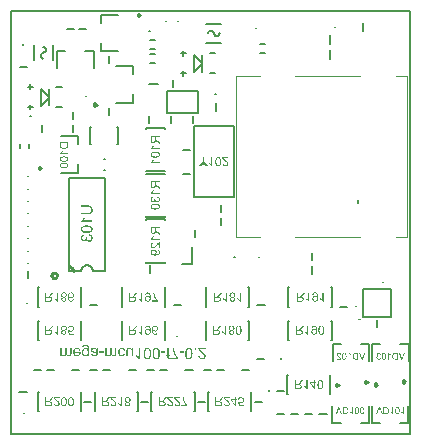
<source format=gbo>
G04*
G04 #@! TF.GenerationSoftware,Altium Limited,Altium Designer,23.8.1 (32)*
G04*
G04 Layer_Color=32896*
%FSLAX25Y25*%
%MOIN*%
G70*
G04*
G04 #@! TF.SameCoordinates,F58DEBE5-8EEA-44EF-AA6C-98AFA8108316*
G04*
G04*
G04 #@! TF.FilePolarity,Positive*
G04*
G01*
G75*
%ADD10C,0.00787*%
%ADD11C,0.00984*%
%ADD12C,0.00394*%
%ADD13C,0.00300*%
%ADD16C,0.00669*%
%ADD17C,0.00800*%
%ADD133C,0.00394*%
G36*
X25262Y30241D02*
X25398Y30225D01*
X25459Y30213D01*
X25512Y30200D01*
X25566Y30188D01*
X25615Y30171D01*
X25660Y30155D01*
X25697Y30143D01*
X25730Y30130D01*
X25758Y30118D01*
X25779Y30106D01*
X25795Y30102D01*
X25804Y30094D01*
X25808D01*
X25906Y30032D01*
X25992Y29962D01*
X26062Y29893D01*
X26119Y29823D01*
X26164Y29766D01*
X26197Y29716D01*
X26210Y29696D01*
X26218Y29684D01*
X26222Y29675D01*
Y29671D01*
X26246Y29618D01*
X26267Y29557D01*
X26283Y29487D01*
X26300Y29417D01*
X26320Y29265D01*
X26337Y29118D01*
X26341Y29048D01*
X26345Y28982D01*
X26349Y28921D01*
X26353Y28868D01*
Y28827D01*
Y28794D01*
Y28773D01*
Y28765D01*
Y26395D01*
X25927D01*
Y26732D01*
X25865Y26662D01*
X25804Y26600D01*
X25734Y26547D01*
X25668Y26502D01*
X25599Y26461D01*
X25533Y26432D01*
X25467Y26404D01*
X25406Y26383D01*
X25348Y26367D01*
X25295Y26354D01*
X25246Y26346D01*
X25205Y26338D01*
X25172D01*
X25144Y26334D01*
X25057D01*
X24992Y26342D01*
X24873Y26363D01*
X24766Y26391D01*
X24717Y26408D01*
X24672Y26424D01*
X24631Y26445D01*
X24598Y26461D01*
X24565Y26477D01*
X24541Y26490D01*
X24520Y26502D01*
X24504Y26510D01*
X24496Y26514D01*
X24492Y26518D01*
X24397Y26592D01*
X24311Y26674D01*
X24241Y26760D01*
X24184Y26842D01*
X24139Y26916D01*
X24118Y26949D01*
X24106Y26978D01*
X24094Y26998D01*
X24086Y27014D01*
X24078Y27027D01*
Y27031D01*
X24032Y27158D01*
X23995Y27285D01*
X23971Y27404D01*
X23955Y27515D01*
X23950Y27568D01*
X23946Y27613D01*
X23942Y27650D01*
Y27687D01*
X23938Y27716D01*
Y27736D01*
Y27748D01*
Y27753D01*
X23942Y27859D01*
X23950Y27957D01*
X23967Y28056D01*
X23987Y28146D01*
X24008Y28232D01*
X24036Y28314D01*
X24065Y28388D01*
X24094Y28458D01*
X24123Y28519D01*
X24147Y28572D01*
X24176Y28622D01*
X24196Y28659D01*
X24217Y28691D01*
X24233Y28712D01*
X24241Y28728D01*
X24246Y28732D01*
X24307Y28802D01*
X24373Y28868D01*
X24442Y28921D01*
X24516Y28966D01*
X24586Y29007D01*
X24660Y29040D01*
X24734Y29065D01*
X24803Y29089D01*
X24869Y29105D01*
X24926Y29118D01*
X24984Y29126D01*
X25029Y29130D01*
X25070Y29134D01*
X25098Y29138D01*
X25123D01*
X25205Y29134D01*
X25287Y29122D01*
X25361Y29105D01*
X25431Y29081D01*
X25500Y29056D01*
X25562Y29024D01*
X25619Y28995D01*
X25672Y28958D01*
X25717Y28925D01*
X25763Y28892D01*
X25795Y28864D01*
X25828Y28839D01*
X25849Y28814D01*
X25869Y28798D01*
X25877Y28786D01*
X25881Y28782D01*
Y28864D01*
Y28937D01*
X25877Y29003D01*
Y29065D01*
X25873Y29118D01*
Y29167D01*
X25869Y29208D01*
X25865Y29245D01*
X25861Y29278D01*
Y29302D01*
X25857Y29327D01*
X25853Y29343D01*
Y29356D01*
X25849Y29364D01*
Y29372D01*
X25820Y29454D01*
X25783Y29528D01*
X25742Y29589D01*
X25705Y29638D01*
X25664Y29680D01*
X25635Y29708D01*
X25615Y29729D01*
X25611Y29733D01*
X25607D01*
X25537Y29778D01*
X25455Y29807D01*
X25373Y29831D01*
X25295Y29848D01*
X25221Y29856D01*
X25193Y29860D01*
X25164D01*
X25144Y29864D01*
X25111D01*
X25004Y29860D01*
X24910Y29844D01*
X24832Y29823D01*
X24762Y29798D01*
X24709Y29774D01*
X24672Y29753D01*
X24647Y29737D01*
X24639Y29733D01*
X24594Y29692D01*
X24561Y29643D01*
X24533Y29593D01*
X24512Y29540D01*
X24500Y29495D01*
X24492Y29458D01*
X24483Y29434D01*
Y29429D01*
Y29425D01*
X24032Y29364D01*
Y29446D01*
X24041Y29520D01*
X24053Y29589D01*
X24073Y29655D01*
X24094Y29712D01*
X24118Y29770D01*
X24143Y29819D01*
X24172Y29860D01*
X24201Y29901D01*
X24225Y29934D01*
X24250Y29962D01*
X24274Y29987D01*
X24291Y30003D01*
X24307Y30016D01*
X24315Y30024D01*
X24319Y30028D01*
X24377Y30065D01*
X24442Y30102D01*
X24504Y30130D01*
X24574Y30155D01*
X24705Y30196D01*
X24832Y30221D01*
X24889Y30229D01*
X24943Y30237D01*
X24992Y30241D01*
X25033Y30245D01*
X25066Y30249D01*
X25115D01*
X25262Y30241D01*
D02*
G37*
G36*
X62089Y28609D02*
X61560D01*
Y29138D01*
X62089D01*
Y28609D01*
D02*
G37*
G36*
X22413Y29196D02*
X22499Y29192D01*
X22577Y29179D01*
X22651Y29163D01*
X22720Y29147D01*
X22782Y29126D01*
X22843Y29105D01*
X22897Y29085D01*
X22946Y29065D01*
X22987Y29044D01*
X23024Y29024D01*
X23057Y29007D01*
X23077Y28991D01*
X23098Y28978D01*
X23106Y28974D01*
X23110Y28970D01*
X23167Y28925D01*
X23216Y28876D01*
X23262Y28823D01*
X23307Y28769D01*
X23381Y28659D01*
X23438Y28556D01*
X23458Y28507D01*
X23479Y28462D01*
X23495Y28421D01*
X23508Y28384D01*
X23520Y28355D01*
X23528Y28335D01*
X23532Y28318D01*
Y28314D01*
X23048Y28253D01*
X23007Y28355D01*
X22958Y28445D01*
X22909Y28523D01*
X22864Y28581D01*
X22823Y28630D01*
X22790Y28663D01*
X22770Y28679D01*
X22765Y28687D01*
X22761D01*
X22692Y28732D01*
X22618Y28761D01*
X22544Y28786D01*
X22479Y28802D01*
X22417Y28810D01*
X22368Y28814D01*
X22351Y28819D01*
X22327D01*
X22265Y28814D01*
X22204Y28806D01*
X22146Y28798D01*
X22093Y28782D01*
X21995Y28745D01*
X21913Y28700D01*
X21876Y28679D01*
X21843Y28655D01*
X21818Y28634D01*
X21794Y28618D01*
X21777Y28601D01*
X21765Y28589D01*
X21757Y28585D01*
X21753Y28581D01*
X21712Y28532D01*
X21675Y28482D01*
X21646Y28425D01*
X21618Y28372D01*
X21572Y28253D01*
X21540Y28142D01*
X21527Y28089D01*
X21519Y28040D01*
X21511Y27999D01*
X21507Y27957D01*
X21503Y27929D01*
X21499Y27904D01*
Y27888D01*
Y27884D01*
X23544D01*
X23549Y27830D01*
Y27789D01*
Y27769D01*
Y27761D01*
X23544Y27638D01*
X23532Y27523D01*
X23516Y27412D01*
X23495Y27310D01*
X23467Y27215D01*
X23438Y27129D01*
X23405Y27051D01*
X23376Y26982D01*
X23344Y26920D01*
X23311Y26863D01*
X23282Y26818D01*
X23253Y26781D01*
X23233Y26748D01*
X23216Y26728D01*
X23204Y26715D01*
X23200Y26711D01*
X23134Y26645D01*
X23061Y26588D01*
X22987Y26535D01*
X22913Y26494D01*
X22839Y26457D01*
X22761Y26424D01*
X22692Y26399D01*
X22622Y26379D01*
X22556Y26367D01*
X22495Y26354D01*
X22442Y26346D01*
X22392Y26338D01*
X22355D01*
X22327Y26334D01*
X22302D01*
X22200Y26338D01*
X22097Y26350D01*
X22007Y26371D01*
X21917Y26395D01*
X21835Y26424D01*
X21757Y26457D01*
X21687Y26490D01*
X21626Y26527D01*
X21568Y26564D01*
X21519Y26596D01*
X21474Y26629D01*
X21441Y26658D01*
X21413Y26682D01*
X21392Y26703D01*
X21380Y26715D01*
X21376Y26719D01*
X21314Y26793D01*
X21261Y26875D01*
X21212Y26961D01*
X21171Y27047D01*
X21138Y27138D01*
X21109Y27228D01*
X21084Y27314D01*
X21068Y27400D01*
X21052Y27478D01*
X21044Y27556D01*
X21035Y27621D01*
X21027Y27679D01*
Y27728D01*
X21023Y27765D01*
Y27785D01*
Y27793D01*
X21027Y27916D01*
X21039Y28031D01*
X21056Y28138D01*
X21076Y28236D01*
X21105Y28331D01*
X21134Y28417D01*
X21167Y28495D01*
X21199Y28564D01*
X21228Y28626D01*
X21261Y28679D01*
X21290Y28724D01*
X21318Y28761D01*
X21339Y28794D01*
X21355Y28814D01*
X21367Y28827D01*
X21372Y28831D01*
X21441Y28896D01*
X21515Y28954D01*
X21589Y29003D01*
X21671Y29044D01*
X21749Y29081D01*
X21831Y29110D01*
X21909Y29134D01*
X21982Y29155D01*
X22052Y29167D01*
X22118Y29179D01*
X22175Y29188D01*
X22228Y29196D01*
X22269D01*
X22302Y29200D01*
X22327D01*
X22413Y29196D01*
D02*
G37*
G36*
X37349D02*
X37427Y29188D01*
X37501Y29175D01*
X37575Y29159D01*
X37640Y29138D01*
X37702Y29114D01*
X37759Y29093D01*
X37813Y29065D01*
X37858Y29040D01*
X37903Y29019D01*
X37936Y28995D01*
X37968Y28974D01*
X37989Y28958D01*
X38009Y28946D01*
X38017Y28937D01*
X38022Y28933D01*
X38075Y28880D01*
X38128Y28827D01*
X38173Y28765D01*
X38210Y28704D01*
X38247Y28642D01*
X38280Y28581D01*
X38329Y28466D01*
X38350Y28409D01*
X38366Y28359D01*
X38378Y28314D01*
X38391Y28273D01*
X38399Y28240D01*
X38403Y28216D01*
X38407Y28199D01*
Y28195D01*
X37952Y28134D01*
X37940Y28199D01*
X37927Y28257D01*
X37911Y28314D01*
X37894Y28363D01*
X37874Y28413D01*
X37858Y28454D01*
X37837Y28490D01*
X37817Y28527D01*
X37796Y28556D01*
X37780Y28581D01*
X37747Y28622D01*
X37726Y28646D01*
X37722Y28650D01*
X37718Y28655D01*
X37644Y28708D01*
X37571Y28749D01*
X37493Y28778D01*
X37423Y28798D01*
X37357Y28810D01*
X37333Y28814D01*
X37308D01*
X37288Y28819D01*
X37263D01*
X37202Y28814D01*
X37140Y28806D01*
X37087Y28794D01*
X37034Y28778D01*
X36939Y28741D01*
X36857Y28691D01*
X36824Y28671D01*
X36796Y28646D01*
X36771Y28626D01*
X36746Y28605D01*
X36730Y28593D01*
X36718Y28581D01*
X36714Y28572D01*
X36710Y28568D01*
X36673Y28519D01*
X36640Y28462D01*
X36611Y28400D01*
X36591Y28339D01*
X36550Y28203D01*
X36525Y28072D01*
X36517Y28011D01*
X36513Y27953D01*
X36509Y27900D01*
X36505Y27855D01*
X36500Y27818D01*
Y27789D01*
Y27769D01*
Y27765D01*
X36505Y27666D01*
X36509Y27572D01*
X36521Y27490D01*
X36533Y27412D01*
X36550Y27338D01*
X36570Y27273D01*
X36591Y27215D01*
X36611Y27162D01*
X36628Y27117D01*
X36648Y27076D01*
X36669Y27043D01*
X36685Y27019D01*
X36697Y26994D01*
X36710Y26982D01*
X36714Y26974D01*
X36718Y26969D01*
X36759Y26924D01*
X36804Y26887D01*
X36853Y26851D01*
X36898Y26822D01*
X36947Y26797D01*
X36992Y26777D01*
X37083Y26748D01*
X37165Y26728D01*
X37198Y26723D01*
X37230Y26719D01*
X37255Y26715D01*
X37288D01*
X37370Y26719D01*
X37448Y26736D01*
X37513Y26760D01*
X37571Y26785D01*
X37616Y26814D01*
X37653Y26834D01*
X37673Y26851D01*
X37681Y26859D01*
X37739Y26916D01*
X37788Y26982D01*
X37825Y27051D01*
X37858Y27117D01*
X37882Y27178D01*
X37899Y27228D01*
X37903Y27248D01*
X37907Y27261D01*
X37911Y27269D01*
Y27273D01*
X38362Y27203D01*
X38346Y27129D01*
X38321Y27055D01*
X38296Y26990D01*
X38272Y26928D01*
X38243Y26871D01*
X38210Y26818D01*
X38181Y26773D01*
X38149Y26728D01*
X38120Y26691D01*
X38091Y26658D01*
X38067Y26629D01*
X38042Y26605D01*
X38026Y26588D01*
X38009Y26576D01*
X38001Y26568D01*
X37997Y26564D01*
X37944Y26522D01*
X37886Y26486D01*
X37825Y26457D01*
X37763Y26432D01*
X37640Y26391D01*
X37525Y26363D01*
X37472Y26354D01*
X37423Y26346D01*
X37378Y26342D01*
X37341Y26338D01*
X37312Y26334D01*
X37267D01*
X37140Y26342D01*
X37017Y26359D01*
X36906Y26387D01*
X36857Y26404D01*
X36808Y26416D01*
X36767Y26432D01*
X36730Y26449D01*
X36697Y26461D01*
X36669Y26477D01*
X36644Y26486D01*
X36628Y26494D01*
X36619Y26502D01*
X36615D01*
X36509Y26572D01*
X36419Y26650D01*
X36341Y26736D01*
X36279Y26814D01*
X36230Y26887D01*
X36213Y26920D01*
X36197Y26949D01*
X36185Y26969D01*
X36177Y26986D01*
X36168Y26998D01*
Y27002D01*
X36119Y27129D01*
X36086Y27265D01*
X36062Y27396D01*
X36041Y27515D01*
X36037Y27572D01*
X36033Y27621D01*
X36029Y27666D01*
Y27707D01*
X36025Y27736D01*
Y27761D01*
Y27777D01*
Y27781D01*
X36029Y27904D01*
X36041Y28023D01*
X36058Y28134D01*
X36078Y28236D01*
X36103Y28331D01*
X36132Y28417D01*
X36164Y28495D01*
X36197Y28564D01*
X36226Y28626D01*
X36259Y28683D01*
X36287Y28728D01*
X36312Y28765D01*
X36332Y28798D01*
X36349Y28819D01*
X36361Y28831D01*
X36365Y28835D01*
X36431Y28901D01*
X36500Y28954D01*
X36574Y29003D01*
X36648Y29044D01*
X36726Y29081D01*
X36800Y29110D01*
X36874Y29134D01*
X36943Y29155D01*
X37009Y29171D01*
X37070Y29179D01*
X37128Y29188D01*
X37173Y29196D01*
X37214D01*
X37243Y29200D01*
X37267D01*
X37349Y29196D01*
D02*
G37*
G36*
X57976Y27535D02*
X56545D01*
Y28003D01*
X57976D01*
Y27535D01*
D02*
G37*
G36*
X51810D02*
X50379D01*
Y28003D01*
X51810D01*
Y27535D01*
D02*
G37*
G36*
X31244D02*
X29813D01*
Y28003D01*
X31244D01*
Y27535D01*
D02*
G37*
G36*
X35471Y27256D02*
X35467Y27170D01*
X35463Y27092D01*
X35451Y27019D01*
X35439Y26949D01*
X35422Y26887D01*
X35402Y26830D01*
X35381Y26781D01*
X35361Y26736D01*
X35340Y26695D01*
X35320Y26658D01*
X35303Y26629D01*
X35283Y26605D01*
X35271Y26588D01*
X35258Y26576D01*
X35254Y26568D01*
X35250Y26564D01*
X35209Y26522D01*
X35160Y26486D01*
X35111Y26457D01*
X35061Y26432D01*
X34955Y26391D01*
X34856Y26363D01*
X34807Y26354D01*
X34762Y26346D01*
X34725Y26342D01*
X34688Y26338D01*
X34664Y26334D01*
X34623D01*
X34528Y26338D01*
X34438Y26354D01*
X34352Y26379D01*
X34270Y26408D01*
X34196Y26445D01*
X34127Y26486D01*
X34061Y26531D01*
X34004Y26572D01*
X33950Y26617D01*
X33905Y26662D01*
X33864Y26703D01*
X33836Y26740D01*
X33807Y26768D01*
X33790Y26793D01*
X33778Y26809D01*
X33774Y26814D01*
X33737Y26732D01*
X33696Y26662D01*
X33651Y26605D01*
X33606Y26551D01*
X33561Y26514D01*
X33528Y26486D01*
X33503Y26465D01*
X33499Y26461D01*
X33495D01*
X33417Y26420D01*
X33335Y26387D01*
X33253Y26367D01*
X33175Y26350D01*
X33106Y26342D01*
X33077Y26338D01*
X33048Y26334D01*
X32999D01*
X32901Y26338D01*
X32806Y26354D01*
X32724Y26371D01*
X32651Y26395D01*
X32593Y26416D01*
X32569Y26428D01*
X32548Y26436D01*
X32532Y26445D01*
X32519Y26453D01*
X32515Y26457D01*
X32511D01*
X32433Y26506D01*
X32368Y26559D01*
X32310Y26613D01*
X32261Y26666D01*
X32220Y26711D01*
X32191Y26748D01*
X32175Y26773D01*
X32167Y26777D01*
Y26395D01*
X31753D01*
Y29138D01*
X32216D01*
Y27716D01*
Y27646D01*
X32220Y27584D01*
X32224Y27523D01*
X32228Y27470D01*
X32232Y27416D01*
X32241Y27371D01*
X32245Y27330D01*
X32253Y27289D01*
X32261Y27256D01*
X32265Y27228D01*
X32273Y27203D01*
X32278Y27183D01*
X32282Y27166D01*
X32286Y27154D01*
X32290Y27150D01*
Y27146D01*
X32323Y27076D01*
X32359Y27014D01*
X32401Y26961D01*
X32441Y26920D01*
X32474Y26883D01*
X32503Y26863D01*
X32524Y26846D01*
X32532Y26842D01*
X32597Y26805D01*
X32659Y26781D01*
X32720Y26760D01*
X32778Y26748D01*
X32827Y26740D01*
X32864Y26736D01*
X32897D01*
X32987Y26744D01*
X33065Y26760D01*
X33126Y26785D01*
X33180Y26814D01*
X33216Y26842D01*
X33245Y26867D01*
X33261Y26883D01*
X33266Y26891D01*
X33303Y26957D01*
X33331Y27031D01*
X33352Y27109D01*
X33368Y27183D01*
X33376Y27252D01*
Y27281D01*
X33380Y27306D01*
Y27330D01*
Y27347D01*
Y27355D01*
Y27359D01*
Y29138D01*
X33844D01*
Y27547D01*
X33848Y27470D01*
X33852Y27400D01*
X33860Y27330D01*
X33872Y27269D01*
X33889Y27215D01*
X33905Y27162D01*
X33922Y27117D01*
X33942Y27076D01*
X33959Y27043D01*
X33975Y27010D01*
X33991Y26986D01*
X34008Y26965D01*
X34020Y26949D01*
X34028Y26937D01*
X34036Y26932D01*
Y26928D01*
X34073Y26896D01*
X34114Y26863D01*
X34192Y26818D01*
X34274Y26781D01*
X34352Y26760D01*
X34418Y26744D01*
X34446Y26740D01*
X34471D01*
X34492Y26736D01*
X34520D01*
X34578Y26740D01*
X34631Y26748D01*
X34680Y26760D01*
X34721Y26773D01*
X34754Y26789D01*
X34778Y26801D01*
X34795Y26809D01*
X34799Y26814D01*
X34840Y26842D01*
X34877Y26875D01*
X34901Y26908D01*
X34926Y26941D01*
X34942Y26969D01*
X34955Y26990D01*
X34963Y27006D01*
Y27010D01*
X34979Y27064D01*
X34988Y27125D01*
X34996Y27191D01*
X35004Y27256D01*
Y27318D01*
X35008Y27367D01*
Y27384D01*
Y27400D01*
Y27408D01*
Y27412D01*
Y29138D01*
X35471D01*
Y27256D01*
D02*
G37*
G36*
X20490D02*
X20486Y27170D01*
X20482Y27092D01*
X20470Y27019D01*
X20457Y26949D01*
X20441Y26887D01*
X20420Y26830D01*
X20400Y26781D01*
X20379Y26736D01*
X20359Y26695D01*
X20338Y26658D01*
X20322Y26629D01*
X20301Y26605D01*
X20289Y26588D01*
X20277Y26576D01*
X20273Y26568D01*
X20269Y26564D01*
X20228Y26522D01*
X20178Y26486D01*
X20129Y26457D01*
X20080Y26432D01*
X19973Y26391D01*
X19875Y26363D01*
X19826Y26354D01*
X19781Y26346D01*
X19744Y26342D01*
X19707Y26338D01*
X19682Y26334D01*
X19641D01*
X19547Y26338D01*
X19457Y26354D01*
X19371Y26379D01*
X19289Y26408D01*
X19215Y26445D01*
X19145Y26486D01*
X19080Y26531D01*
X19022Y26572D01*
X18969Y26617D01*
X18924Y26662D01*
X18883Y26703D01*
X18854Y26740D01*
X18825Y26768D01*
X18809Y26793D01*
X18797Y26809D01*
X18793Y26814D01*
X18756Y26732D01*
X18715Y26662D01*
X18670Y26605D01*
X18624Y26551D01*
X18579Y26514D01*
X18547Y26486D01*
X18522Y26465D01*
X18518Y26461D01*
X18514D01*
X18436Y26420D01*
X18354Y26387D01*
X18272Y26367D01*
X18194Y26350D01*
X18124Y26342D01*
X18096Y26338D01*
X18067Y26334D01*
X18018D01*
X17919Y26338D01*
X17825Y26354D01*
X17743Y26371D01*
X17669Y26395D01*
X17612Y26416D01*
X17587Y26428D01*
X17567Y26436D01*
X17550Y26445D01*
X17538Y26453D01*
X17534Y26457D01*
X17530D01*
X17452Y26506D01*
X17386Y26559D01*
X17329Y26613D01*
X17280Y26666D01*
X17239Y26711D01*
X17210Y26748D01*
X17194Y26773D01*
X17185Y26777D01*
Y26395D01*
X16771D01*
Y29138D01*
X17235D01*
Y27716D01*
Y27646D01*
X17239Y27584D01*
X17243Y27523D01*
X17247Y27470D01*
X17251Y27416D01*
X17259Y27371D01*
X17263Y27330D01*
X17271Y27289D01*
X17280Y27256D01*
X17284Y27228D01*
X17292Y27203D01*
X17296Y27183D01*
X17300Y27166D01*
X17304Y27154D01*
X17308Y27150D01*
Y27146D01*
X17341Y27076D01*
X17378Y27014D01*
X17419Y26961D01*
X17460Y26920D01*
X17493Y26883D01*
X17522Y26863D01*
X17542Y26846D01*
X17550Y26842D01*
X17616Y26805D01*
X17677Y26781D01*
X17739Y26760D01*
X17796Y26748D01*
X17845Y26740D01*
X17882Y26736D01*
X17915D01*
X18005Y26744D01*
X18083Y26760D01*
X18145Y26785D01*
X18198Y26814D01*
X18235Y26842D01*
X18264Y26867D01*
X18280Y26883D01*
X18284Y26891D01*
X18321Y26957D01*
X18350Y27031D01*
X18370Y27109D01*
X18387Y27183D01*
X18395Y27252D01*
Y27281D01*
X18399Y27306D01*
Y27330D01*
Y27347D01*
Y27355D01*
Y27359D01*
Y29138D01*
X18862D01*
Y27547D01*
X18866Y27470D01*
X18870Y27400D01*
X18879Y27330D01*
X18891Y27269D01*
X18907Y27215D01*
X18924Y27162D01*
X18940Y27117D01*
X18961Y27076D01*
X18977Y27043D01*
X18993Y27010D01*
X19010Y26986D01*
X19026Y26965D01*
X19039Y26949D01*
X19047Y26937D01*
X19055Y26932D01*
Y26928D01*
X19092Y26896D01*
X19133Y26863D01*
X19211Y26818D01*
X19293Y26781D01*
X19371Y26760D01*
X19436Y26744D01*
X19465Y26740D01*
X19490D01*
X19510Y26736D01*
X19539D01*
X19596Y26740D01*
X19649Y26748D01*
X19699Y26760D01*
X19740Y26773D01*
X19772Y26789D01*
X19797Y26801D01*
X19814Y26809D01*
X19818Y26814D01*
X19859Y26842D01*
X19895Y26875D01*
X19920Y26908D01*
X19945Y26941D01*
X19961Y26969D01*
X19973Y26990D01*
X19982Y27006D01*
Y27010D01*
X19998Y27064D01*
X20006Y27125D01*
X20014Y27191D01*
X20023Y27256D01*
Y27318D01*
X20027Y27367D01*
Y27384D01*
Y27400D01*
Y27408D01*
Y27412D01*
Y29138D01*
X20490D01*
Y27256D01*
D02*
G37*
G36*
X27940Y29196D02*
X28034Y29188D01*
X28120Y29171D01*
X28198Y29155D01*
X28260Y29138D01*
X28288Y29130D01*
X28309Y29122D01*
X28325Y29118D01*
X28337Y29114D01*
X28346Y29110D01*
X28350D01*
X28440Y29069D01*
X28530Y29024D01*
X28612Y28970D01*
X28690Y28917D01*
X28756Y28872D01*
X28780Y28847D01*
X28805Y28831D01*
X28825Y28814D01*
X28838Y28802D01*
X28846Y28798D01*
X28850Y28794D01*
X28858Y28868D01*
X28870Y28933D01*
X28887Y28991D01*
X28903Y29040D01*
X28916Y29081D01*
X28928Y29114D01*
X28936Y29130D01*
X28940Y29138D01*
X29424D01*
X29395Y29081D01*
X29371Y29019D01*
X29350Y28966D01*
X29334Y28917D01*
X29321Y28872D01*
X29313Y28839D01*
X29309Y28819D01*
Y28810D01*
X29305Y28773D01*
X29301Y28724D01*
X29297Y28671D01*
X29293Y28609D01*
X29289Y28544D01*
Y28474D01*
X29285Y28335D01*
Y28269D01*
X29280Y28203D01*
Y28146D01*
Y28093D01*
Y28052D01*
Y28019D01*
Y27999D01*
Y27990D01*
Y27371D01*
Y27314D01*
Y27265D01*
X29276Y27220D01*
Y27174D01*
X29272Y27101D01*
X29268Y27043D01*
X29264Y26998D01*
X29260Y26969D01*
X29256Y26949D01*
Y26945D01*
X29239Y26875D01*
X29215Y26814D01*
X29190Y26760D01*
X29166Y26715D01*
X29145Y26678D01*
X29125Y26650D01*
X29112Y26633D01*
X29108Y26629D01*
X29063Y26584D01*
X29014Y26543D01*
X28961Y26506D01*
X28907Y26477D01*
X28858Y26453D01*
X28821Y26436D01*
X28805Y26428D01*
X28793Y26424D01*
X28788Y26420D01*
X28784D01*
X28698Y26391D01*
X28604Y26371D01*
X28510Y26354D01*
X28419Y26346D01*
X28341Y26338D01*
X28305D01*
X28276Y26334D01*
X28218D01*
X28091Y26338D01*
X27972Y26350D01*
X27866Y26367D01*
X27817Y26375D01*
X27776Y26383D01*
X27735Y26391D01*
X27698Y26399D01*
X27669Y26408D01*
X27645Y26416D01*
X27624Y26424D01*
X27608Y26428D01*
X27599Y26432D01*
X27595D01*
X27501Y26473D01*
X27419Y26518D01*
X27349Y26564D01*
X27292Y26609D01*
X27247Y26650D01*
X27214Y26682D01*
X27193Y26703D01*
X27185Y26707D01*
Y26711D01*
X27136Y26781D01*
X27095Y26859D01*
X27062Y26937D01*
X27034Y27010D01*
X27013Y27076D01*
X27005Y27105D01*
X26997Y27129D01*
X26993Y27150D01*
X26989Y27166D01*
X26984Y27174D01*
Y27178D01*
X27439Y27240D01*
X27456Y27187D01*
X27472Y27138D01*
X27505Y27055D01*
X27546Y26982D01*
X27583Y26928D01*
X27616Y26887D01*
X27645Y26855D01*
X27661Y26838D01*
X27669Y26834D01*
X27735Y26797D01*
X27813Y26768D01*
X27891Y26748D01*
X27968Y26732D01*
X28042Y26723D01*
X28071D01*
X28100Y26719D01*
X28153D01*
X28276Y26728D01*
X28383Y26744D01*
X28473Y26768D01*
X28547Y26797D01*
X28604Y26830D01*
X28624Y26842D01*
X28645Y26855D01*
X28661Y26863D01*
X28670Y26871D01*
X28678Y26879D01*
X28723Y26928D01*
X28756Y26990D01*
X28780Y27055D01*
X28797Y27121D01*
X28805Y27183D01*
X28813Y27232D01*
Y27248D01*
Y27265D01*
Y27273D01*
Y27277D01*
Y27289D01*
Y27306D01*
Y27347D01*
X28809Y27363D01*
Y27379D01*
Y27392D01*
Y27396D01*
X28756Y27412D01*
X28698Y27429D01*
X28633Y27445D01*
X28567Y27461D01*
X28432Y27490D01*
X28296Y27515D01*
X28231Y27523D01*
X28173Y27531D01*
X28120Y27539D01*
X28071Y27547D01*
X28034Y27552D01*
X28005Y27556D01*
X27989Y27560D01*
X27981D01*
X27882Y27572D01*
X27800Y27584D01*
X27727Y27597D01*
X27669Y27605D01*
X27624Y27617D01*
X27591Y27621D01*
X27575Y27630D01*
X27567D01*
X27501Y27650D01*
X27435Y27675D01*
X27378Y27699D01*
X27329Y27724D01*
X27288Y27744D01*
X27259Y27765D01*
X27239Y27777D01*
X27230Y27781D01*
X27177Y27822D01*
X27132Y27863D01*
X27091Y27908D01*
X27058Y27949D01*
X27029Y27990D01*
X27009Y28019D01*
X26997Y28040D01*
X26993Y28048D01*
X26964Y28113D01*
X26939Y28175D01*
X26923Y28236D01*
X26915Y28294D01*
X26906Y28343D01*
X26902Y28384D01*
Y28409D01*
Y28413D01*
Y28417D01*
X26906Y28478D01*
X26915Y28540D01*
X26923Y28597D01*
X26939Y28650D01*
X26980Y28749D01*
X27025Y28827D01*
X27046Y28864D01*
X27066Y28892D01*
X27087Y28921D01*
X27107Y28942D01*
X27124Y28958D01*
X27132Y28970D01*
X27140Y28978D01*
X27144Y28982D01*
X27193Y29019D01*
X27243Y29052D01*
X27300Y29085D01*
X27353Y29110D01*
X27468Y29147D01*
X27583Y29171D01*
X27632Y29183D01*
X27681Y29188D01*
X27727Y29192D01*
X27763Y29196D01*
X27792Y29200D01*
X27837D01*
X27940Y29196D01*
D02*
G37*
G36*
X39830D02*
X39924Y29179D01*
X40010Y29159D01*
X40096Y29126D01*
X40174Y29093D01*
X40244Y29052D01*
X40309Y29011D01*
X40371Y28966D01*
X40424Y28925D01*
X40469Y28884D01*
X40510Y28843D01*
X40543Y28810D01*
X40568Y28778D01*
X40584Y28757D01*
X40596Y28741D01*
X40600Y28736D01*
Y29138D01*
X41015D01*
Y26395D01*
X40551D01*
Y27867D01*
X40547Y27990D01*
X40539Y28097D01*
X40527Y28187D01*
X40514Y28265D01*
X40506Y28298D01*
X40498Y28322D01*
X40490Y28347D01*
X40486Y28367D01*
X40482Y28380D01*
X40477Y28392D01*
X40473Y28396D01*
Y28400D01*
X40441Y28466D01*
X40400Y28523D01*
X40354Y28572D01*
X40314Y28613D01*
X40273Y28646D01*
X40240Y28671D01*
X40219Y28687D01*
X40215Y28691D01*
X40211D01*
X40141Y28728D01*
X40076Y28753D01*
X40010Y28773D01*
X39949Y28786D01*
X39895Y28794D01*
X39858Y28798D01*
X39821D01*
X39748Y28794D01*
X39678Y28782D01*
X39617Y28765D01*
X39567Y28745D01*
X39526Y28728D01*
X39494Y28712D01*
X39477Y28700D01*
X39469Y28695D01*
X39420Y28655D01*
X39379Y28605D01*
X39346Y28560D01*
X39321Y28515D01*
X39301Y28474D01*
X39288Y28437D01*
X39284Y28417D01*
X39280Y28409D01*
X39276Y28384D01*
X39272Y28351D01*
X39268Y28277D01*
X39260Y28195D01*
Y28113D01*
X39256Y28040D01*
Y28007D01*
Y27974D01*
Y27949D01*
Y27933D01*
Y27921D01*
Y27916D01*
Y26395D01*
X38792D01*
Y28097D01*
Y28199D01*
X38796Y28290D01*
X38801Y28363D01*
X38805Y28425D01*
X38809Y28470D01*
X38813Y28507D01*
X38817Y28523D01*
Y28532D01*
X38838Y28605D01*
X38858Y28671D01*
X38883Y28728D01*
X38907Y28778D01*
X38928Y28819D01*
X38944Y28851D01*
X38956Y28868D01*
X38960Y28876D01*
X39002Y28925D01*
X39051Y28970D01*
X39104Y29011D01*
X39153Y29044D01*
X39202Y29073D01*
X39239Y29093D01*
X39264Y29105D01*
X39268Y29110D01*
X39272D01*
X39354Y29138D01*
X39432Y29163D01*
X39510Y29179D01*
X39580Y29188D01*
X39641Y29196D01*
X39686Y29200D01*
X39727D01*
X39830Y29196D01*
D02*
G37*
G36*
X43364Y25342D02*
X43065D01*
X43011Y25436D01*
X42950Y25526D01*
X42880Y25612D01*
X42810Y25686D01*
X42749Y25756D01*
X42720Y25780D01*
X42700Y25805D01*
X42679Y25826D01*
X42663Y25838D01*
X42655Y25846D01*
X42650Y25850D01*
X42540Y25944D01*
X42421Y26026D01*
X42306Y26104D01*
X42200Y26170D01*
X42154Y26195D01*
X42109Y26219D01*
X42068Y26244D01*
X42035Y26260D01*
X42007Y26272D01*
X41986Y26285D01*
X41974Y26289D01*
X41970Y26293D01*
Y26740D01*
X42052Y26707D01*
X42138Y26670D01*
X42220Y26629D01*
X42294Y26592D01*
X42359Y26555D01*
X42388Y26543D01*
X42413Y26527D01*
X42433Y26518D01*
X42445Y26510D01*
X42454Y26502D01*
X42458D01*
X42556Y26441D01*
X42642Y26383D01*
X42720Y26330D01*
X42782Y26281D01*
X42835Y26240D01*
X42872Y26211D01*
X42892Y26190D01*
X42901Y26182D01*
Y29138D01*
X43364D01*
Y25342D01*
D02*
G37*
G36*
X65209Y28691D02*
X63343D01*
X63409Y28601D01*
X63442Y28560D01*
X63474Y28523D01*
X63503Y28490D01*
X63524Y28466D01*
X63540Y28449D01*
X63544Y28445D01*
X63569Y28421D01*
X63601Y28388D01*
X63638Y28355D01*
X63679Y28318D01*
X63766Y28236D01*
X63856Y28158D01*
X63942Y28085D01*
X63979Y28052D01*
X64016Y28023D01*
X64040Y27999D01*
X64065Y27982D01*
X64077Y27970D01*
X64081Y27966D01*
X64171Y27888D01*
X64258Y27814D01*
X64335Y27748D01*
X64405Y27683D01*
X64471Y27625D01*
X64528Y27568D01*
X64581Y27519D01*
X64631Y27474D01*
X64672Y27437D01*
X64704Y27400D01*
X64733Y27371D01*
X64758Y27347D01*
X64774Y27326D01*
X64790Y27314D01*
X64795Y27306D01*
X64799Y27301D01*
X64877Y27211D01*
X64938Y27129D01*
X64991Y27051D01*
X65036Y26982D01*
X65069Y26924D01*
X65094Y26879D01*
X65102Y26863D01*
X65106Y26851D01*
X65110Y26846D01*
Y26842D01*
X65143Y26760D01*
X65164Y26678D01*
X65180Y26605D01*
X65192Y26535D01*
X65201Y26477D01*
X65205Y26432D01*
Y26416D01*
Y26404D01*
Y26399D01*
Y26395D01*
X65201Y26313D01*
X65192Y26235D01*
X65176Y26162D01*
X65155Y26088D01*
X65131Y26022D01*
X65102Y25961D01*
X65073Y25903D01*
X65045Y25854D01*
X65016Y25805D01*
X64987Y25764D01*
X64959Y25727D01*
X64934Y25698D01*
X64913Y25678D01*
X64897Y25657D01*
X64889Y25649D01*
X64885Y25645D01*
X64823Y25592D01*
X64758Y25547D01*
X64688Y25506D01*
X64614Y25469D01*
X64544Y25440D01*
X64471Y25416D01*
X64401Y25395D01*
X64331Y25379D01*
X64270Y25366D01*
X64208Y25358D01*
X64155Y25350D01*
X64110Y25346D01*
X64073Y25342D01*
X64020D01*
X63921Y25346D01*
X63827Y25354D01*
X63741Y25366D01*
X63659Y25387D01*
X63581Y25407D01*
X63511Y25432D01*
X63446Y25457D01*
X63388Y25481D01*
X63335Y25510D01*
X63290Y25534D01*
X63249Y25559D01*
X63216Y25580D01*
X63191Y25600D01*
X63175Y25612D01*
X63163Y25620D01*
X63159Y25625D01*
X63101Y25678D01*
X63052Y25739D01*
X63007Y25801D01*
X62966Y25871D01*
X62933Y25936D01*
X62900Y26002D01*
X62876Y26072D01*
X62855Y26133D01*
X62835Y26195D01*
X62823Y26252D01*
X62810Y26305D01*
X62802Y26350D01*
X62798Y26387D01*
X62794Y26412D01*
X62790Y26428D01*
Y26436D01*
X63265Y26486D01*
X63269Y26420D01*
X63274Y26359D01*
X63298Y26252D01*
X63331Y26153D01*
X63347Y26112D01*
X63368Y26076D01*
X63384Y26043D01*
X63405Y26014D01*
X63421Y25989D01*
X63433Y25969D01*
X63450Y25953D01*
X63458Y25940D01*
X63462Y25936D01*
X63466Y25932D01*
X63507Y25895D01*
X63548Y25862D01*
X63593Y25838D01*
X63638Y25813D01*
X63729Y25776D01*
X63815Y25752D01*
X63889Y25739D01*
X63921Y25731D01*
X63950D01*
X63975Y25727D01*
X64065D01*
X64122Y25735D01*
X64225Y25756D01*
X64311Y25789D01*
X64389Y25821D01*
X64446Y25858D01*
X64471Y25875D01*
X64491Y25891D01*
X64508Y25903D01*
X64520Y25912D01*
X64524Y25916D01*
X64528Y25920D01*
X64565Y25957D01*
X64594Y25994D01*
X64622Y26030D01*
X64643Y26072D01*
X64680Y26149D01*
X64704Y26223D01*
X64717Y26285D01*
X64725Y26313D01*
Y26338D01*
X64729Y26354D01*
Y26371D01*
Y26379D01*
Y26383D01*
X64725Y26432D01*
X64721Y26482D01*
X64696Y26580D01*
X64659Y26674D01*
X64618Y26760D01*
X64577Y26834D01*
X64561Y26863D01*
X64540Y26891D01*
X64528Y26912D01*
X64516Y26928D01*
X64512Y26937D01*
X64508Y26941D01*
X64463Y26998D01*
X64409Y27060D01*
X64348Y27125D01*
X64282Y27191D01*
X64147Y27326D01*
X64007Y27453D01*
X63942Y27515D01*
X63876Y27568D01*
X63819Y27617D01*
X63770Y27658D01*
X63729Y27695D01*
X63700Y27720D01*
X63679Y27740D01*
X63671Y27744D01*
X63597Y27806D01*
X63532Y27863D01*
X63466Y27916D01*
X63409Y27970D01*
X63351Y28019D01*
X63302Y28068D01*
X63257Y28109D01*
X63216Y28150D01*
X63179Y28187D01*
X63151Y28220D01*
X63122Y28249D01*
X63101Y28269D01*
X63081Y28290D01*
X63068Y28302D01*
X63064Y28310D01*
X63060Y28314D01*
X62986Y28404D01*
X62925Y28495D01*
X62872Y28581D01*
X62831Y28659D01*
X62798Y28724D01*
X62786Y28753D01*
X62773Y28773D01*
X62765Y28794D01*
X62761Y28806D01*
X62757Y28814D01*
Y28819D01*
X62736Y28876D01*
X62724Y28933D01*
X62712Y28987D01*
X62708Y29036D01*
X62704Y29077D01*
Y29110D01*
Y29130D01*
Y29138D01*
X65209D01*
Y28691D01*
D02*
G37*
G36*
X54713Y28933D02*
X54725Y28835D01*
X54741Y28741D01*
X54754Y28650D01*
X54770Y28564D01*
X54782Y28482D01*
X54799Y28409D01*
X54811Y28343D01*
X54827Y28281D01*
X54840Y28228D01*
X54852Y28183D01*
X54860Y28150D01*
X54869Y28122D01*
X54873Y28105D01*
Y28101D01*
X54950Y27851D01*
X54996Y27728D01*
X55041Y27609D01*
X55086Y27498D01*
X55131Y27388D01*
X55176Y27285D01*
X55217Y27191D01*
X55258Y27105D01*
X55295Y27027D01*
X55332Y26957D01*
X55361Y26900D01*
X55385Y26851D01*
X55401Y26818D01*
X55414Y26797D01*
X55418Y26789D01*
X55484Y26674D01*
X55553Y26564D01*
X55619Y26457D01*
X55680Y26363D01*
X55742Y26272D01*
X55803Y26186D01*
X55861Y26108D01*
X55914Y26039D01*
X55963Y25977D01*
X56004Y25924D01*
X56045Y25879D01*
X56078Y25838D01*
X56103Y25809D01*
X56123Y25785D01*
X56135Y25772D01*
X56139Y25768D01*
Y25403D01*
X53692D01*
Y25850D01*
X55545D01*
X55479Y25928D01*
X55414Y26010D01*
X55291Y26178D01*
X55176Y26342D01*
X55123Y26424D01*
X55073Y26498D01*
X55032Y26572D01*
X54992Y26637D01*
X54959Y26695D01*
X54926Y26744D01*
X54905Y26785D01*
X54889Y26818D01*
X54877Y26834D01*
X54873Y26842D01*
X54762Y27064D01*
X54668Y27281D01*
X54623Y27384D01*
X54586Y27486D01*
X54549Y27584D01*
X54516Y27675D01*
X54487Y27757D01*
X54463Y27830D01*
X54442Y27900D01*
X54426Y27957D01*
X54409Y28003D01*
X54401Y28035D01*
X54397Y28056D01*
X54393Y28064D01*
X54364Y28179D01*
X54335Y28290D01*
X54315Y28396D01*
X54295Y28499D01*
X54278Y28593D01*
X54266Y28683D01*
X54254Y28761D01*
X54245Y28839D01*
X54237Y28905D01*
X54233Y28966D01*
X54229Y29015D01*
X54225Y29060D01*
X54221Y29093D01*
Y29118D01*
Y29134D01*
Y29138D01*
X54696D01*
X54713Y28933D01*
D02*
G37*
G36*
X59670Y29196D02*
X59739Y29192D01*
X59809Y29179D01*
X59875Y29167D01*
X59936Y29147D01*
X59989Y29130D01*
X60043Y29110D01*
X60088Y29089D01*
X60133Y29069D01*
X60170Y29048D01*
X60203Y29028D01*
X60227Y29011D01*
X60248Y28999D01*
X60264Y28987D01*
X60272Y28982D01*
X60276Y28978D01*
X60326Y28933D01*
X60375Y28888D01*
X60457Y28786D01*
X60527Y28683D01*
X60584Y28581D01*
X60609Y28532D01*
X60629Y28486D01*
X60645Y28449D01*
X60662Y28413D01*
X60674Y28388D01*
X60678Y28363D01*
X60686Y28351D01*
Y28347D01*
X60711Y28269D01*
X60732Y28183D01*
X60768Y28007D01*
X60793Y27826D01*
X60801Y27740D01*
X60809Y27654D01*
X60813Y27576D01*
X60818Y27502D01*
X60822Y27441D01*
X60826Y27384D01*
Y27338D01*
Y27301D01*
Y27281D01*
Y27273D01*
Y27170D01*
X60822Y27072D01*
X60818Y26982D01*
X60813Y26896D01*
X60805Y26818D01*
X60797Y26744D01*
X60789Y26678D01*
X60785Y26617D01*
X60777Y26564D01*
X60768Y26518D01*
X60760Y26477D01*
X60752Y26445D01*
X60748Y26416D01*
X60744Y26399D01*
X60740Y26387D01*
Y26383D01*
X60707Y26264D01*
X60666Y26153D01*
X60629Y26059D01*
X60592Y25977D01*
X60572Y25944D01*
X60559Y25912D01*
X60543Y25883D01*
X60531Y25862D01*
X60518Y25846D01*
X60514Y25834D01*
X60506Y25826D01*
Y25821D01*
X60449Y25739D01*
X60383Y25666D01*
X60321Y25604D01*
X60260Y25555D01*
X60207Y25514D01*
X60166Y25489D01*
X60149Y25477D01*
X60137Y25469D01*
X60129Y25465D01*
X60125D01*
X60035Y25424D01*
X59944Y25395D01*
X59854Y25370D01*
X59772Y25358D01*
X59698Y25350D01*
X59670Y25346D01*
X59641Y25342D01*
X59592D01*
X59518Y25346D01*
X59444Y25350D01*
X59374Y25362D01*
X59309Y25374D01*
X59251Y25391D01*
X59194Y25411D01*
X59141Y25432D01*
X59096Y25452D01*
X59051Y25473D01*
X59014Y25493D01*
X58981Y25510D01*
X58956Y25530D01*
X58936Y25543D01*
X58919Y25555D01*
X58911Y25559D01*
X58907Y25563D01*
X58858Y25608D01*
X58813Y25653D01*
X58731Y25756D01*
X58657Y25858D01*
X58600Y25961D01*
X58575Y26010D01*
X58554Y26051D01*
X58538Y26092D01*
X58522Y26125D01*
X58513Y26153D01*
X58505Y26178D01*
X58497Y26190D01*
Y26195D01*
X58472Y26272D01*
X58452Y26359D01*
X58419Y26535D01*
X58394Y26715D01*
X58386Y26801D01*
X58378Y26887D01*
X58374Y26965D01*
X58370Y27039D01*
X58366Y27105D01*
Y27162D01*
X58362Y27207D01*
Y27244D01*
Y27265D01*
Y27273D01*
X58366Y27466D01*
X58378Y27646D01*
X58394Y27810D01*
X58419Y27962D01*
X58448Y28101D01*
X58481Y28228D01*
X58513Y28339D01*
X58550Y28441D01*
X58583Y28527D01*
X58616Y28605D01*
X58649Y28667D01*
X58677Y28720D01*
X58702Y28761D01*
X58718Y28790D01*
X58731Y28806D01*
X58735Y28810D01*
X58796Y28880D01*
X58862Y28937D01*
X58932Y28991D01*
X59001Y29036D01*
X59071Y29073D01*
X59145Y29105D01*
X59215Y29130D01*
X59280Y29151D01*
X59346Y29167D01*
X59403Y29179D01*
X59456Y29188D01*
X59501Y29192D01*
X59538Y29196D01*
X59567Y29200D01*
X59592D01*
X59670Y29196D01*
D02*
G37*
G36*
X48805D02*
X48874Y29192D01*
X48944Y29179D01*
X49010Y29167D01*
X49071Y29147D01*
X49124Y29130D01*
X49178Y29110D01*
X49223Y29089D01*
X49268Y29069D01*
X49305Y29048D01*
X49338Y29028D01*
X49362Y29011D01*
X49383Y28999D01*
X49399Y28987D01*
X49407Y28982D01*
X49411Y28978D01*
X49461Y28933D01*
X49510Y28888D01*
X49592Y28786D01*
X49661Y28683D01*
X49719Y28581D01*
X49744Y28532D01*
X49764Y28486D01*
X49780Y28449D01*
X49797Y28413D01*
X49809Y28388D01*
X49813Y28363D01*
X49821Y28351D01*
Y28347D01*
X49846Y28269D01*
X49867Y28183D01*
X49903Y28007D01*
X49928Y27826D01*
X49936Y27740D01*
X49944Y27654D01*
X49948Y27576D01*
X49953Y27502D01*
X49957Y27441D01*
X49961Y27384D01*
Y27338D01*
Y27301D01*
Y27281D01*
Y27273D01*
Y27170D01*
X49957Y27072D01*
X49953Y26982D01*
X49948Y26896D01*
X49940Y26818D01*
X49932Y26744D01*
X49924Y26678D01*
X49920Y26617D01*
X49912Y26564D01*
X49903Y26518D01*
X49895Y26477D01*
X49887Y26445D01*
X49883Y26416D01*
X49879Y26399D01*
X49875Y26387D01*
Y26383D01*
X49842Y26264D01*
X49801Y26153D01*
X49764Y26059D01*
X49727Y25977D01*
X49707Y25944D01*
X49694Y25912D01*
X49678Y25883D01*
X49666Y25862D01*
X49653Y25846D01*
X49649Y25834D01*
X49641Y25826D01*
Y25821D01*
X49584Y25739D01*
X49518Y25666D01*
X49457Y25604D01*
X49395Y25555D01*
X49342Y25514D01*
X49301Y25489D01*
X49284Y25477D01*
X49272Y25469D01*
X49264Y25465D01*
X49260D01*
X49169Y25424D01*
X49079Y25395D01*
X48989Y25370D01*
X48907Y25358D01*
X48833Y25350D01*
X48805Y25346D01*
X48776Y25342D01*
X48727D01*
X48653Y25346D01*
X48579Y25350D01*
X48509Y25362D01*
X48444Y25374D01*
X48386Y25391D01*
X48329Y25411D01*
X48276Y25432D01*
X48231Y25452D01*
X48186Y25473D01*
X48149Y25493D01*
X48116Y25510D01*
X48091Y25530D01*
X48071Y25543D01*
X48054Y25555D01*
X48046Y25559D01*
X48042Y25563D01*
X47993Y25608D01*
X47948Y25653D01*
X47866Y25756D01*
X47792Y25858D01*
X47734Y25961D01*
X47710Y26010D01*
X47689Y26051D01*
X47673Y26092D01*
X47657Y26125D01*
X47648Y26153D01*
X47640Y26178D01*
X47632Y26190D01*
Y26195D01*
X47607Y26272D01*
X47587Y26359D01*
X47554Y26535D01*
X47530Y26715D01*
X47521Y26801D01*
X47513Y26887D01*
X47509Y26965D01*
X47505Y27039D01*
X47501Y27105D01*
Y27162D01*
X47497Y27207D01*
Y27244D01*
Y27265D01*
Y27273D01*
X47501Y27466D01*
X47513Y27646D01*
X47530Y27810D01*
X47554Y27962D01*
X47583Y28101D01*
X47616Y28228D01*
X47648Y28339D01*
X47685Y28441D01*
X47718Y28527D01*
X47751Y28605D01*
X47784Y28667D01*
X47812Y28720D01*
X47837Y28761D01*
X47853Y28790D01*
X47866Y28806D01*
X47870Y28810D01*
X47931Y28880D01*
X47997Y28937D01*
X48067Y28991D01*
X48136Y29036D01*
X48206Y29073D01*
X48280Y29105D01*
X48349Y29130D01*
X48415Y29151D01*
X48481Y29167D01*
X48538Y29179D01*
X48591Y29188D01*
X48636Y29192D01*
X48673Y29196D01*
X48702Y29200D01*
X48727D01*
X48805Y29196D01*
D02*
G37*
G36*
X45865D02*
X45935Y29192D01*
X46004Y29179D01*
X46070Y29167D01*
X46131Y29147D01*
X46185Y29130D01*
X46238Y29110D01*
X46283Y29089D01*
X46328Y29069D01*
X46365Y29048D01*
X46398Y29028D01*
X46422Y29011D01*
X46443Y28999D01*
X46459Y28987D01*
X46468Y28982D01*
X46472Y28978D01*
X46521Y28933D01*
X46570Y28888D01*
X46652Y28786D01*
X46722Y28683D01*
X46779Y28581D01*
X46804Y28532D01*
X46824Y28486D01*
X46841Y28449D01*
X46857Y28413D01*
X46869Y28388D01*
X46874Y28363D01*
X46882Y28351D01*
Y28347D01*
X46906Y28269D01*
X46927Y28183D01*
X46964Y28007D01*
X46988Y27826D01*
X46997Y27740D01*
X47005Y27654D01*
X47009Y27576D01*
X47013Y27502D01*
X47017Y27441D01*
X47021Y27384D01*
Y27338D01*
Y27301D01*
Y27281D01*
Y27273D01*
Y27170D01*
X47017Y27072D01*
X47013Y26982D01*
X47009Y26896D01*
X47001Y26818D01*
X46992Y26744D01*
X46984Y26678D01*
X46980Y26617D01*
X46972Y26564D01*
X46964Y26518D01*
X46955Y26477D01*
X46947Y26445D01*
X46943Y26416D01*
X46939Y26399D01*
X46935Y26387D01*
Y26383D01*
X46902Y26264D01*
X46861Y26153D01*
X46824Y26059D01*
X46787Y25977D01*
X46767Y25944D01*
X46755Y25912D01*
X46738Y25883D01*
X46726Y25862D01*
X46714Y25846D01*
X46709Y25834D01*
X46701Y25826D01*
Y25821D01*
X46644Y25739D01*
X46578Y25666D01*
X46517Y25604D01*
X46455Y25555D01*
X46402Y25514D01*
X46361Y25489D01*
X46345Y25477D01*
X46332Y25469D01*
X46324Y25465D01*
X46320D01*
X46230Y25424D01*
X46140Y25395D01*
X46049Y25370D01*
X45967Y25358D01*
X45894Y25350D01*
X45865Y25346D01*
X45836Y25342D01*
X45787D01*
X45713Y25346D01*
X45639Y25350D01*
X45570Y25362D01*
X45504Y25374D01*
X45447Y25391D01*
X45389Y25411D01*
X45336Y25432D01*
X45291Y25452D01*
X45246Y25473D01*
X45209Y25493D01*
X45176Y25510D01*
X45151Y25530D01*
X45131Y25543D01*
X45115Y25555D01*
X45106Y25559D01*
X45102Y25563D01*
X45053Y25608D01*
X45008Y25653D01*
X44926Y25756D01*
X44852Y25858D01*
X44795Y25961D01*
X44770Y26010D01*
X44750Y26051D01*
X44733Y26092D01*
X44717Y26125D01*
X44709Y26153D01*
X44701Y26178D01*
X44692Y26190D01*
Y26195D01*
X44668Y26272D01*
X44647Y26359D01*
X44614Y26535D01*
X44590Y26715D01*
X44582Y26801D01*
X44573Y26887D01*
X44569Y26965D01*
X44565Y27039D01*
X44561Y27105D01*
Y27162D01*
X44557Y27207D01*
Y27244D01*
Y27265D01*
Y27273D01*
X44561Y27466D01*
X44573Y27646D01*
X44590Y27810D01*
X44614Y27962D01*
X44643Y28101D01*
X44676Y28228D01*
X44709Y28339D01*
X44746Y28441D01*
X44778Y28527D01*
X44811Y28605D01*
X44844Y28667D01*
X44873Y28720D01*
X44897Y28761D01*
X44914Y28790D01*
X44926Y28806D01*
X44930Y28810D01*
X44992Y28880D01*
X45057Y28937D01*
X45127Y28991D01*
X45197Y29036D01*
X45266Y29073D01*
X45340Y29105D01*
X45410Y29130D01*
X45475Y29151D01*
X45541Y29167D01*
X45598Y29179D01*
X45652Y29188D01*
X45697Y29192D01*
X45734Y29196D01*
X45762Y29200D01*
X45787D01*
X45865Y29196D01*
D02*
G37*
G36*
X52896Y26756D02*
X53429D01*
Y26395D01*
X52896D01*
Y26145D01*
X52900Y26059D01*
X52909Y25989D01*
X52925Y25932D01*
X52942Y25883D01*
X52954Y25850D01*
X52970Y25826D01*
X52978Y25813D01*
X52982Y25809D01*
X53019Y25780D01*
X53065Y25756D01*
X53114Y25739D01*
X53163Y25731D01*
X53208Y25723D01*
X53249Y25719D01*
X53282D01*
X53380Y25723D01*
X53425Y25727D01*
X53466Y25731D01*
X53503Y25739D01*
X53532Y25743D01*
X53548Y25748D01*
X53557D01*
X53626Y25342D01*
X53540Y25325D01*
X53458Y25313D01*
X53384Y25305D01*
X53319Y25297D01*
X53265D01*
X53224Y25293D01*
X53192D01*
X53085Y25297D01*
X52991Y25309D01*
X52909Y25329D01*
X52839Y25350D01*
X52786Y25370D01*
X52749Y25391D01*
X52724Y25403D01*
X52716Y25407D01*
X52659Y25452D01*
X52609Y25497D01*
X52568Y25547D01*
X52536Y25596D01*
X52511Y25637D01*
X52495Y25670D01*
X52486Y25690D01*
X52482Y25694D01*
Y25698D01*
X52466Y25756D01*
X52454Y25821D01*
X52445Y25887D01*
X52441Y25953D01*
X52437Y26014D01*
X52433Y26063D01*
Y26084D01*
Y26096D01*
Y26104D01*
Y26108D01*
Y26395D01*
X52023D01*
Y26756D01*
X52433D01*
Y29138D01*
X52896D01*
Y26756D01*
D02*
G37*
G36*
X122949Y27541D02*
X122996Y27536D01*
X123040Y27529D01*
X123084Y27519D01*
X123124Y27506D01*
X123161Y27494D01*
X123195Y27479D01*
X123224Y27467D01*
X123254Y27452D01*
X123279Y27437D01*
X123298Y27425D01*
X123318Y27413D01*
X123330Y27403D01*
X123343Y27396D01*
X123347Y27391D01*
X123350Y27388D01*
X123382Y27359D01*
X123411Y27324D01*
X123439Y27290D01*
X123463Y27255D01*
X123485Y27218D01*
X123502Y27184D01*
X123534Y27113D01*
X123547Y27081D01*
X123556Y27051D01*
X123564Y27024D01*
X123571Y27002D01*
X123576Y26982D01*
X123579Y26968D01*
X123581Y26958D01*
Y26955D01*
X123303Y26906D01*
X123288Y26977D01*
X123269Y27039D01*
X123247Y27093D01*
X123222Y27135D01*
X123202Y27169D01*
X123183Y27191D01*
X123170Y27206D01*
X123165Y27211D01*
X123121Y27246D01*
X123077Y27270D01*
X123030Y27290D01*
X122988Y27302D01*
X122949Y27310D01*
X122934Y27312D01*
X122919D01*
X122907Y27314D01*
X122892D01*
X122833Y27310D01*
X122782Y27300D01*
X122735Y27283D01*
X122696Y27265D01*
X122666Y27246D01*
X122644Y27228D01*
X122629Y27218D01*
X122624Y27214D01*
X122605Y27194D01*
X122590Y27174D01*
X122563Y27130D01*
X122543Y27088D01*
X122531Y27049D01*
X122523Y27012D01*
X122521Y26985D01*
X122518Y26972D01*
Y26965D01*
Y26960D01*
Y26958D01*
X122521Y26923D01*
X122526Y26891D01*
X122531Y26859D01*
X122541Y26832D01*
X122565Y26783D01*
X122590Y26744D01*
X122617Y26712D01*
X122641Y26690D01*
X122651Y26682D01*
X122656Y26677D01*
X122661Y26672D01*
X122664D01*
X122718Y26640D01*
X122774Y26618D01*
X122828Y26601D01*
X122878Y26591D01*
X122919Y26584D01*
X122937Y26581D01*
X122954D01*
X122966Y26579D01*
X122998D01*
X123013Y26581D01*
X123025Y26584D01*
X123030D01*
X123060Y26340D01*
X123018Y26350D01*
X122978Y26357D01*
X122947Y26362D01*
X122917Y26367D01*
X122895D01*
X122878Y26370D01*
X122863D01*
X122828Y26367D01*
X122794Y26365D01*
X122732Y26350D01*
X122678Y26331D01*
X122632Y26308D01*
X122595Y26284D01*
X122580Y26274D01*
X122568Y26264D01*
X122558Y26257D01*
X122550Y26249D01*
X122548Y26247D01*
X122546Y26244D01*
X122523Y26220D01*
X122504Y26195D01*
X122486Y26171D01*
X122472Y26144D01*
X122450Y26092D01*
X122432Y26040D01*
X122425Y25996D01*
X122423Y25979D01*
X122420Y25962D01*
X122418Y25949D01*
Y25937D01*
Y25932D01*
Y25929D01*
X122420Y25893D01*
X122423Y25858D01*
X122440Y25792D01*
X122459Y25735D01*
X122484Y25686D01*
X122499Y25664D01*
X122511Y25647D01*
X122521Y25629D01*
X122531Y25617D01*
X122541Y25607D01*
X122548Y25600D01*
X122550Y25595D01*
X122553Y25592D01*
X122580Y25568D01*
X122607Y25548D01*
X122634Y25531D01*
X122661Y25514D01*
X122718Y25489D01*
X122772Y25474D01*
X122816Y25464D01*
X122838Y25462D01*
X122853Y25460D01*
X122868Y25457D01*
X122887D01*
X122947Y25462D01*
X123003Y25474D01*
X123050Y25489D01*
X123092Y25509D01*
X123126Y25528D01*
X123151Y25543D01*
X123158Y25551D01*
X123165Y25556D01*
X123168Y25561D01*
X123170D01*
X123190Y25583D01*
X123210Y25605D01*
X123244Y25656D01*
X123271Y25713D01*
X123293Y25770D01*
X123310Y25821D01*
X123316Y25843D01*
X123320Y25863D01*
X123325Y25880D01*
X123328Y25893D01*
X123330Y25900D01*
Y25902D01*
X123608Y25866D01*
X123601Y25814D01*
X123591Y25765D01*
X123576Y25718D01*
X123562Y25674D01*
X123544Y25632D01*
X123525Y25595D01*
X123505Y25558D01*
X123485Y25528D01*
X123466Y25499D01*
X123448Y25474D01*
X123431Y25452D01*
X123416Y25435D01*
X123402Y25420D01*
X123392Y25410D01*
X123387Y25405D01*
X123384Y25403D01*
X123347Y25371D01*
X123306Y25344D01*
X123266Y25322D01*
X123224Y25300D01*
X123183Y25282D01*
X123141Y25270D01*
X123101Y25258D01*
X123062Y25248D01*
X123025Y25241D01*
X122993Y25236D01*
X122964Y25231D01*
X122937Y25228D01*
X122917D01*
X122900Y25226D01*
X122887D01*
X122826Y25228D01*
X122769Y25236D01*
X122715Y25246D01*
X122664Y25258D01*
X122614Y25273D01*
X122570Y25290D01*
X122528Y25310D01*
X122491Y25329D01*
X122457Y25346D01*
X122427Y25366D01*
X122400Y25383D01*
X122381Y25398D01*
X122363Y25410D01*
X122351Y25420D01*
X122344Y25428D01*
X122341Y25430D01*
X122302Y25469D01*
X122270Y25511D01*
X122240Y25553D01*
X122216Y25597D01*
X122194Y25639D01*
X122177Y25681D01*
X122162Y25720D01*
X122149Y25760D01*
X122140Y25797D01*
X122135Y25829D01*
X122130Y25858D01*
X122125Y25885D01*
Y25905D01*
X122122Y25922D01*
Y25932D01*
Y25934D01*
Y25974D01*
X122127Y26013D01*
X122140Y26084D01*
X122159Y26146D01*
X122169Y26173D01*
X122179Y26198D01*
X122189Y26222D01*
X122199Y26242D01*
X122208Y26259D01*
X122218Y26271D01*
X122226Y26284D01*
X122231Y26291D01*
X122233Y26296D01*
X122236Y26298D01*
X122280Y26350D01*
X122332Y26392D01*
X122383Y26424D01*
X122432Y26451D01*
X122479Y26471D01*
X122499Y26478D01*
X122513Y26483D01*
X122528Y26488D01*
X122538Y26490D01*
X122546Y26493D01*
X122548D01*
X122494Y26522D01*
X122447Y26552D01*
X122405Y26584D01*
X122373Y26616D01*
X122346Y26643D01*
X122329Y26665D01*
X122317Y26680D01*
X122314Y26682D01*
Y26685D01*
X122287Y26731D01*
X122267Y26778D01*
X122253Y26822D01*
X122243Y26864D01*
X122238Y26899D01*
X122233Y26928D01*
Y26938D01*
Y26945D01*
Y26950D01*
Y26953D01*
X122236Y27009D01*
X122245Y27064D01*
X122260Y27113D01*
X122275Y27157D01*
X122290Y27194D01*
X122297Y27209D01*
X122304Y27221D01*
X122309Y27231D01*
X122314Y27241D01*
X122317Y27243D01*
Y27246D01*
X122351Y27295D01*
X122390Y27337D01*
X122430Y27373D01*
X122469Y27406D01*
X122504Y27430D01*
X122531Y27447D01*
X122543Y27455D01*
X122550Y27460D01*
X122555Y27462D01*
X122558D01*
X122617Y27489D01*
X122676Y27509D01*
X122735Y27524D01*
X122787Y27533D01*
X122833Y27538D01*
X122851Y27541D01*
X122868Y27543D01*
X122900D01*
X122949Y27541D01*
D02*
G37*
G36*
X126300Y27487D02*
X126336Y27433D01*
X126378Y27381D01*
X126420Y27337D01*
X126457Y27295D01*
X126474Y27280D01*
X126486Y27265D01*
X126499Y27253D01*
X126508Y27246D01*
X126514Y27241D01*
X126516Y27238D01*
X126582Y27182D01*
X126654Y27132D01*
X126723Y27086D01*
X126786Y27046D01*
X126814Y27031D01*
X126841Y27017D01*
X126865Y27002D01*
X126885Y26992D01*
X126902Y26985D01*
X126915Y26977D01*
X126922Y26975D01*
X126924Y26972D01*
Y26704D01*
X126875Y26724D01*
X126823Y26746D01*
X126774Y26771D01*
X126730Y26793D01*
X126691Y26815D01*
X126673Y26822D01*
X126659Y26832D01*
X126646Y26837D01*
X126639Y26842D01*
X126634Y26847D01*
X126631D01*
X126573Y26884D01*
X126521Y26918D01*
X126474Y26950D01*
X126437Y26980D01*
X126405Y27005D01*
X126383Y27022D01*
X126371Y27034D01*
X126366Y27039D01*
Y25265D01*
X126088D01*
Y27543D01*
X126268D01*
X126300Y27487D01*
D02*
G37*
G36*
X130782Y25265D02*
X130472D01*
X129586Y27536D01*
X129891D01*
X130504Y25885D01*
X130528Y25816D01*
X130553Y25750D01*
X130575Y25686D01*
X130592Y25629D01*
X130599Y25605D01*
X130607Y25583D01*
X130612Y25563D01*
X130617Y25546D01*
X130622Y25533D01*
X130624Y25521D01*
X130627Y25516D01*
Y25514D01*
X130646Y25580D01*
X130666Y25647D01*
X130686Y25708D01*
X130703Y25765D01*
X130713Y25792D01*
X130720Y25814D01*
X130727Y25833D01*
X130732Y25851D01*
X130737Y25866D01*
X130742Y25875D01*
X130745Y25883D01*
Y25885D01*
X131335Y27536D01*
X131662D01*
X130782Y25265D01*
D02*
G37*
G36*
X129315D02*
X128496D01*
X128422Y25268D01*
X128354Y25270D01*
X128292Y25278D01*
X128238Y25285D01*
X128216Y25287D01*
X128196Y25290D01*
X128176Y25295D01*
X128162Y25297D01*
X128149Y25300D01*
X128142D01*
X128137Y25302D01*
X128135D01*
X128078Y25319D01*
X128024Y25337D01*
X127977Y25356D01*
X127938Y25374D01*
X127906Y25391D01*
X127881Y25403D01*
X127866Y25413D01*
X127864Y25415D01*
X127862D01*
X127820Y25447D01*
X127780Y25479D01*
X127746Y25514D01*
X127716Y25548D01*
X127689Y25578D01*
X127672Y25600D01*
X127665Y25610D01*
X127660Y25617D01*
X127655Y25620D01*
Y25622D01*
X127620Y25674D01*
X127591Y25728D01*
X127564Y25784D01*
X127542Y25836D01*
X127524Y25883D01*
X127517Y25902D01*
X127510Y25920D01*
X127507Y25932D01*
X127502Y25942D01*
X127500Y25949D01*
Y25952D01*
X127480Y26030D01*
X127465Y26109D01*
X127453Y26185D01*
X127446Y26257D01*
X127443Y26289D01*
X127441Y26318D01*
Y26345D01*
X127438Y26367D01*
Y26387D01*
Y26399D01*
Y26409D01*
Y26412D01*
X127443Y26522D01*
X127446Y26574D01*
X127453Y26623D01*
X127461Y26670D01*
X127468Y26714D01*
X127475Y26756D01*
X127483Y26795D01*
X127493Y26830D01*
X127500Y26859D01*
X127507Y26886D01*
X127515Y26909D01*
X127522Y26926D01*
X127524Y26941D01*
X127529Y26948D01*
Y26950D01*
X127566Y27034D01*
X127608Y27110D01*
X127630Y27145D01*
X127652Y27177D01*
X127675Y27206D01*
X127697Y27233D01*
X127716Y27258D01*
X127736Y27278D01*
X127753Y27297D01*
X127768Y27312D01*
X127780Y27324D01*
X127790Y27332D01*
X127795Y27337D01*
X127798Y27339D01*
X127852Y27381D01*
X127908Y27415D01*
X127962Y27442D01*
X128014Y27465D01*
X128061Y27482D01*
X128080Y27487D01*
X128098Y27492D01*
X128110Y27496D01*
X128120Y27499D01*
X128127Y27501D01*
X128130D01*
X128157Y27506D01*
X128186Y27514D01*
X128253Y27521D01*
X128319Y27529D01*
X128385Y27531D01*
X128415Y27533D01*
X128445D01*
X128469Y27536D01*
X129315D01*
Y25265D01*
D02*
G37*
G36*
X124678Y27541D02*
X124723Y27538D01*
X124764Y27531D01*
X124804Y27524D01*
X124838Y27514D01*
X124873Y27501D01*
X124905Y27489D01*
X124932Y27477D01*
X124959Y27465D01*
X124981Y27452D01*
X125001Y27442D01*
X125015Y27430D01*
X125028Y27423D01*
X125038Y27415D01*
X125042Y27413D01*
X125045Y27410D01*
X125074Y27383D01*
X125101Y27356D01*
X125151Y27295D01*
X125195Y27233D01*
X125229Y27172D01*
X125244Y27142D01*
X125256Y27118D01*
X125266Y27093D01*
X125276Y27073D01*
X125281Y27056D01*
X125286Y27041D01*
X125291Y27034D01*
Y27031D01*
X125306Y26985D01*
X125318Y26933D01*
X125338Y26827D01*
X125352Y26719D01*
X125357Y26667D01*
X125362Y26616D01*
X125365Y26569D01*
X125367Y26525D01*
X125370Y26485D01*
Y26451D01*
X125372Y26424D01*
Y26402D01*
Y26390D01*
Y26385D01*
X125370Y26269D01*
X125362Y26161D01*
X125352Y26062D01*
X125338Y25971D01*
X125320Y25888D01*
X125301Y25811D01*
X125281Y25745D01*
X125259Y25684D01*
X125239Y25632D01*
X125220Y25585D01*
X125200Y25548D01*
X125183Y25516D01*
X125168Y25492D01*
X125158Y25474D01*
X125151Y25464D01*
X125148Y25462D01*
X125111Y25420D01*
X125072Y25386D01*
X125030Y25354D01*
X124988Y25327D01*
X124946Y25305D01*
X124902Y25285D01*
X124860Y25270D01*
X124821Y25258D01*
X124782Y25248D01*
X124747Y25241D01*
X124715Y25236D01*
X124688Y25233D01*
X124666Y25231D01*
X124649Y25228D01*
X124634D01*
X124587Y25231D01*
X124546Y25233D01*
X124504Y25241D01*
X124464Y25248D01*
X124427Y25260D01*
X124395Y25270D01*
X124363Y25282D01*
X124336Y25295D01*
X124309Y25307D01*
X124287Y25319D01*
X124267Y25332D01*
X124253Y25341D01*
X124240Y25349D01*
X124231Y25356D01*
X124226Y25359D01*
X124223Y25361D01*
X124194Y25388D01*
X124164Y25415D01*
X124115Y25477D01*
X124073Y25538D01*
X124039Y25600D01*
X124024Y25629D01*
X124012Y25656D01*
X124002Y25679D01*
X123992Y25701D01*
X123985Y25715D01*
X123982Y25730D01*
X123977Y25738D01*
Y25740D01*
X123962Y25787D01*
X123950Y25839D01*
X123928Y25944D01*
X123913Y26052D01*
X123908Y26104D01*
X123903Y26156D01*
X123901Y26202D01*
X123898Y26247D01*
X123896Y26284D01*
X123894Y26318D01*
Y26345D01*
Y26367D01*
Y26380D01*
Y26385D01*
Y26446D01*
X123896Y26505D01*
X123898Y26559D01*
X123901Y26611D01*
X123906Y26658D01*
X123911Y26702D01*
X123916Y26741D01*
X123918Y26778D01*
X123923Y26810D01*
X123928Y26837D01*
X123933Y26862D01*
X123938Y26882D01*
X123940Y26899D01*
X123943Y26909D01*
X123945Y26916D01*
Y26918D01*
X123965Y26990D01*
X123989Y27056D01*
X124012Y27113D01*
X124034Y27162D01*
X124046Y27182D01*
X124054Y27201D01*
X124063Y27218D01*
X124071Y27231D01*
X124078Y27241D01*
X124081Y27248D01*
X124085Y27253D01*
Y27255D01*
X124120Y27305D01*
X124159Y27349D01*
X124196Y27386D01*
X124233Y27415D01*
X124265Y27440D01*
X124290Y27455D01*
X124300Y27462D01*
X124307Y27467D01*
X124312Y27469D01*
X124314D01*
X124368Y27494D01*
X124423Y27511D01*
X124477Y27526D01*
X124526Y27533D01*
X124570Y27538D01*
X124587Y27541D01*
X124604Y27543D01*
X124634D01*
X124678Y27541D01*
D02*
G37*
G36*
X109701Y27546D02*
X109757Y27541D01*
X109809Y27534D01*
X109858Y27521D01*
X109905Y27509D01*
X109947Y27494D01*
X109986Y27479D01*
X110020Y27465D01*
X110052Y27447D01*
X110079Y27433D01*
X110104Y27418D01*
X110124Y27406D01*
X110138Y27393D01*
X110148Y27386D01*
X110156Y27381D01*
X110158Y27378D01*
X110193Y27347D01*
X110222Y27310D01*
X110249Y27273D01*
X110274Y27231D01*
X110293Y27191D01*
X110313Y27152D01*
X110328Y27110D01*
X110340Y27073D01*
X110352Y27037D01*
X110360Y27002D01*
X110367Y26970D01*
X110372Y26943D01*
X110374Y26921D01*
X110377Y26906D01*
X110380Y26896D01*
Y26891D01*
X110094Y26862D01*
X110092Y26901D01*
X110089Y26938D01*
X110074Y27002D01*
X110055Y27061D01*
X110045Y27086D01*
X110033Y27108D01*
X110023Y27128D01*
X110011Y27145D01*
X110001Y27160D01*
X109993Y27172D01*
X109983Y27182D01*
X109978Y27189D01*
X109976Y27191D01*
X109974Y27194D01*
X109949Y27216D01*
X109924Y27236D01*
X109897Y27251D01*
X109870Y27265D01*
X109816Y27288D01*
X109765Y27302D01*
X109720Y27310D01*
X109701Y27314D01*
X109683D01*
X109669Y27317D01*
X109614D01*
X109580Y27312D01*
X109519Y27300D01*
X109467Y27280D01*
X109420Y27260D01*
X109386Y27238D01*
X109371Y27228D01*
X109359Y27219D01*
X109349Y27211D01*
X109341Y27206D01*
X109339Y27204D01*
X109336Y27201D01*
X109314Y27179D01*
X109297Y27157D01*
X109280Y27135D01*
X109267Y27110D01*
X109245Y27064D01*
X109231Y27019D01*
X109223Y26982D01*
X109218Y26965D01*
Y26950D01*
X109216Y26941D01*
Y26931D01*
Y26926D01*
Y26923D01*
X109218Y26894D01*
X109221Y26864D01*
X109236Y26805D01*
X109258Y26749D01*
X109282Y26697D01*
X109307Y26653D01*
X109317Y26636D01*
X109329Y26618D01*
X109336Y26606D01*
X109344Y26596D01*
X109346Y26591D01*
X109349Y26589D01*
X109376Y26554D01*
X109408Y26518D01*
X109445Y26478D01*
X109484Y26439D01*
X109565Y26358D01*
X109649Y26281D01*
X109688Y26244D01*
X109728Y26212D01*
X109762Y26183D01*
X109792Y26158D01*
X109816Y26136D01*
X109833Y26121D01*
X109846Y26109D01*
X109851Y26107D01*
X109895Y26070D01*
X109934Y26035D01*
X109974Y26003D01*
X110008Y25971D01*
X110042Y25942D01*
X110072Y25912D01*
X110099Y25888D01*
X110124Y25863D01*
X110146Y25841D01*
X110163Y25821D01*
X110180Y25804D01*
X110193Y25792D01*
X110205Y25780D01*
X110212Y25772D01*
X110215Y25767D01*
X110217Y25765D01*
X110261Y25711D01*
X110298Y25657D01*
X110330Y25605D01*
X110355Y25558D01*
X110374Y25519D01*
X110382Y25501D01*
X110389Y25489D01*
X110394Y25477D01*
X110397Y25469D01*
X110399Y25465D01*
Y25462D01*
X110411Y25428D01*
X110419Y25393D01*
X110426Y25361D01*
X110429Y25332D01*
X110431Y25307D01*
Y25288D01*
Y25275D01*
Y25270D01*
X108928D01*
Y25538D01*
X110047D01*
X110008Y25592D01*
X109988Y25617D01*
X109969Y25639D01*
X109951Y25659D01*
X109939Y25674D01*
X109929Y25684D01*
X109927Y25686D01*
X109912Y25701D01*
X109892Y25721D01*
X109870Y25740D01*
X109846Y25762D01*
X109794Y25811D01*
X109740Y25858D01*
X109688Y25903D01*
X109666Y25922D01*
X109644Y25939D01*
X109629Y25954D01*
X109614Y25964D01*
X109607Y25971D01*
X109605Y25974D01*
X109550Y26021D01*
X109499Y26065D01*
X109452Y26104D01*
X109410Y26144D01*
X109371Y26178D01*
X109336Y26212D01*
X109304Y26242D01*
X109275Y26269D01*
X109250Y26291D01*
X109231Y26313D01*
X109213Y26331D01*
X109199Y26345D01*
X109189Y26358D01*
X109179Y26365D01*
X109177Y26370D01*
X109174Y26372D01*
X109127Y26427D01*
X109090Y26476D01*
X109058Y26522D01*
X109031Y26564D01*
X109012Y26599D01*
X108997Y26626D01*
X108992Y26636D01*
X108990Y26643D01*
X108987Y26645D01*
Y26648D01*
X108967Y26697D01*
X108955Y26746D01*
X108945Y26791D01*
X108938Y26832D01*
X108933Y26867D01*
X108931Y26894D01*
Y26904D01*
Y26911D01*
Y26914D01*
Y26916D01*
X108933Y26965D01*
X108938Y27012D01*
X108948Y27056D01*
X108960Y27101D01*
X108975Y27140D01*
X108992Y27177D01*
X109009Y27211D01*
X109027Y27241D01*
X109044Y27270D01*
X109061Y27295D01*
X109078Y27317D01*
X109093Y27334D01*
X109105Y27347D01*
X109115Y27359D01*
X109120Y27364D01*
X109122Y27366D01*
X109159Y27398D01*
X109199Y27425D01*
X109240Y27450D01*
X109285Y27472D01*
X109327Y27489D01*
X109371Y27504D01*
X109413Y27516D01*
X109455Y27526D01*
X109491Y27534D01*
X109528Y27538D01*
X109560Y27543D01*
X109587Y27546D01*
X109609Y27548D01*
X109642D01*
X109701Y27546D01*
D02*
G37*
G36*
X113083Y27492D02*
X113120Y27437D01*
X113162Y27386D01*
X113204Y27342D01*
X113240Y27300D01*
X113258Y27285D01*
X113270Y27270D01*
X113282Y27258D01*
X113292Y27251D01*
X113297Y27246D01*
X113300Y27243D01*
X113366Y27187D01*
X113437Y27137D01*
X113506Y27091D01*
X113570Y27051D01*
X113597Y27037D01*
X113624Y27022D01*
X113649Y27007D01*
X113669Y26997D01*
X113686Y26990D01*
X113698Y26982D01*
X113705Y26980D01*
X113708Y26978D01*
Y26709D01*
X113659Y26729D01*
X113607Y26751D01*
X113558Y26776D01*
X113514Y26798D01*
X113474Y26820D01*
X113457Y26827D01*
X113442Y26837D01*
X113430Y26842D01*
X113423Y26847D01*
X113418Y26852D01*
X113415D01*
X113356Y26889D01*
X113304Y26923D01*
X113258Y26955D01*
X113221Y26985D01*
X113189Y27009D01*
X113167Y27027D01*
X113154Y27039D01*
X113149Y27044D01*
Y25270D01*
X112871D01*
Y27548D01*
X113051D01*
X113083Y27492D01*
D02*
G37*
G36*
X117565Y25270D02*
X117255D01*
X116370Y27541D01*
X116675D01*
X117287Y25890D01*
X117312Y25821D01*
X117336Y25755D01*
X117359Y25691D01*
X117376Y25634D01*
X117383Y25610D01*
X117391Y25588D01*
X117395Y25568D01*
X117400Y25551D01*
X117405Y25538D01*
X117408Y25526D01*
X117410Y25521D01*
Y25519D01*
X117430Y25585D01*
X117449Y25652D01*
X117469Y25713D01*
X117486Y25770D01*
X117496Y25797D01*
X117504Y25819D01*
X117511Y25839D01*
X117516Y25856D01*
X117521Y25870D01*
X117526Y25880D01*
X117528Y25888D01*
Y25890D01*
X118119Y27541D01*
X118446D01*
X117565Y25270D01*
D02*
G37*
G36*
X116099D02*
X115280D01*
X115206Y25273D01*
X115137Y25275D01*
X115076Y25283D01*
X115022Y25290D01*
X114999Y25292D01*
X114980Y25295D01*
X114960Y25300D01*
X114945Y25302D01*
X114933Y25305D01*
X114926D01*
X114921Y25307D01*
X114918D01*
X114862Y25324D01*
X114807Y25342D01*
X114761Y25361D01*
X114721Y25379D01*
X114689Y25396D01*
X114665Y25408D01*
X114650Y25418D01*
X114648Y25420D01*
X114645D01*
X114603Y25452D01*
X114564Y25484D01*
X114530Y25519D01*
X114500Y25553D01*
X114473Y25583D01*
X114456Y25605D01*
X114448Y25615D01*
X114443Y25622D01*
X114438Y25624D01*
Y25627D01*
X114404Y25679D01*
X114374Y25733D01*
X114347Y25789D01*
X114325Y25841D01*
X114308Y25888D01*
X114301Y25907D01*
X114293Y25925D01*
X114291Y25937D01*
X114286Y25947D01*
X114284Y25954D01*
Y25957D01*
X114264Y26035D01*
X114249Y26114D01*
X114237Y26190D01*
X114229Y26262D01*
X114227Y26294D01*
X114224Y26323D01*
Y26350D01*
X114222Y26372D01*
Y26392D01*
Y26404D01*
Y26414D01*
Y26417D01*
X114227Y26527D01*
X114229Y26579D01*
X114237Y26628D01*
X114244Y26675D01*
X114251Y26719D01*
X114259Y26761D01*
X114266Y26800D01*
X114276Y26835D01*
X114284Y26864D01*
X114291Y26891D01*
X114298Y26914D01*
X114306Y26931D01*
X114308Y26945D01*
X114313Y26953D01*
Y26955D01*
X114350Y27039D01*
X114392Y27115D01*
X114414Y27150D01*
X114436Y27182D01*
X114458Y27211D01*
X114480Y27238D01*
X114500Y27263D01*
X114520Y27283D01*
X114537Y27302D01*
X114552Y27317D01*
X114564Y27329D01*
X114574Y27337D01*
X114579Y27342D01*
X114581Y27344D01*
X114635Y27386D01*
X114692Y27420D01*
X114746Y27447D01*
X114798Y27470D01*
X114844Y27487D01*
X114864Y27492D01*
X114881Y27497D01*
X114894Y27501D01*
X114903Y27504D01*
X114911Y27506D01*
X114913D01*
X114940Y27511D01*
X114970Y27519D01*
X115036Y27526D01*
X115103Y27534D01*
X115169Y27536D01*
X115199Y27538D01*
X115228D01*
X115253Y27541D01*
X116099D01*
Y25270D01*
D02*
G37*
G36*
X111462Y27546D02*
X111506Y27543D01*
X111548Y27536D01*
X111587Y27529D01*
X111622Y27519D01*
X111656Y27506D01*
X111688Y27494D01*
X111715Y27482D01*
X111742Y27470D01*
X111764Y27457D01*
X111784Y27447D01*
X111799Y27435D01*
X111811Y27428D01*
X111821Y27420D01*
X111826Y27418D01*
X111828Y27415D01*
X111858Y27388D01*
X111885Y27361D01*
X111934Y27300D01*
X111978Y27238D01*
X112013Y27177D01*
X112028Y27147D01*
X112040Y27123D01*
X112050Y27098D01*
X112060Y27078D01*
X112065Y27061D01*
X112069Y27046D01*
X112074Y27039D01*
Y27037D01*
X112089Y26990D01*
X112101Y26938D01*
X112121Y26832D01*
X112136Y26724D01*
X112141Y26673D01*
X112146Y26621D01*
X112148Y26574D01*
X112151Y26530D01*
X112153Y26490D01*
Y26456D01*
X112156Y26429D01*
Y26407D01*
Y26395D01*
Y26390D01*
X112153Y26274D01*
X112146Y26166D01*
X112136Y26067D01*
X112121Y25976D01*
X112104Y25893D01*
X112084Y25816D01*
X112065Y25750D01*
X112042Y25688D01*
X112023Y25637D01*
X112003Y25590D01*
X111983Y25553D01*
X111966Y25521D01*
X111951Y25497D01*
X111942Y25479D01*
X111934Y25469D01*
X111932Y25467D01*
X111895Y25425D01*
X111855Y25391D01*
X111814Y25359D01*
X111772Y25332D01*
X111730Y25310D01*
X111686Y25290D01*
X111644Y25275D01*
X111604Y25263D01*
X111565Y25253D01*
X111531Y25246D01*
X111499Y25241D01*
X111472Y25238D01*
X111450Y25236D01*
X111432Y25233D01*
X111418D01*
X111371Y25236D01*
X111329Y25238D01*
X111287Y25246D01*
X111248Y25253D01*
X111211Y25265D01*
X111179Y25275D01*
X111147Y25288D01*
X111120Y25300D01*
X111093Y25312D01*
X111071Y25324D01*
X111051Y25337D01*
X111036Y25346D01*
X111024Y25354D01*
X111014Y25361D01*
X111009Y25364D01*
X111007Y25366D01*
X110977Y25393D01*
X110948Y25420D01*
X110898Y25482D01*
X110857Y25543D01*
X110822Y25605D01*
X110808Y25634D01*
X110795Y25661D01*
X110785Y25684D01*
X110775Y25706D01*
X110768Y25721D01*
X110766Y25735D01*
X110761Y25743D01*
Y25745D01*
X110746Y25792D01*
X110734Y25844D01*
X110712Y25949D01*
X110697Y26057D01*
X110692Y26109D01*
X110687Y26161D01*
X110685Y26208D01*
X110682Y26252D01*
X110680Y26289D01*
X110677Y26323D01*
Y26350D01*
Y26372D01*
Y26385D01*
Y26390D01*
Y26451D01*
X110680Y26510D01*
X110682Y26564D01*
X110685Y26616D01*
X110689Y26663D01*
X110694Y26707D01*
X110699Y26746D01*
X110702Y26783D01*
X110707Y26815D01*
X110712Y26842D01*
X110716Y26867D01*
X110721Y26886D01*
X110724Y26904D01*
X110726Y26914D01*
X110729Y26921D01*
Y26923D01*
X110749Y26995D01*
X110773Y27061D01*
X110795Y27118D01*
X110817Y27167D01*
X110830Y27187D01*
X110837Y27206D01*
X110847Y27224D01*
X110854Y27236D01*
X110862Y27246D01*
X110864Y27253D01*
X110869Y27258D01*
Y27260D01*
X110903Y27310D01*
X110943Y27354D01*
X110980Y27391D01*
X111017Y27420D01*
X111049Y27445D01*
X111073Y27460D01*
X111083Y27467D01*
X111090Y27472D01*
X111095Y27474D01*
X111098D01*
X111152Y27499D01*
X111206Y27516D01*
X111260Y27531D01*
X111309Y27538D01*
X111354Y27543D01*
X111371Y27546D01*
X111388Y27548D01*
X111418D01*
X111462Y27546D01*
D02*
G37*
G36*
X131196Y7092D02*
X131016D01*
X130984Y7149D01*
X130947Y7203D01*
X130905Y7255D01*
X130864Y7299D01*
X130827Y7341D01*
X130809Y7356D01*
X130797Y7370D01*
X130785Y7383D01*
X130775Y7390D01*
X130770Y7395D01*
X130768Y7397D01*
X130701Y7454D01*
X130630Y7503D01*
X130561Y7550D01*
X130497Y7589D01*
X130470Y7604D01*
X130443Y7619D01*
X130418Y7634D01*
X130399Y7643D01*
X130381Y7651D01*
X130369Y7658D01*
X130362Y7661D01*
X130359Y7663D01*
Y7931D01*
X130409Y7912D01*
X130460Y7890D01*
X130509Y7865D01*
X130554Y7843D01*
X130593Y7821D01*
X130610Y7813D01*
X130625Y7803D01*
X130637Y7799D01*
X130645Y7794D01*
X130650Y7789D01*
X130652D01*
X130711Y7752D01*
X130763Y7717D01*
X130809Y7685D01*
X130846Y7656D01*
X130878Y7631D01*
X130901Y7614D01*
X130913Y7602D01*
X130918Y7597D01*
Y9370D01*
X131196D01*
Y7092D01*
D02*
G37*
G36*
X127668D02*
X127489D01*
X127456Y7149D01*
X127420Y7203D01*
X127378Y7255D01*
X127336Y7299D01*
X127299Y7341D01*
X127282Y7356D01*
X127269Y7370D01*
X127257Y7383D01*
X127247Y7390D01*
X127243Y7395D01*
X127240Y7397D01*
X127174Y7454D01*
X127102Y7503D01*
X127033Y7550D01*
X126969Y7589D01*
X126942Y7604D01*
X126915Y7619D01*
X126891Y7634D01*
X126871Y7643D01*
X126854Y7651D01*
X126841Y7658D01*
X126834Y7661D01*
X126832Y7663D01*
Y7931D01*
X126881Y7912D01*
X126933Y7890D01*
X126982Y7865D01*
X127026Y7843D01*
X127065Y7821D01*
X127083Y7813D01*
X127097Y7803D01*
X127110Y7799D01*
X127117Y7794D01*
X127122Y7789D01*
X127124D01*
X127183Y7752D01*
X127235Y7717D01*
X127282Y7685D01*
X127319Y7656D01*
X127351Y7631D01*
X127373Y7614D01*
X127385Y7602D01*
X127390Y7597D01*
Y9370D01*
X127668D01*
Y7092D01*
D02*
G37*
G36*
X125333Y9368D02*
X125402Y9365D01*
X125464Y9358D01*
X125518Y9351D01*
X125540Y9348D01*
X125560Y9346D01*
X125580Y9341D01*
X125594Y9338D01*
X125607Y9336D01*
X125614D01*
X125619Y9334D01*
X125621D01*
X125678Y9316D01*
X125732Y9299D01*
X125779Y9279D01*
X125818Y9262D01*
X125850Y9245D01*
X125875Y9233D01*
X125890Y9223D01*
X125892Y9220D01*
X125894D01*
X125936Y9188D01*
X125976Y9156D01*
X126010Y9122D01*
X126040Y9087D01*
X126067Y9058D01*
X126084Y9036D01*
X126091Y9026D01*
X126096Y9019D01*
X126101Y9016D01*
Y9014D01*
X126136Y8962D01*
X126165Y8908D01*
X126192Y8851D01*
X126214Y8800D01*
X126231Y8753D01*
X126239Y8733D01*
X126246Y8716D01*
X126249Y8704D01*
X126253Y8694D01*
X126256Y8687D01*
Y8684D01*
X126276Y8605D01*
X126290Y8527D01*
X126303Y8450D01*
X126310Y8379D01*
X126313Y8347D01*
X126315Y8318D01*
Y8291D01*
X126318Y8268D01*
Y8249D01*
Y8236D01*
Y8226D01*
Y8224D01*
X126313Y8113D01*
X126310Y8062D01*
X126303Y8012D01*
X126295Y7966D01*
X126288Y7921D01*
X126281Y7880D01*
X126273Y7840D01*
X126263Y7806D01*
X126256Y7776D01*
X126249Y7749D01*
X126241Y7727D01*
X126234Y7710D01*
X126231Y7695D01*
X126226Y7688D01*
Y7685D01*
X126190Y7602D01*
X126148Y7525D01*
X126126Y7491D01*
X126103Y7459D01*
X126081Y7429D01*
X126059Y7402D01*
X126040Y7378D01*
X126020Y7358D01*
X126003Y7338D01*
X125988Y7324D01*
X125976Y7311D01*
X125966Y7304D01*
X125961Y7299D01*
X125958Y7297D01*
X125904Y7255D01*
X125848Y7220D01*
X125794Y7193D01*
X125742Y7171D01*
X125695Y7154D01*
X125675Y7149D01*
X125658Y7144D01*
X125646Y7139D01*
X125636Y7137D01*
X125629Y7134D01*
X125626D01*
X125599Y7129D01*
X125570Y7122D01*
X125503Y7115D01*
X125437Y7107D01*
X125370Y7105D01*
X125341Y7102D01*
X125311D01*
X125287Y7100D01*
X124441D01*
Y9370D01*
X125260D01*
X125333Y9368D01*
D02*
G37*
G36*
X124170Y7100D02*
X123865D01*
X123252Y8750D01*
X123228Y8819D01*
X123203Y8886D01*
X123181Y8950D01*
X123164Y9006D01*
X123156Y9031D01*
X123149Y9053D01*
X123144Y9073D01*
X123139Y9090D01*
X123134Y9102D01*
X123132Y9115D01*
X123129Y9120D01*
Y9122D01*
X123110Y9055D01*
X123090Y8989D01*
X123070Y8928D01*
X123053Y8871D01*
X123043Y8844D01*
X123036Y8822D01*
X123029Y8802D01*
X123024Y8785D01*
X123019Y8770D01*
X123014Y8760D01*
X123011Y8753D01*
Y8750D01*
X122421Y7100D01*
X122094D01*
X122974Y9370D01*
X123284D01*
X124170Y7100D01*
D02*
G37*
G36*
X129169Y9405D02*
X129210Y9402D01*
X129252Y9395D01*
X129292Y9388D01*
X129329Y9375D01*
X129360Y9365D01*
X129393Y9353D01*
X129420Y9341D01*
X129447Y9329D01*
X129469Y9316D01*
X129488Y9304D01*
X129503Y9294D01*
X129516Y9287D01*
X129525Y9279D01*
X129530Y9277D01*
X129533Y9274D01*
X129562Y9247D01*
X129592Y9220D01*
X129641Y9159D01*
X129683Y9097D01*
X129717Y9036D01*
X129732Y9006D01*
X129744Y8979D01*
X129754Y8957D01*
X129764Y8935D01*
X129771Y8920D01*
X129774Y8906D01*
X129779Y8898D01*
Y8896D01*
X129794Y8849D01*
X129806Y8797D01*
X129828Y8691D01*
X129843Y8583D01*
X129848Y8531D01*
X129852Y8480D01*
X129855Y8433D01*
X129857Y8389D01*
X129860Y8352D01*
X129862Y8318D01*
Y8291D01*
Y8268D01*
Y8256D01*
Y8251D01*
Y8190D01*
X129860Y8131D01*
X129857Y8076D01*
X129855Y8025D01*
X129850Y7978D01*
X129845Y7934D01*
X129840Y7894D01*
X129838Y7858D01*
X129833Y7825D01*
X129828Y7799D01*
X129823Y7774D01*
X129818Y7754D01*
X129816Y7737D01*
X129813Y7727D01*
X129811Y7720D01*
Y7717D01*
X129791Y7646D01*
X129766Y7580D01*
X129744Y7523D01*
X129722Y7474D01*
X129710Y7454D01*
X129702Y7434D01*
X129693Y7417D01*
X129685Y7405D01*
X129678Y7395D01*
X129675Y7388D01*
X129671Y7383D01*
Y7380D01*
X129636Y7331D01*
X129597Y7287D01*
X129560Y7250D01*
X129523Y7220D01*
X129491Y7196D01*
X129466Y7181D01*
X129456Y7174D01*
X129449Y7169D01*
X129444Y7166D01*
X129442D01*
X129388Y7142D01*
X129333Y7124D01*
X129279Y7110D01*
X129230Y7102D01*
X129186Y7097D01*
X129169Y7095D01*
X129151Y7092D01*
X129122D01*
X129078Y7095D01*
X129033Y7097D01*
X128991Y7105D01*
X128952Y7112D01*
X128918Y7122D01*
X128883Y7134D01*
X128851Y7147D01*
X128824Y7159D01*
X128797Y7171D01*
X128775Y7183D01*
X128755Y7193D01*
X128741Y7206D01*
X128728Y7213D01*
X128718Y7220D01*
X128714Y7223D01*
X128711Y7225D01*
X128682Y7252D01*
X128655Y7279D01*
X128605Y7341D01*
X128561Y7402D01*
X128527Y7464D01*
X128512Y7493D01*
X128499Y7518D01*
X128490Y7543D01*
X128480Y7562D01*
X128475Y7580D01*
X128470Y7594D01*
X128465Y7602D01*
Y7604D01*
X128450Y7651D01*
X128438Y7702D01*
X128418Y7808D01*
X128404Y7916D01*
X128399Y7968D01*
X128394Y8020D01*
X128391Y8067D01*
X128389Y8111D01*
X128386Y8150D01*
Y8185D01*
X128384Y8212D01*
Y8234D01*
Y8246D01*
Y8251D01*
X128386Y8367D01*
X128394Y8475D01*
X128404Y8573D01*
X128418Y8664D01*
X128436Y8748D01*
X128455Y8824D01*
X128475Y8891D01*
X128497Y8952D01*
X128517Y9004D01*
X128536Y9051D01*
X128556Y9087D01*
X128573Y9120D01*
X128588Y9144D01*
X128598Y9161D01*
X128605Y9171D01*
X128608Y9174D01*
X128645Y9215D01*
X128684Y9250D01*
X128726Y9282D01*
X128768Y9309D01*
X128809Y9331D01*
X128854Y9351D01*
X128896Y9365D01*
X128935Y9378D01*
X128974Y9388D01*
X129009Y9395D01*
X129041Y9400D01*
X129068Y9402D01*
X129090Y9405D01*
X129107Y9407D01*
X129122D01*
X129169Y9405D01*
D02*
G37*
G36*
X114164Y7087D02*
X113985D01*
X113953Y7144D01*
X113916Y7198D01*
X113874Y7250D01*
X113832Y7294D01*
X113795Y7336D01*
X113778Y7351D01*
X113766Y7365D01*
X113753Y7378D01*
X113743Y7385D01*
X113739Y7390D01*
X113736Y7393D01*
X113670Y7449D01*
X113598Y7498D01*
X113530Y7545D01*
X113465Y7584D01*
X113438Y7599D01*
X113411Y7614D01*
X113387Y7629D01*
X113367Y7638D01*
X113350Y7646D01*
X113338Y7653D01*
X113330Y7656D01*
X113328Y7658D01*
Y7926D01*
X113377Y7907D01*
X113429Y7885D01*
X113478Y7860D01*
X113522Y7838D01*
X113561Y7816D01*
X113579Y7808D01*
X113593Y7798D01*
X113606Y7794D01*
X113613Y7789D01*
X113618Y7784D01*
X113620D01*
X113680Y7747D01*
X113731Y7712D01*
X113778Y7680D01*
X113815Y7651D01*
X113847Y7626D01*
X113869Y7609D01*
X113881Y7597D01*
X113886Y7592D01*
Y9365D01*
X114164D01*
Y7087D01*
D02*
G37*
G36*
X111830Y9363D02*
X111899Y9360D01*
X111960Y9353D01*
X112014Y9346D01*
X112036Y9343D01*
X112056Y9341D01*
X112076Y9336D01*
X112090Y9333D01*
X112103Y9331D01*
X112110D01*
X112115Y9329D01*
X112118D01*
X112174Y9311D01*
X112228Y9294D01*
X112275Y9274D01*
X112314Y9257D01*
X112346Y9240D01*
X112371Y9228D01*
X112386Y9218D01*
X112388Y9215D01*
X112390D01*
X112432Y9183D01*
X112472Y9151D01*
X112506Y9117D01*
X112536Y9082D01*
X112563Y9053D01*
X112580Y9031D01*
X112587Y9021D01*
X112592Y9014D01*
X112597Y9011D01*
Y9009D01*
X112632Y8957D01*
X112661Y8903D01*
X112688Y8846D01*
X112710Y8795D01*
X112727Y8748D01*
X112735Y8728D01*
X112742Y8711D01*
X112745Y8699D01*
X112750Y8689D01*
X112752Y8681D01*
Y8679D01*
X112772Y8600D01*
X112787Y8522D01*
X112799Y8445D01*
X112806Y8374D01*
X112809Y8342D01*
X112811Y8313D01*
Y8286D01*
X112814Y8263D01*
Y8244D01*
Y8231D01*
Y8222D01*
Y8219D01*
X112809Y8108D01*
X112806Y8057D01*
X112799Y8008D01*
X112792Y7961D01*
X112784Y7916D01*
X112777Y7875D01*
X112769Y7835D01*
X112759Y7801D01*
X112752Y7771D01*
X112745Y7744D01*
X112737Y7722D01*
X112730Y7705D01*
X112727Y7690D01*
X112723Y7683D01*
Y7680D01*
X112686Y7597D01*
X112644Y7520D01*
X112622Y7486D01*
X112600Y7454D01*
X112577Y7424D01*
X112555Y7397D01*
X112536Y7373D01*
X112516Y7353D01*
X112499Y7333D01*
X112484Y7319D01*
X112472Y7306D01*
X112462Y7299D01*
X112457Y7294D01*
X112454Y7292D01*
X112400Y7250D01*
X112344Y7215D01*
X112290Y7188D01*
X112238Y7166D01*
X112191Y7149D01*
X112172Y7144D01*
X112154Y7139D01*
X112142Y7134D01*
X112132Y7132D01*
X112125Y7129D01*
X112122D01*
X112095Y7124D01*
X112066Y7117D01*
X111999Y7110D01*
X111933Y7102D01*
X111866Y7100D01*
X111837Y7097D01*
X111808D01*
X111783Y7095D01*
X110937D01*
Y9365D01*
X111756D01*
X111830Y9363D01*
D02*
G37*
G36*
X110666Y7095D02*
X110361D01*
X109748Y8745D01*
X109724Y8814D01*
X109699Y8881D01*
X109677Y8945D01*
X109660Y9001D01*
X109652Y9026D01*
X109645Y9048D01*
X109640Y9068D01*
X109635Y9085D01*
X109630Y9097D01*
X109628Y9110D01*
X109625Y9115D01*
Y9117D01*
X109606Y9050D01*
X109586Y8984D01*
X109566Y8923D01*
X109549Y8866D01*
X109539Y8839D01*
X109532Y8817D01*
X109525Y8797D01*
X109520Y8780D01*
X109515Y8765D01*
X109510Y8755D01*
X109507Y8748D01*
Y8745D01*
X108917Y7095D01*
X108590D01*
X109470Y9365D01*
X109781D01*
X110666Y7095D01*
D02*
G37*
G36*
X117429Y9400D02*
X117470Y9397D01*
X117512Y9390D01*
X117552Y9383D01*
X117588Y9370D01*
X117621Y9360D01*
X117652Y9348D01*
X117680Y9336D01*
X117707Y9324D01*
X117729Y9311D01*
X117748Y9299D01*
X117763Y9289D01*
X117775Y9282D01*
X117785Y9274D01*
X117790Y9272D01*
X117793Y9269D01*
X117822Y9242D01*
X117852Y9215D01*
X117901Y9154D01*
X117943Y9092D01*
X117977Y9031D01*
X117992Y9001D01*
X118004Y8974D01*
X118014Y8952D01*
X118024Y8930D01*
X118031Y8915D01*
X118034Y8901D01*
X118039Y8893D01*
Y8891D01*
X118053Y8844D01*
X118066Y8792D01*
X118088Y8686D01*
X118103Y8578D01*
X118108Y8527D01*
X118113Y8475D01*
X118115Y8428D01*
X118117Y8384D01*
X118120Y8347D01*
X118122Y8313D01*
Y8286D01*
Y8263D01*
Y8251D01*
Y8246D01*
Y8185D01*
X118120Y8126D01*
X118117Y8071D01*
X118115Y8020D01*
X118110Y7973D01*
X118105Y7929D01*
X118100Y7889D01*
X118098Y7852D01*
X118093Y7820D01*
X118088Y7794D01*
X118083Y7769D01*
X118078Y7749D01*
X118076Y7732D01*
X118073Y7722D01*
X118071Y7715D01*
Y7712D01*
X118051Y7641D01*
X118026Y7575D01*
X118004Y7518D01*
X117982Y7469D01*
X117970Y7449D01*
X117962Y7429D01*
X117953Y7412D01*
X117945Y7400D01*
X117938Y7390D01*
X117935Y7383D01*
X117930Y7378D01*
Y7375D01*
X117896Y7326D01*
X117857Y7282D01*
X117820Y7245D01*
X117783Y7215D01*
X117751Y7191D01*
X117726Y7176D01*
X117716Y7169D01*
X117709Y7164D01*
X117704Y7161D01*
X117702D01*
X117648Y7137D01*
X117593Y7119D01*
X117539Y7105D01*
X117490Y7097D01*
X117446Y7092D01*
X117429Y7090D01*
X117411Y7087D01*
X117382D01*
X117338Y7090D01*
X117293Y7092D01*
X117252Y7100D01*
X117212Y7107D01*
X117178Y7117D01*
X117143Y7129D01*
X117111Y7142D01*
X117084Y7154D01*
X117057Y7166D01*
X117035Y7179D01*
X117015Y7188D01*
X117001Y7201D01*
X116988Y7208D01*
X116978Y7215D01*
X116973Y7218D01*
X116971Y7220D01*
X116941Y7247D01*
X116914Y7274D01*
X116865Y7336D01*
X116821Y7397D01*
X116787Y7459D01*
X116772Y7488D01*
X116760Y7513D01*
X116750Y7538D01*
X116740Y7557D01*
X116735Y7575D01*
X116730Y7589D01*
X116725Y7597D01*
Y7599D01*
X116710Y7646D01*
X116698Y7698D01*
X116678Y7803D01*
X116664Y7912D01*
X116659Y7963D01*
X116654Y8015D01*
X116651Y8062D01*
X116649Y8106D01*
X116646Y8145D01*
Y8180D01*
X116644Y8207D01*
Y8229D01*
Y8241D01*
Y8246D01*
X116646Y8362D01*
X116654Y8470D01*
X116664Y8568D01*
X116678Y8659D01*
X116695Y8743D01*
X116715Y8819D01*
X116735Y8886D01*
X116757Y8947D01*
X116777Y8999D01*
X116796Y9046D01*
X116816Y9082D01*
X116833Y9115D01*
X116848Y9139D01*
X116858Y9156D01*
X116865Y9166D01*
X116868Y9169D01*
X116905Y9210D01*
X116944Y9245D01*
X116986Y9277D01*
X117028Y9304D01*
X117069Y9326D01*
X117114Y9346D01*
X117156Y9360D01*
X117195Y9373D01*
X117234Y9383D01*
X117269Y9390D01*
X117301Y9395D01*
X117328Y9397D01*
X117350Y9400D01*
X117367Y9402D01*
X117382D01*
X117429Y9400D01*
D02*
G37*
G36*
X115665D02*
X115707Y9397D01*
X115748Y9390D01*
X115788Y9383D01*
X115825Y9370D01*
X115857Y9360D01*
X115889Y9348D01*
X115916Y9336D01*
X115943Y9324D01*
X115965Y9311D01*
X115985Y9299D01*
X115999Y9289D01*
X116012Y9282D01*
X116022Y9274D01*
X116026Y9272D01*
X116029Y9269D01*
X116058Y9242D01*
X116088Y9215D01*
X116137Y9154D01*
X116179Y9092D01*
X116213Y9031D01*
X116228Y9001D01*
X116240Y8974D01*
X116250Y8952D01*
X116260Y8930D01*
X116268Y8915D01*
X116270Y8901D01*
X116275Y8893D01*
Y8891D01*
X116290Y8844D01*
X116302Y8792D01*
X116324Y8686D01*
X116339Y8578D01*
X116344Y8527D01*
X116349Y8475D01*
X116351Y8428D01*
X116354Y8384D01*
X116356Y8347D01*
X116358Y8313D01*
Y8286D01*
Y8263D01*
Y8251D01*
Y8246D01*
Y8185D01*
X116356Y8126D01*
X116354Y8071D01*
X116351Y8020D01*
X116346Y7973D01*
X116341Y7929D01*
X116336Y7889D01*
X116334Y7852D01*
X116329Y7820D01*
X116324Y7794D01*
X116319Y7769D01*
X116314Y7749D01*
X116312Y7732D01*
X116309Y7722D01*
X116307Y7715D01*
Y7712D01*
X116287Y7641D01*
X116263Y7575D01*
X116240Y7518D01*
X116218Y7469D01*
X116206Y7449D01*
X116199Y7429D01*
X116189Y7412D01*
X116181Y7400D01*
X116174Y7390D01*
X116172Y7383D01*
X116167Y7378D01*
Y7375D01*
X116132Y7326D01*
X116093Y7282D01*
X116056Y7245D01*
X116019Y7215D01*
X115987Y7191D01*
X115962Y7176D01*
X115953Y7169D01*
X115945Y7164D01*
X115940Y7161D01*
X115938D01*
X115884Y7137D01*
X115830Y7119D01*
X115776Y7105D01*
X115726Y7097D01*
X115682Y7092D01*
X115665Y7090D01*
X115648Y7087D01*
X115618D01*
X115574Y7090D01*
X115530Y7092D01*
X115488Y7100D01*
X115448Y7107D01*
X115414Y7117D01*
X115379Y7129D01*
X115347Y7142D01*
X115320Y7154D01*
X115293Y7166D01*
X115271Y7179D01*
X115252Y7188D01*
X115237Y7201D01*
X115224Y7208D01*
X115215Y7215D01*
X115210Y7218D01*
X115207Y7220D01*
X115178Y7247D01*
X115151Y7274D01*
X115101Y7336D01*
X115057Y7397D01*
X115023Y7459D01*
X115008Y7488D01*
X114996Y7513D01*
X114986Y7538D01*
X114976Y7557D01*
X114971Y7575D01*
X114966Y7589D01*
X114961Y7597D01*
Y7599D01*
X114946Y7646D01*
X114934Y7698D01*
X114915Y7803D01*
X114900Y7912D01*
X114895Y7963D01*
X114890Y8015D01*
X114887Y8062D01*
X114885Y8106D01*
X114883Y8145D01*
Y8180D01*
X114880Y8207D01*
Y8229D01*
Y8241D01*
Y8246D01*
X114883Y8362D01*
X114890Y8470D01*
X114900Y8568D01*
X114915Y8659D01*
X114932Y8743D01*
X114951Y8819D01*
X114971Y8886D01*
X114993Y8947D01*
X115013Y8999D01*
X115033Y9046D01*
X115052Y9082D01*
X115069Y9115D01*
X115084Y9139D01*
X115094Y9156D01*
X115101Y9166D01*
X115104Y9169D01*
X115141Y9210D01*
X115180Y9245D01*
X115222Y9277D01*
X115264Y9304D01*
X115306Y9326D01*
X115350Y9346D01*
X115392Y9360D01*
X115431Y9373D01*
X115470Y9383D01*
X115505Y9390D01*
X115537Y9395D01*
X115564Y9397D01*
X115586Y9400D01*
X115603Y9402D01*
X115618D01*
X115665Y9400D01*
D02*
G37*
G36*
X26077Y76640D02*
X26177Y76636D01*
X26269Y76624D01*
X26356Y76615D01*
X26435Y76603D01*
X26506Y76590D01*
X26572Y76574D01*
X26630Y76561D01*
X26680Y76549D01*
X26726Y76536D01*
X26759Y76524D01*
X26789Y76516D01*
X26809Y76507D01*
X26822Y76503D01*
X26826D01*
X26888Y76474D01*
X26951Y76441D01*
X27059Y76366D01*
X27150Y76287D01*
X27225Y76204D01*
X27259Y76166D01*
X27284Y76133D01*
X27309Y76099D01*
X27329Y76070D01*
X27342Y76050D01*
X27354Y76033D01*
X27358Y76020D01*
X27363Y76016D01*
X27396Y75950D01*
X27421Y75879D01*
X27467Y75733D01*
X27500Y75584D01*
X27521Y75442D01*
X27529Y75380D01*
X27537Y75317D01*
X27542Y75267D01*
Y75222D01*
X27546Y75184D01*
Y75130D01*
X27542Y75030D01*
X27537Y74935D01*
X27525Y74843D01*
X27512Y74756D01*
X27496Y74677D01*
X27479Y74602D01*
X27458Y74535D01*
X27438Y74477D01*
X27421Y74419D01*
X27400Y74373D01*
X27384Y74331D01*
X27367Y74298D01*
X27354Y74269D01*
X27342Y74252D01*
X27338Y74240D01*
X27334Y74236D01*
X27292Y74173D01*
X27250Y74115D01*
X27205Y74065D01*
X27159Y74015D01*
X27113Y73974D01*
X27063Y73932D01*
X27022Y73899D01*
X26976Y73870D01*
X26901Y73820D01*
X26868Y73803D01*
X26838Y73787D01*
X26814Y73774D01*
X26797Y73766D01*
X26785Y73762D01*
X26780D01*
X26714Y73737D01*
X26643Y73716D01*
X26493Y73683D01*
X26339Y73662D01*
X26194Y73645D01*
X26123Y73641D01*
X26061Y73637D01*
X26006Y73633D01*
X25957Y73628D01*
X25915D01*
X25886D01*
X25869D01*
X25861D01*
X23644D01*
Y74136D01*
X25861D01*
X25990Y74140D01*
X26111Y74144D01*
X26219Y74157D01*
X26318Y74173D01*
X26406Y74190D01*
X26485Y74211D01*
X26556Y74236D01*
X26618Y74257D01*
X26672Y74277D01*
X26718Y74302D01*
X26755Y74323D01*
X26785Y74340D01*
X26805Y74357D01*
X26822Y74365D01*
X26830Y74373D01*
X26834Y74377D01*
X26880Y74427D01*
X26918Y74481D01*
X26951Y74540D01*
X26980Y74602D01*
X27005Y74669D01*
X27026Y74735D01*
X27055Y74864D01*
X27067Y74926D01*
X27076Y74985D01*
X27080Y75039D01*
X27084Y75085D01*
X27088Y75122D01*
Y75176D01*
X27084Y75292D01*
X27067Y75401D01*
X27046Y75496D01*
X27026Y75580D01*
X27013Y75613D01*
X27001Y75642D01*
X26992Y75671D01*
X26984Y75692D01*
X26976Y75709D01*
X26967Y75721D01*
X26963Y75729D01*
Y75733D01*
X26909Y75813D01*
X26851Y75879D01*
X26793Y75933D01*
X26730Y75975D01*
X26680Y76008D01*
X26635Y76033D01*
X26618Y76041D01*
X26606Y76045D01*
X26601Y76050D01*
X26597D01*
X26551Y76066D01*
X26497Y76079D01*
X26381Y76104D01*
X26260Y76120D01*
X26140Y76129D01*
X26086Y76133D01*
X26032Y76137D01*
X25986D01*
X25944Y76141D01*
X25907D01*
X25882D01*
X25865D01*
X25861D01*
X23644D01*
Y76649D01*
X25861D01*
X25973D01*
X26077Y76640D01*
D02*
G37*
G36*
X25016Y72530D02*
X24979Y72443D01*
X24937Y72360D01*
X24900Y72285D01*
X24862Y72218D01*
X24850Y72189D01*
X24833Y72164D01*
X24825Y72143D01*
X24817Y72131D01*
X24809Y72123D01*
Y72118D01*
X24746Y72019D01*
X24688Y71931D01*
X24634Y71852D01*
X24584Y71790D01*
X24542Y71736D01*
X24513Y71698D01*
X24492Y71677D01*
X24484Y71669D01*
X27483D01*
Y71199D01*
X23631D01*
Y71503D01*
X23727Y71557D01*
X23818Y71619D01*
X23906Y71690D01*
X23981Y71761D01*
X24051Y71823D01*
X24076Y71852D01*
X24101Y71873D01*
X24122Y71894D01*
X24135Y71910D01*
X24143Y71919D01*
X24147Y71923D01*
X24243Y72035D01*
X24326Y72156D01*
X24405Y72272D01*
X24472Y72381D01*
X24497Y72426D01*
X24521Y72472D01*
X24546Y72514D01*
X24563Y72547D01*
X24576Y72576D01*
X24588Y72597D01*
X24592Y72609D01*
X24596Y72613D01*
X25050D01*
X25016Y72530D01*
D02*
G37*
G36*
X25786Y69984D02*
X25969Y69972D01*
X26136Y69955D01*
X26289Y69930D01*
X26431Y69901D01*
X26560Y69868D01*
X26672Y69835D01*
X26776Y69797D01*
X26864Y69764D01*
X26943Y69731D01*
X27005Y69697D01*
X27059Y69668D01*
X27101Y69643D01*
X27130Y69627D01*
X27146Y69614D01*
X27150Y69610D01*
X27221Y69547D01*
X27279Y69481D01*
X27334Y69410D01*
X27379Y69340D01*
X27417Y69269D01*
X27450Y69194D01*
X27475Y69123D01*
X27496Y69057D01*
X27512Y68990D01*
X27525Y68932D01*
X27533Y68878D01*
X27537Y68832D01*
X27542Y68795D01*
X27546Y68765D01*
Y68740D01*
X27542Y68661D01*
X27537Y68591D01*
X27525Y68520D01*
X27512Y68453D01*
X27492Y68391D01*
X27475Y68337D01*
X27454Y68283D01*
X27433Y68237D01*
X27413Y68191D01*
X27392Y68154D01*
X27371Y68121D01*
X27354Y68096D01*
X27342Y68075D01*
X27329Y68058D01*
X27325Y68050D01*
X27321Y68046D01*
X27275Y67996D01*
X27230Y67946D01*
X27126Y67863D01*
X27022Y67792D01*
X26918Y67734D01*
X26868Y67709D01*
X26822Y67688D01*
X26785Y67671D01*
X26747Y67655D01*
X26722Y67642D01*
X26697Y67638D01*
X26685Y67630D01*
X26680D01*
X26601Y67605D01*
X26514Y67584D01*
X26335Y67547D01*
X26152Y67522D01*
X26065Y67513D01*
X25977Y67505D01*
X25898Y67501D01*
X25824Y67497D01*
X25761Y67493D01*
X25703Y67488D01*
X25657D01*
X25620D01*
X25599D01*
X25591D01*
X25486D01*
X25387Y67493D01*
X25295Y67497D01*
X25208Y67501D01*
X25129Y67509D01*
X25054Y67517D01*
X24987Y67526D01*
X24925Y67530D01*
X24871Y67538D01*
X24825Y67547D01*
X24783Y67555D01*
X24750Y67563D01*
X24721Y67567D01*
X24704Y67572D01*
X24692Y67576D01*
X24688D01*
X24567Y67609D01*
X24455Y67651D01*
X24359Y67688D01*
X24276Y67725D01*
X24243Y67746D01*
X24209Y67759D01*
X24180Y67775D01*
X24160Y67788D01*
X24143Y67800D01*
X24130Y67804D01*
X24122Y67813D01*
X24118D01*
X24035Y67871D01*
X23960Y67938D01*
X23897Y68000D01*
X23847Y68062D01*
X23806Y68116D01*
X23781Y68158D01*
X23768Y68175D01*
X23760Y68187D01*
X23756Y68195D01*
Y68200D01*
X23714Y68291D01*
X23685Y68383D01*
X23660Y68474D01*
X23648Y68557D01*
X23640Y68632D01*
X23635Y68661D01*
X23631Y68691D01*
Y68740D01*
X23635Y68815D01*
X23640Y68890D01*
X23652Y68961D01*
X23664Y69028D01*
X23681Y69086D01*
X23702Y69144D01*
X23723Y69198D01*
X23743Y69244D01*
X23764Y69290D01*
X23785Y69327D01*
X23802Y69360D01*
X23822Y69385D01*
X23835Y69406D01*
X23847Y69423D01*
X23852Y69431D01*
X23856Y69435D01*
X23902Y69485D01*
X23947Y69531D01*
X24051Y69614D01*
X24155Y69689D01*
X24259Y69747D01*
X24309Y69772D01*
X24351Y69793D01*
X24393Y69810D01*
X24426Y69826D01*
X24455Y69835D01*
X24480Y69843D01*
X24492Y69851D01*
X24497D01*
X24576Y69876D01*
X24663Y69897D01*
X24842Y69930D01*
X25025Y69955D01*
X25112Y69964D01*
X25199Y69972D01*
X25278Y69976D01*
X25353Y69980D01*
X25420Y69984D01*
X25478D01*
X25524Y69989D01*
X25561D01*
X25582D01*
X25591D01*
X25786Y69984D01*
D02*
G37*
G36*
X26556Y66993D02*
X26639Y66977D01*
X26718Y66952D01*
X26793Y66927D01*
X26864Y66898D01*
X26926Y66864D01*
X26988Y66831D01*
X27038Y66798D01*
X27088Y66764D01*
X27130Y66735D01*
X27167Y66706D01*
X27196Y66681D01*
X27221Y66656D01*
X27238Y66640D01*
X27246Y66631D01*
X27250Y66627D01*
X27305Y66565D01*
X27350Y66494D01*
X27388Y66427D01*
X27425Y66357D01*
X27454Y66286D01*
X27475Y66215D01*
X27496Y66149D01*
X27512Y66082D01*
X27525Y66020D01*
X27533Y65966D01*
X27542Y65916D01*
X27546Y65870D01*
Y65837D01*
X27550Y65808D01*
Y65787D01*
X27546Y65683D01*
X27533Y65587D01*
X27517Y65496D01*
X27496Y65408D01*
X27471Y65325D01*
X27442Y65250D01*
X27408Y65180D01*
X27375Y65117D01*
X27346Y65059D01*
X27313Y65009D01*
X27284Y64963D01*
X27259Y64930D01*
X27238Y64901D01*
X27221Y64880D01*
X27209Y64868D01*
X27205Y64863D01*
X27138Y64797D01*
X27067Y64743D01*
X26997Y64693D01*
X26922Y64651D01*
X26851Y64614D01*
X26780Y64585D01*
X26714Y64560D01*
X26647Y64539D01*
X26585Y64522D01*
X26531Y64514D01*
X26481Y64506D01*
X26435Y64497D01*
X26402D01*
X26373Y64493D01*
X26356D01*
X26352D01*
X26285D01*
X26219Y64501D01*
X26098Y64522D01*
X25994Y64556D01*
X25948Y64572D01*
X25907Y64589D01*
X25865Y64605D01*
X25832Y64622D01*
X25803Y64639D01*
X25782Y64655D01*
X25761Y64668D01*
X25749Y64676D01*
X25740Y64680D01*
X25736Y64684D01*
X25649Y64759D01*
X25578Y64847D01*
X25524Y64934D01*
X25478Y65017D01*
X25445Y65096D01*
X25433Y65130D01*
X25424Y65155D01*
X25416Y65180D01*
X25412Y65196D01*
X25407Y65209D01*
Y65213D01*
X25358Y65121D01*
X25308Y65042D01*
X25254Y64972D01*
X25199Y64917D01*
X25154Y64872D01*
X25116Y64843D01*
X25091Y64822D01*
X25087Y64818D01*
X25083D01*
X25004Y64772D01*
X24925Y64739D01*
X24850Y64714D01*
X24779Y64697D01*
X24721Y64689D01*
X24671Y64680D01*
X24655D01*
X24642D01*
X24634D01*
X24630D01*
X24534Y64684D01*
X24442Y64701D01*
X24359Y64726D01*
X24284Y64751D01*
X24222Y64776D01*
X24197Y64789D01*
X24176Y64801D01*
X24160Y64809D01*
X24143Y64818D01*
X24139Y64822D01*
X24135D01*
X24051Y64880D01*
X23981Y64947D01*
X23918Y65013D01*
X23864Y65080D01*
X23822Y65138D01*
X23793Y65184D01*
X23781Y65205D01*
X23773Y65217D01*
X23768Y65225D01*
Y65229D01*
X23723Y65329D01*
X23689Y65429D01*
X23664Y65529D01*
X23648Y65616D01*
X23640Y65695D01*
X23635Y65724D01*
X23631Y65754D01*
Y65808D01*
X23635Y65891D01*
X23644Y65970D01*
X23656Y66045D01*
X23673Y66120D01*
X23694Y66186D01*
X23714Y66249D01*
X23739Y66307D01*
X23760Y66357D01*
X23785Y66407D01*
X23810Y66448D01*
X23831Y66482D01*
X23852Y66515D01*
X23868Y66536D01*
X23881Y66557D01*
X23889Y66565D01*
X23893Y66569D01*
X23943Y66623D01*
X24001Y66673D01*
X24060Y66719D01*
X24118Y66760D01*
X24180Y66798D01*
X24238Y66827D01*
X24359Y66881D01*
X24413Y66902D01*
X24463Y66918D01*
X24509Y66931D01*
X24546Y66943D01*
X24580Y66952D01*
X24605Y66956D01*
X24621Y66960D01*
X24625D01*
X24709Y66490D01*
X24588Y66465D01*
X24484Y66432D01*
X24393Y66394D01*
X24322Y66353D01*
X24263Y66319D01*
X24226Y66286D01*
X24201Y66265D01*
X24193Y66257D01*
X24135Y66182D01*
X24093Y66107D01*
X24060Y66028D01*
X24039Y65957D01*
X24026Y65891D01*
X24022Y65866D01*
Y65841D01*
X24018Y65820D01*
Y65795D01*
X24026Y65695D01*
X24043Y65608D01*
X24072Y65529D01*
X24101Y65462D01*
X24135Y65412D01*
X24164Y65375D01*
X24180Y65350D01*
X24189Y65342D01*
X24222Y65308D01*
X24255Y65284D01*
X24330Y65238D01*
X24401Y65205D01*
X24467Y65184D01*
X24530Y65171D01*
X24576Y65167D01*
X24596Y65163D01*
X24609D01*
X24617D01*
X24621D01*
X24679Y65167D01*
X24734Y65175D01*
X24788Y65184D01*
X24833Y65200D01*
X24917Y65242D01*
X24983Y65284D01*
X25037Y65329D01*
X25075Y65371D01*
X25087Y65387D01*
X25095Y65396D01*
X25104Y65404D01*
Y65408D01*
X25158Y65500D01*
X25195Y65596D01*
X25225Y65687D01*
X25241Y65770D01*
X25254Y65841D01*
X25258Y65870D01*
Y65899D01*
X25262Y65920D01*
Y65974D01*
X25258Y65999D01*
X25254Y66020D01*
Y66028D01*
X25665Y66078D01*
X25649Y66007D01*
X25636Y65941D01*
X25628Y65887D01*
X25620Y65837D01*
Y65799D01*
X25616Y65770D01*
Y65745D01*
X25620Y65687D01*
X25624Y65629D01*
X25649Y65525D01*
X25682Y65433D01*
X25719Y65354D01*
X25761Y65292D01*
X25778Y65267D01*
X25794Y65246D01*
X25807Y65229D01*
X25819Y65217D01*
X25824Y65213D01*
X25828Y65209D01*
X25869Y65171D01*
X25911Y65138D01*
X25953Y65109D01*
X25998Y65084D01*
X26086Y65046D01*
X26173Y65017D01*
X26248Y65005D01*
X26277Y65001D01*
X26306Y64996D01*
X26327Y64992D01*
X26348D01*
X26356D01*
X26360D01*
X26423Y64996D01*
X26481Y65001D01*
X26593Y65030D01*
X26689Y65063D01*
X26772Y65105D01*
X26809Y65130D01*
X26838Y65150D01*
X26868Y65167D01*
X26888Y65184D01*
X26905Y65200D01*
X26918Y65213D01*
X26926Y65217D01*
X26930Y65221D01*
X26972Y65267D01*
X27005Y65313D01*
X27034Y65358D01*
X27063Y65404D01*
X27105Y65500D01*
X27130Y65591D01*
X27146Y65666D01*
X27150Y65704D01*
X27155Y65729D01*
X27159Y65754D01*
Y65787D01*
X27150Y65887D01*
X27130Y65982D01*
X27105Y66061D01*
X27071Y66132D01*
X27038Y66190D01*
X27013Y66232D01*
X27001Y66245D01*
X26992Y66257D01*
X26984Y66261D01*
Y66265D01*
X26947Y66299D01*
X26909Y66332D01*
X26822Y66390D01*
X26726Y66436D01*
X26630Y66473D01*
X26543Y66502D01*
X26506Y66511D01*
X26472Y66519D01*
X26443Y66527D01*
X26423Y66531D01*
X26410Y66536D01*
X26406D01*
X26468Y67006D01*
X26556Y66993D01*
D02*
G37*
G36*
X97001Y17577D02*
X96943Y17491D01*
X96883Y17413D01*
X96828Y17344D01*
X96779Y17285D01*
X96736Y17239D01*
X96716Y17219D01*
X96700Y17203D01*
X96687Y17190D01*
X96677Y17180D01*
X96674Y17177D01*
X96670Y17173D01*
X96637Y17147D01*
X96598Y17118D01*
X96559Y17095D01*
X96519Y17072D01*
X96483Y17052D01*
X96454Y17036D01*
X96434Y17026D01*
X96431Y17022D01*
X96428D01*
X96506Y17009D01*
X96582Y16993D01*
X96651Y16973D01*
X96713Y16953D01*
X96772Y16931D01*
X96824Y16908D01*
X96870Y16885D01*
X96913Y16862D01*
X96952Y16839D01*
X96985Y16816D01*
X97011Y16796D01*
X97034Y16780D01*
X97051Y16763D01*
X97064Y16753D01*
X97070Y16747D01*
X97074Y16744D01*
X97110Y16701D01*
X97143Y16658D01*
X97172Y16612D01*
X97195Y16567D01*
X97215Y16521D01*
X97231Y16475D01*
X97257Y16389D01*
X97267Y16350D01*
X97274Y16314D01*
X97277Y16281D01*
X97280Y16252D01*
X97284Y16232D01*
Y16212D01*
Y16202D01*
Y16199D01*
X97277Y16107D01*
X97264Y16022D01*
X97244Y15947D01*
X97221Y15878D01*
X97208Y15848D01*
X97195Y15822D01*
X97185Y15799D01*
X97175Y15779D01*
X97169Y15763D01*
X97162Y15753D01*
X97156Y15746D01*
Y15743D01*
X97106Y15671D01*
X97051Y15612D01*
X96995Y15560D01*
X96939Y15520D01*
X96893Y15491D01*
X96854Y15471D01*
X96838Y15464D01*
X96828Y15458D01*
X96821Y15455D01*
X96818D01*
X96775Y15441D01*
X96733Y15428D01*
X96634Y15409D01*
X96532Y15392D01*
X96434Y15382D01*
X96385Y15379D01*
X96342Y15376D01*
X96306D01*
X96270Y15373D01*
X94863D01*
Y18400D01*
X95263D01*
Y17055D01*
X95778D01*
X95824Y17059D01*
X95863Y17062D01*
X95896D01*
X95919Y17065D01*
X95935Y17068D01*
X95945Y17072D01*
X95949D01*
X95985Y17081D01*
X96017Y17095D01*
X96047Y17108D01*
X96077Y17121D01*
X96100Y17134D01*
X96116Y17144D01*
X96129Y17150D01*
X96132Y17154D01*
X96165Y17177D01*
X96201Y17209D01*
X96237Y17242D01*
X96267Y17275D01*
X96296Y17304D01*
X96316Y17331D01*
X96329Y17347D01*
X96336Y17350D01*
Y17354D01*
X96382Y17413D01*
X96431Y17478D01*
X96477Y17547D01*
X96523Y17616D01*
X96562Y17675D01*
X96582Y17701D01*
X96595Y17724D01*
X96608Y17744D01*
X96618Y17757D01*
X96621Y17767D01*
X96624Y17770D01*
X97025Y18400D01*
X97526D01*
X97001Y17577D01*
D02*
G37*
G36*
X99160Y15363D02*
X98920D01*
X98878Y15438D01*
X98829Y15510D01*
X98773Y15579D01*
X98717Y15638D01*
X98668Y15694D01*
X98645Y15714D01*
X98628Y15733D01*
X98612Y15750D01*
X98599Y15760D01*
X98592Y15766D01*
X98589Y15769D01*
X98501Y15845D01*
X98405Y15911D01*
X98313Y15973D01*
X98228Y16025D01*
X98192Y16045D01*
X98156Y16065D01*
X98123Y16084D01*
X98097Y16097D01*
X98074Y16107D01*
X98058Y16117D01*
X98048Y16120D01*
X98045Y16124D01*
Y16481D01*
X98110Y16455D01*
X98179Y16425D01*
X98245Y16393D01*
X98304Y16363D01*
X98356Y16334D01*
X98379Y16324D01*
X98399Y16311D01*
X98415Y16304D01*
X98425Y16297D01*
X98432Y16291D01*
X98435D01*
X98514Y16242D01*
X98583Y16196D01*
X98645Y16153D01*
X98694Y16114D01*
X98737Y16081D01*
X98766Y16058D01*
X98783Y16042D01*
X98789Y16035D01*
Y18400D01*
X99160D01*
Y15363D01*
D02*
G37*
G36*
X101675Y17675D02*
X102085D01*
Y17334D01*
X101675D01*
Y15373D01*
X101371D01*
X99986Y17334D01*
Y17675D01*
X101305D01*
Y18400D01*
X101675D01*
Y17675D01*
D02*
G37*
G36*
X103512Y18446D02*
X103568Y18443D01*
X103624Y18433D01*
X103676Y18423D01*
X103726Y18407D01*
X103768Y18393D01*
X103811Y18377D01*
X103847Y18361D01*
X103883Y18344D01*
X103912Y18328D01*
X103939Y18311D01*
X103958Y18298D01*
X103975Y18289D01*
X103988Y18279D01*
X103995Y18275D01*
X103998Y18272D01*
X104037Y18236D01*
X104077Y18200D01*
X104142Y18118D01*
X104198Y18036D01*
X104244Y17954D01*
X104263Y17915D01*
X104280Y17878D01*
X104293Y17849D01*
X104306Y17819D01*
X104316Y17800D01*
X104319Y17780D01*
X104326Y17770D01*
Y17767D01*
X104346Y17705D01*
X104362Y17636D01*
X104391Y17495D01*
X104411Y17350D01*
X104418Y17281D01*
X104424Y17213D01*
X104427Y17150D01*
X104431Y17091D01*
X104434Y17042D01*
X104437Y16996D01*
Y16960D01*
Y16931D01*
Y16914D01*
Y16908D01*
Y16826D01*
X104434Y16747D01*
X104431Y16675D01*
X104427Y16606D01*
X104421Y16544D01*
X104414Y16485D01*
X104408Y16432D01*
X104404Y16383D01*
X104398Y16340D01*
X104391Y16304D01*
X104385Y16271D01*
X104378Y16245D01*
X104375Y16222D01*
X104372Y16209D01*
X104368Y16199D01*
Y16196D01*
X104342Y16101D01*
X104309Y16012D01*
X104280Y15937D01*
X104250Y15871D01*
X104234Y15845D01*
X104224Y15819D01*
X104211Y15796D01*
X104201Y15779D01*
X104191Y15766D01*
X104188Y15756D01*
X104181Y15750D01*
Y15746D01*
X104136Y15681D01*
X104083Y15622D01*
X104034Y15573D01*
X103985Y15533D01*
X103942Y15500D01*
X103909Y15481D01*
X103896Y15471D01*
X103886Y15464D01*
X103880Y15461D01*
X103876D01*
X103804Y15428D01*
X103732Y15405D01*
X103660Y15386D01*
X103594Y15376D01*
X103535Y15369D01*
X103512Y15366D01*
X103489Y15363D01*
X103450D01*
X103391Y15366D01*
X103332Y15369D01*
X103276Y15379D01*
X103224Y15389D01*
X103178Y15402D01*
X103132Y15418D01*
X103089Y15435D01*
X103053Y15451D01*
X103017Y15468D01*
X102988Y15484D01*
X102961Y15497D01*
X102942Y15514D01*
X102925Y15523D01*
X102912Y15533D01*
X102905Y15537D01*
X102902Y15540D01*
X102863Y15576D01*
X102827Y15612D01*
X102761Y15694D01*
X102702Y15776D01*
X102656Y15858D01*
X102637Y15897D01*
X102620Y15930D01*
X102607Y15963D01*
X102594Y15989D01*
X102587Y16012D01*
X102581Y16032D01*
X102574Y16042D01*
Y16045D01*
X102555Y16107D01*
X102538Y16176D01*
X102512Y16317D01*
X102492Y16462D01*
X102486Y16530D01*
X102479Y16599D01*
X102476Y16662D01*
X102473Y16721D01*
X102469Y16773D01*
Y16819D01*
X102466Y16855D01*
Y16885D01*
Y16901D01*
Y16908D01*
X102469Y17062D01*
X102479Y17206D01*
X102492Y17337D01*
X102512Y17459D01*
X102535Y17570D01*
X102561Y17672D01*
X102587Y17760D01*
X102617Y17842D01*
X102643Y17911D01*
X102669Y17974D01*
X102696Y18023D01*
X102719Y18065D01*
X102738Y18098D01*
X102751Y18121D01*
X102761Y18134D01*
X102764Y18138D01*
X102814Y18193D01*
X102866Y18239D01*
X102922Y18282D01*
X102978Y18318D01*
X103033Y18348D01*
X103093Y18374D01*
X103148Y18393D01*
X103201Y18410D01*
X103253Y18423D01*
X103299Y18433D01*
X103342Y18439D01*
X103378Y18443D01*
X103407Y18446D01*
X103430Y18449D01*
X103450D01*
X103512Y18446D01*
D02*
G37*
G36*
X70550Y11877D02*
X70490Y11791D01*
X70432Y11713D01*
X70376Y11644D01*
X70327Y11585D01*
X70284Y11539D01*
X70264Y11519D01*
X70248Y11503D01*
X70235Y11490D01*
X70225Y11480D01*
X70222Y11477D01*
X70218Y11473D01*
X70186Y11447D01*
X70146Y11417D01*
X70107Y11395D01*
X70067Y11372D01*
X70031Y11352D01*
X70002Y11336D01*
X69982Y11326D01*
X69979Y11322D01*
X69976D01*
X70054Y11309D01*
X70130Y11293D01*
X70199Y11273D01*
X70261Y11253D01*
X70320Y11231D01*
X70372Y11208D01*
X70418Y11185D01*
X70461Y11162D01*
X70500Y11139D01*
X70533Y11116D01*
X70559Y11096D01*
X70582Y11080D01*
X70599Y11063D01*
X70612Y11053D01*
X70618Y11047D01*
X70622Y11044D01*
X70658Y11001D01*
X70691Y10958D01*
X70720Y10912D01*
X70743Y10866D01*
X70763Y10821D01*
X70779Y10775D01*
X70805Y10689D01*
X70815Y10650D01*
X70822Y10614D01*
X70825Y10581D01*
X70828Y10552D01*
X70832Y10532D01*
Y10512D01*
Y10502D01*
Y10499D01*
X70825Y10407D01*
X70812Y10322D01*
X70792Y10247D01*
X70769Y10178D01*
X70756Y10148D01*
X70743Y10122D01*
X70733Y10099D01*
X70723Y10079D01*
X70717Y10063D01*
X70710Y10053D01*
X70704Y10046D01*
Y10043D01*
X70654Y9971D01*
X70599Y9912D01*
X70543Y9860D01*
X70487Y9820D01*
X70441Y9791D01*
X70402Y9771D01*
X70386Y9764D01*
X70376Y9758D01*
X70369Y9755D01*
X70366D01*
X70323Y9741D01*
X70281Y9728D01*
X70182Y9709D01*
X70081Y9692D01*
X69982Y9682D01*
X69933Y9679D01*
X69890Y9676D01*
X69854D01*
X69818Y9673D01*
X68411D01*
Y12700D01*
X68811D01*
Y11355D01*
X69326D01*
X69372Y11359D01*
X69411Y11362D01*
X69444D01*
X69467Y11365D01*
X69484Y11368D01*
X69493Y11372D01*
X69497D01*
X69533Y11381D01*
X69566Y11395D01*
X69595Y11408D01*
X69625Y11421D01*
X69648Y11434D01*
X69664Y11444D01*
X69677Y11450D01*
X69680Y11454D01*
X69713Y11477D01*
X69749Y11509D01*
X69785Y11542D01*
X69815Y11575D01*
X69844Y11604D01*
X69864Y11631D01*
X69877Y11647D01*
X69884Y11650D01*
Y11654D01*
X69930Y11713D01*
X69979Y11778D01*
X70025Y11847D01*
X70071Y11916D01*
X70110Y11975D01*
X70130Y12001D01*
X70143Y12024D01*
X70156Y12044D01*
X70166Y12057D01*
X70169Y12067D01*
X70172Y12070D01*
X70573Y12700D01*
X71074D01*
X70550Y11877D01*
D02*
G37*
G36*
X77077Y12746D02*
X77162Y12733D01*
X77244Y12716D01*
X77320Y12690D01*
X77392Y12664D01*
X77457Y12634D01*
X77516Y12598D01*
X77569Y12565D01*
X77618Y12533D01*
X77661Y12497D01*
X77697Y12467D01*
X77726Y12438D01*
X77749Y12415D01*
X77766Y12398D01*
X77775Y12385D01*
X77779Y12382D01*
X77821Y12326D01*
X77857Y12267D01*
X77890Y12205D01*
X77917Y12146D01*
X77939Y12087D01*
X77959Y12028D01*
X77975Y11969D01*
X77989Y11916D01*
X77999Y11864D01*
X78005Y11818D01*
X78012Y11778D01*
X78015Y11742D01*
X78018Y11713D01*
Y11693D01*
Y11677D01*
Y11673D01*
X78015Y11595D01*
X78005Y11519D01*
X77992Y11447D01*
X77975Y11381D01*
X77956Y11316D01*
X77930Y11260D01*
X77907Y11204D01*
X77880Y11155D01*
X77854Y11112D01*
X77831Y11076D01*
X77808Y11040D01*
X77785Y11014D01*
X77769Y10994D01*
X77756Y10978D01*
X77746Y10968D01*
X77743Y10965D01*
X77690Y10916D01*
X77634Y10873D01*
X77579Y10837D01*
X77523Y10804D01*
X77467Y10778D01*
X77411Y10755D01*
X77359Y10739D01*
X77306Y10722D01*
X77261Y10712D01*
X77214Y10702D01*
X77175Y10699D01*
X77142Y10693D01*
X77116D01*
X77093Y10689D01*
X77077D01*
X77021Y10693D01*
X76965Y10696D01*
X76913Y10706D01*
X76860Y10719D01*
X76765Y10748D01*
X76719Y10768D01*
X76680Y10785D01*
X76640Y10801D01*
X76608Y10821D01*
X76578Y10837D01*
X76552Y10850D01*
X76532Y10863D01*
X76519Y10870D01*
X76509Y10876D01*
X76506Y10880D01*
X76667Y10066D01*
X77877D01*
Y9712D01*
X76372D01*
X76080Y11267D01*
X76427Y11316D01*
X76460Y11270D01*
X76496Y11227D01*
X76536Y11191D01*
X76568Y11158D01*
X76601Y11135D01*
X76627Y11116D01*
X76644Y11106D01*
X76650Y11103D01*
X76706Y11073D01*
X76762Y11053D01*
X76818Y11037D01*
X76870Y11027D01*
X76913Y11021D01*
X76949Y11017D01*
X76978D01*
X77031Y11021D01*
X77080Y11024D01*
X77129Y11034D01*
X77172Y11047D01*
X77254Y11076D01*
X77287Y11093D01*
X77320Y11109D01*
X77349Y11129D01*
X77372Y11145D01*
X77395Y11162D01*
X77411Y11175D01*
X77425Y11188D01*
X77438Y11198D01*
X77441Y11201D01*
X77444Y11204D01*
X77477Y11240D01*
X77503Y11280D01*
X77529Y11319D01*
X77549Y11359D01*
X77582Y11444D01*
X77602Y11523D01*
X77608Y11562D01*
X77615Y11595D01*
X77618Y11627D01*
X77621Y11654D01*
X77624Y11677D01*
Y11693D01*
Y11703D01*
Y11706D01*
X77621Y11768D01*
X77618Y11824D01*
X77608Y11880D01*
X77595Y11932D01*
X77582Y11978D01*
X77565Y12024D01*
X77549Y12064D01*
X77533Y12100D01*
X77513Y12133D01*
X77497Y12162D01*
X77480Y12185D01*
X77467Y12208D01*
X77454Y12224D01*
X77444Y12234D01*
X77441Y12241D01*
X77438Y12244D01*
X77402Y12280D01*
X77365Y12310D01*
X77329Y12336D01*
X77290Y12359D01*
X77251Y12379D01*
X77214Y12395D01*
X77142Y12418D01*
X77080Y12434D01*
X77054Y12438D01*
X77031Y12441D01*
X77011Y12444D01*
X76985D01*
X76942Y12441D01*
X76903Y12438D01*
X76831Y12421D01*
X76765Y12398D01*
X76709Y12372D01*
X76664Y12349D01*
X76631Y12326D01*
X76618Y12316D01*
X76608Y12310D01*
X76604Y12303D01*
X76601D01*
X76575Y12274D01*
X76549Y12244D01*
X76506Y12178D01*
X76470Y12106D01*
X76444Y12037D01*
X76427Y11975D01*
X76417Y11946D01*
X76414Y11923D01*
X76411Y11903D01*
X76408Y11890D01*
X76404Y11880D01*
Y11877D01*
X76014Y11906D01*
X76024Y11975D01*
X76037Y12044D01*
X76053Y12106D01*
X76076Y12165D01*
X76099Y12218D01*
X76122Y12270D01*
X76148Y12316D01*
X76175Y12356D01*
X76201Y12395D01*
X76224Y12428D01*
X76247Y12454D01*
X76270Y12477D01*
X76286Y12497D01*
X76299Y12510D01*
X76306Y12516D01*
X76309Y12520D01*
X76362Y12559D01*
X76414Y12595D01*
X76470Y12625D01*
X76526Y12651D01*
X76582Y12674D01*
X76637Y12693D01*
X76693Y12710D01*
X76745Y12720D01*
X76795Y12730D01*
X76841Y12736D01*
X76880Y12743D01*
X76916Y12746D01*
X76946Y12749D01*
X76985D01*
X77077Y12746D01*
D02*
G37*
G36*
X73262Y12342D02*
X71770D01*
X71822Y12270D01*
X71848Y12237D01*
X71875Y12208D01*
X71898Y12182D01*
X71914Y12162D01*
X71927Y12149D01*
X71930Y12146D01*
X71950Y12126D01*
X71976Y12100D01*
X72006Y12073D01*
X72039Y12044D01*
X72108Y11978D01*
X72180Y11916D01*
X72249Y11857D01*
X72278Y11831D01*
X72308Y11808D01*
X72327Y11788D01*
X72347Y11775D01*
X72357Y11765D01*
X72360Y11762D01*
X72432Y11700D01*
X72501Y11641D01*
X72563Y11588D01*
X72619Y11536D01*
X72672Y11490D01*
X72718Y11444D01*
X72760Y11404D01*
X72800Y11368D01*
X72833Y11339D01*
X72859Y11309D01*
X72882Y11286D01*
X72901Y11267D01*
X72914Y11250D01*
X72928Y11240D01*
X72931Y11234D01*
X72934Y11231D01*
X72996Y11158D01*
X73046Y11093D01*
X73088Y11030D01*
X73124Y10975D01*
X73151Y10929D01*
X73170Y10893D01*
X73177Y10880D01*
X73180Y10870D01*
X73183Y10866D01*
Y10863D01*
X73210Y10798D01*
X73226Y10732D01*
X73239Y10673D01*
X73249Y10617D01*
X73256Y10571D01*
X73259Y10535D01*
Y10522D01*
Y10512D01*
Y10509D01*
Y10506D01*
X73256Y10440D01*
X73249Y10378D01*
X73236Y10319D01*
X73220Y10260D01*
X73200Y10207D01*
X73177Y10158D01*
X73154Y10112D01*
X73131Y10073D01*
X73108Y10033D01*
X73085Y10001D01*
X73062Y9971D01*
X73042Y9948D01*
X73026Y9932D01*
X73013Y9915D01*
X73006Y9909D01*
X73003Y9905D01*
X72954Y9863D01*
X72901Y9827D01*
X72846Y9794D01*
X72786Y9764D01*
X72731Y9741D01*
X72672Y9722D01*
X72616Y9705D01*
X72560Y9692D01*
X72511Y9682D01*
X72462Y9676D01*
X72419Y9669D01*
X72383Y9666D01*
X72354Y9663D01*
X72311D01*
X72232Y9666D01*
X72157Y9673D01*
X72088Y9682D01*
X72022Y9699D01*
X71960Y9715D01*
X71904Y9735D01*
X71852Y9755D01*
X71806Y9774D01*
X71763Y9797D01*
X71727Y9817D01*
X71694Y9837D01*
X71668Y9853D01*
X71648Y9869D01*
X71635Y9879D01*
X71625Y9886D01*
X71622Y9889D01*
X71576Y9932D01*
X71537Y9981D01*
X71501Y10030D01*
X71468Y10086D01*
X71442Y10138D01*
X71416Y10191D01*
X71396Y10247D01*
X71379Y10296D01*
X71363Y10345D01*
X71353Y10391D01*
X71343Y10434D01*
X71337Y10470D01*
X71333Y10499D01*
X71330Y10519D01*
X71327Y10532D01*
Y10538D01*
X71707Y10578D01*
X71711Y10525D01*
X71714Y10476D01*
X71734Y10391D01*
X71760Y10312D01*
X71773Y10279D01*
X71789Y10250D01*
X71803Y10224D01*
X71819Y10201D01*
X71832Y10181D01*
X71842Y10165D01*
X71855Y10151D01*
X71862Y10142D01*
X71865Y10138D01*
X71868Y10135D01*
X71901Y10106D01*
X71934Y10079D01*
X71970Y10060D01*
X72006Y10040D01*
X72078Y10010D01*
X72147Y9991D01*
X72206Y9981D01*
X72232Y9974D01*
X72255D01*
X72275Y9971D01*
X72347D01*
X72393Y9978D01*
X72475Y9994D01*
X72544Y10020D01*
X72606Y10046D01*
X72652Y10076D01*
X72672Y10089D01*
X72688Y10102D01*
X72701Y10112D01*
X72711Y10119D01*
X72714Y10122D01*
X72718Y10125D01*
X72747Y10155D01*
X72770Y10184D01*
X72793Y10214D01*
X72809Y10247D01*
X72839Y10309D01*
X72859Y10368D01*
X72869Y10417D01*
X72875Y10440D01*
Y10460D01*
X72878Y10473D01*
Y10486D01*
Y10493D01*
Y10496D01*
X72875Y10535D01*
X72872Y10575D01*
X72852Y10653D01*
X72823Y10729D01*
X72790Y10798D01*
X72757Y10857D01*
X72744Y10880D01*
X72728Y10903D01*
X72718Y10919D01*
X72708Y10932D01*
X72704Y10939D01*
X72701Y10942D01*
X72665Y10988D01*
X72623Y11037D01*
X72573Y11090D01*
X72521Y11142D01*
X72413Y11250D01*
X72301Y11352D01*
X72249Y11401D01*
X72196Y11444D01*
X72150Y11483D01*
X72111Y11516D01*
X72078Y11545D01*
X72055Y11565D01*
X72039Y11581D01*
X72032Y11585D01*
X71973Y11634D01*
X71921Y11680D01*
X71868Y11723D01*
X71822Y11765D01*
X71776Y11805D01*
X71737Y11844D01*
X71701Y11877D01*
X71668Y11909D01*
X71639Y11939D01*
X71616Y11965D01*
X71593Y11988D01*
X71576Y12005D01*
X71560Y12021D01*
X71550Y12031D01*
X71547Y12037D01*
X71543Y12041D01*
X71484Y12113D01*
X71435Y12185D01*
X71393Y12254D01*
X71360Y12316D01*
X71333Y12369D01*
X71324Y12392D01*
X71314Y12408D01*
X71307Y12425D01*
X71304Y12434D01*
X71301Y12441D01*
Y12444D01*
X71284Y12490D01*
X71275Y12536D01*
X71265Y12579D01*
X71261Y12618D01*
X71258Y12651D01*
Y12677D01*
Y12693D01*
Y12700D01*
X73262D01*
Y12342D01*
D02*
G37*
G36*
X75224Y11975D02*
X75634D01*
Y11634D01*
X75224D01*
Y9673D01*
X74919D01*
X73534Y11634D01*
Y11975D01*
X74853D01*
Y12700D01*
X75224D01*
Y11975D01*
D02*
G37*
G36*
X51647Y11877D02*
X51588Y11791D01*
X51529Y11713D01*
X51473Y11644D01*
X51424Y11585D01*
X51381Y11539D01*
X51362Y11519D01*
X51345Y11503D01*
X51332Y11490D01*
X51323Y11480D01*
X51319Y11477D01*
X51316Y11473D01*
X51283Y11447D01*
X51244Y11417D01*
X51204Y11395D01*
X51165Y11372D01*
X51129Y11352D01*
X51099Y11336D01*
X51080Y11326D01*
X51077Y11322D01*
X51073D01*
X51152Y11309D01*
X51227Y11293D01*
X51296Y11273D01*
X51359Y11253D01*
X51418Y11231D01*
X51470Y11208D01*
X51516Y11185D01*
X51559Y11162D01*
X51598Y11139D01*
X51631Y11116D01*
X51657Y11096D01*
X51680Y11080D01*
X51696Y11063D01*
X51710Y11053D01*
X51716Y11047D01*
X51719Y11044D01*
X51755Y11001D01*
X51788Y10958D01*
X51818Y10912D01*
X51841Y10866D01*
X51860Y10821D01*
X51877Y10775D01*
X51903Y10689D01*
X51913Y10650D01*
X51920Y10614D01*
X51923Y10581D01*
X51926Y10552D01*
X51929Y10532D01*
Y10512D01*
Y10502D01*
Y10499D01*
X51923Y10407D01*
X51910Y10322D01*
X51890Y10247D01*
X51867Y10178D01*
X51854Y10148D01*
X51841Y10122D01*
X51831Y10099D01*
X51821Y10079D01*
X51815Y10063D01*
X51808Y10053D01*
X51801Y10046D01*
Y10043D01*
X51752Y9971D01*
X51696Y9912D01*
X51641Y9860D01*
X51585Y9820D01*
X51539Y9791D01*
X51500Y9771D01*
X51483Y9764D01*
X51473Y9758D01*
X51467Y9755D01*
X51464D01*
X51421Y9741D01*
X51378Y9728D01*
X51280Y9709D01*
X51178Y9692D01*
X51080Y9682D01*
X51031Y9679D01*
X50988Y9676D01*
X50952D01*
X50916Y9673D01*
X49509D01*
Y12700D01*
X49909D01*
Y11355D01*
X50424D01*
X50470Y11359D01*
X50509Y11362D01*
X50542D01*
X50565Y11365D01*
X50581Y11368D01*
X50591Y11372D01*
X50594D01*
X50630Y11381D01*
X50663Y11395D01*
X50693Y11408D01*
X50722Y11421D01*
X50745Y11434D01*
X50762Y11444D01*
X50775Y11450D01*
X50778Y11454D01*
X50811Y11477D01*
X50847Y11509D01*
X50883Y11542D01*
X50912Y11575D01*
X50942Y11604D01*
X50962Y11631D01*
X50975Y11647D01*
X50981Y11650D01*
Y11654D01*
X51027Y11713D01*
X51077Y11778D01*
X51122Y11847D01*
X51168Y11916D01*
X51208Y11975D01*
X51227Y12001D01*
X51240Y12024D01*
X51254Y12044D01*
X51263Y12057D01*
X51267Y12067D01*
X51270Y12070D01*
X51670Y12700D01*
X52172D01*
X51647Y11877D01*
D02*
G37*
G36*
X56712Y12342D02*
X55219D01*
X55272Y12270D01*
X55298Y12237D01*
X55324Y12208D01*
X55347Y12182D01*
X55364Y12162D01*
X55377Y12149D01*
X55380Y12146D01*
X55400Y12126D01*
X55426Y12100D01*
X55455Y12073D01*
X55488Y12044D01*
X55557Y11978D01*
X55629Y11916D01*
X55698Y11857D01*
X55727Y11831D01*
X55757Y11808D01*
X55777Y11788D01*
X55796Y11775D01*
X55806Y11765D01*
X55809Y11762D01*
X55882Y11700D01*
X55951Y11641D01*
X56013Y11588D01*
X56069Y11536D01*
X56121Y11490D01*
X56167Y11444D01*
X56210Y11404D01*
X56249Y11368D01*
X56282Y11339D01*
X56308Y11309D01*
X56331Y11286D01*
X56351Y11267D01*
X56364Y11250D01*
X56377Y11240D01*
X56380Y11234D01*
X56384Y11231D01*
X56446Y11158D01*
X56495Y11093D01*
X56538Y11030D01*
X56574Y10975D01*
X56600Y10929D01*
X56620Y10893D01*
X56626Y10880D01*
X56630Y10870D01*
X56633Y10866D01*
Y10863D01*
X56659Y10798D01*
X56675Y10732D01*
X56689Y10673D01*
X56698Y10617D01*
X56705Y10571D01*
X56708Y10535D01*
Y10522D01*
Y10512D01*
Y10509D01*
Y10506D01*
X56705Y10440D01*
X56698Y10378D01*
X56685Y10319D01*
X56669Y10260D01*
X56649Y10207D01*
X56626Y10158D01*
X56603Y10112D01*
X56580Y10073D01*
X56557Y10033D01*
X56534Y10001D01*
X56511Y9971D01*
X56492Y9948D01*
X56475Y9932D01*
X56462Y9915D01*
X56456Y9909D01*
X56452Y9905D01*
X56403Y9863D01*
X56351Y9827D01*
X56295Y9794D01*
X56236Y9764D01*
X56180Y9741D01*
X56121Y9722D01*
X56065Y9705D01*
X56010Y9692D01*
X55960Y9682D01*
X55911Y9676D01*
X55869Y9669D01*
X55832Y9666D01*
X55803Y9663D01*
X55760D01*
X55682Y9666D01*
X55606Y9673D01*
X55537Y9682D01*
X55472Y9699D01*
X55409Y9715D01*
X55354Y9735D01*
X55301Y9755D01*
X55255Y9774D01*
X55213Y9797D01*
X55177Y9817D01*
X55144Y9837D01*
X55117Y9853D01*
X55098Y9869D01*
X55085Y9879D01*
X55075Y9886D01*
X55072Y9889D01*
X55026Y9932D01*
X54986Y9981D01*
X54950Y10030D01*
X54917Y10086D01*
X54891Y10138D01*
X54865Y10191D01*
X54845Y10247D01*
X54829Y10296D01*
X54812Y10345D01*
X54803Y10391D01*
X54793Y10434D01*
X54786Y10470D01*
X54783Y10499D01*
X54780Y10519D01*
X54776Y10532D01*
Y10538D01*
X55157Y10578D01*
X55160Y10525D01*
X55163Y10476D01*
X55183Y10391D01*
X55209Y10312D01*
X55222Y10279D01*
X55239Y10250D01*
X55252Y10224D01*
X55268Y10201D01*
X55282Y10181D01*
X55291Y10165D01*
X55304Y10151D01*
X55311Y10142D01*
X55314Y10138D01*
X55317Y10135D01*
X55350Y10106D01*
X55383Y10079D01*
X55419Y10060D01*
X55455Y10040D01*
X55528Y10010D01*
X55596Y9991D01*
X55655Y9981D01*
X55682Y9974D01*
X55705D01*
X55724Y9971D01*
X55796D01*
X55842Y9978D01*
X55924Y9994D01*
X55993Y10020D01*
X56055Y10046D01*
X56102Y10076D01*
X56121Y10089D01*
X56138Y10102D01*
X56151Y10112D01*
X56160Y10119D01*
X56164Y10122D01*
X56167Y10125D01*
X56197Y10155D01*
X56220Y10184D01*
X56243Y10214D01*
X56259Y10247D01*
X56288Y10309D01*
X56308Y10368D01*
X56318Y10417D01*
X56324Y10440D01*
Y10460D01*
X56328Y10473D01*
Y10486D01*
Y10493D01*
Y10496D01*
X56324Y10535D01*
X56321Y10575D01*
X56301Y10653D01*
X56272Y10729D01*
X56239Y10798D01*
X56206Y10857D01*
X56193Y10880D01*
X56177Y10903D01*
X56167Y10919D01*
X56157Y10932D01*
X56154Y10939D01*
X56151Y10942D01*
X56115Y10988D01*
X56072Y11037D01*
X56023Y11090D01*
X55970Y11142D01*
X55862Y11250D01*
X55751Y11352D01*
X55698Y11401D01*
X55646Y11444D01*
X55600Y11483D01*
X55560Y11516D01*
X55528Y11545D01*
X55505Y11565D01*
X55488Y11581D01*
X55481Y11585D01*
X55423Y11634D01*
X55370Y11680D01*
X55317Y11723D01*
X55272Y11765D01*
X55226Y11805D01*
X55186Y11844D01*
X55150Y11877D01*
X55117Y11909D01*
X55088Y11939D01*
X55065Y11965D01*
X55042Y11988D01*
X55026Y12005D01*
X55009Y12021D01*
X54999Y12031D01*
X54996Y12037D01*
X54993Y12041D01*
X54934Y12113D01*
X54885Y12185D01*
X54842Y12254D01*
X54809Y12316D01*
X54783Y12369D01*
X54773Y12392D01*
X54763Y12408D01*
X54757Y12425D01*
X54753Y12434D01*
X54750Y12441D01*
Y12444D01*
X54734Y12490D01*
X54724Y12536D01*
X54714Y12579D01*
X54711Y12618D01*
X54707Y12651D01*
Y12677D01*
Y12693D01*
Y12700D01*
X56712D01*
Y12342D01*
D02*
G37*
G36*
X54360D02*
X52867D01*
X52920Y12270D01*
X52946Y12237D01*
X52972Y12208D01*
X52995Y12182D01*
X53012Y12162D01*
X53025Y12149D01*
X53028Y12146D01*
X53048Y12126D01*
X53074Y12100D01*
X53104Y12073D01*
X53136Y12044D01*
X53205Y11978D01*
X53277Y11916D01*
X53346Y11857D01*
X53376Y11831D01*
X53405Y11808D01*
X53425Y11788D01*
X53445Y11775D01*
X53455Y11765D01*
X53458Y11762D01*
X53530Y11700D01*
X53599Y11641D01*
X53661Y11588D01*
X53717Y11536D01*
X53769Y11490D01*
X53815Y11444D01*
X53858Y11404D01*
X53897Y11368D01*
X53930Y11339D01*
X53956Y11309D01*
X53979Y11286D01*
X53999Y11267D01*
X54012Y11250D01*
X54025Y11240D01*
X54028Y11234D01*
X54032Y11231D01*
X54094Y11158D01*
X54143Y11093D01*
X54186Y11030D01*
X54222Y10975D01*
X54248Y10929D01*
X54268Y10893D01*
X54274Y10880D01*
X54278Y10870D01*
X54281Y10866D01*
Y10863D01*
X54307Y10798D01*
X54324Y10732D01*
X54337Y10673D01*
X54347Y10617D01*
X54353Y10571D01*
X54356Y10535D01*
Y10522D01*
Y10512D01*
Y10509D01*
Y10506D01*
X54353Y10440D01*
X54347Y10378D01*
X54334Y10319D01*
X54317Y10260D01*
X54298Y10207D01*
X54274Y10158D01*
X54251Y10112D01*
X54229Y10073D01*
X54206Y10033D01*
X54183Y10001D01*
X54160Y9971D01*
X54140Y9948D01*
X54124Y9932D01*
X54110Y9915D01*
X54104Y9909D01*
X54101Y9905D01*
X54052Y9863D01*
X53999Y9827D01*
X53943Y9794D01*
X53884Y9764D01*
X53828Y9741D01*
X53769Y9722D01*
X53714Y9705D01*
X53658Y9692D01*
X53609Y9682D01*
X53559Y9676D01*
X53517Y9669D01*
X53481Y9666D01*
X53451Y9663D01*
X53409D01*
X53330Y9666D01*
X53254Y9673D01*
X53185Y9682D01*
X53120Y9699D01*
X53058Y9715D01*
X53002Y9735D01*
X52949Y9755D01*
X52903Y9774D01*
X52861Y9797D01*
X52825Y9817D01*
X52792Y9837D01*
X52766Y9853D01*
X52746Y9869D01*
X52733Y9879D01*
X52723Y9886D01*
X52720Y9889D01*
X52674Y9932D01*
X52635Y9981D01*
X52598Y10030D01*
X52566Y10086D01*
X52539Y10138D01*
X52513Y10191D01*
X52494Y10247D01*
X52477Y10296D01*
X52461Y10345D01*
X52451Y10391D01*
X52441Y10434D01*
X52434Y10470D01*
X52431Y10499D01*
X52428Y10519D01*
X52425Y10532D01*
Y10538D01*
X52805Y10578D01*
X52808Y10525D01*
X52812Y10476D01*
X52831Y10391D01*
X52858Y10312D01*
X52871Y10279D01*
X52887Y10250D01*
X52900Y10224D01*
X52917Y10201D01*
X52930Y10181D01*
X52939Y10165D01*
X52953Y10151D01*
X52959Y10142D01*
X52962Y10138D01*
X52966Y10135D01*
X52999Y10106D01*
X53031Y10079D01*
X53067Y10060D01*
X53104Y10040D01*
X53176Y10010D01*
X53245Y9991D01*
X53304Y9981D01*
X53330Y9974D01*
X53353D01*
X53373Y9971D01*
X53445D01*
X53491Y9978D01*
X53573Y9994D01*
X53641Y10020D01*
X53704Y10046D01*
X53750Y10076D01*
X53769Y10089D01*
X53786Y10102D01*
X53799Y10112D01*
X53809Y10119D01*
X53812Y10122D01*
X53815Y10125D01*
X53845Y10155D01*
X53868Y10184D01*
X53891Y10214D01*
X53907Y10247D01*
X53937Y10309D01*
X53956Y10368D01*
X53966Y10417D01*
X53973Y10440D01*
Y10460D01*
X53976Y10473D01*
Y10486D01*
Y10493D01*
Y10496D01*
X53973Y10535D01*
X53970Y10575D01*
X53950Y10653D01*
X53920Y10729D01*
X53887Y10798D01*
X53855Y10857D01*
X53842Y10880D01*
X53825Y10903D01*
X53815Y10919D01*
X53806Y10932D01*
X53802Y10939D01*
X53799Y10942D01*
X53763Y10988D01*
X53720Y11037D01*
X53671Y11090D01*
X53619Y11142D01*
X53510Y11250D01*
X53399Y11352D01*
X53346Y11401D01*
X53294Y11444D01*
X53248Y11483D01*
X53209Y11516D01*
X53176Y11545D01*
X53153Y11565D01*
X53136Y11581D01*
X53130Y11585D01*
X53071Y11634D01*
X53018Y11680D01*
X52966Y11723D01*
X52920Y11765D01*
X52874Y11805D01*
X52835Y11844D01*
X52798Y11877D01*
X52766Y11909D01*
X52736Y11939D01*
X52713Y11965D01*
X52690Y11988D01*
X52674Y12005D01*
X52658Y12021D01*
X52648Y12031D01*
X52644Y12037D01*
X52641Y12041D01*
X52582Y12113D01*
X52533Y12185D01*
X52490Y12254D01*
X52457Y12316D01*
X52431Y12369D01*
X52421Y12392D01*
X52412Y12408D01*
X52405Y12425D01*
X52402Y12434D01*
X52398Y12441D01*
Y12444D01*
X52382Y12490D01*
X52372Y12536D01*
X52362Y12579D01*
X52359Y12618D01*
X52356Y12651D01*
Y12677D01*
Y12693D01*
Y12700D01*
X54360D01*
Y12342D01*
D02*
G37*
G36*
X57951Y12536D02*
X57961Y12457D01*
X57974Y12382D01*
X57984Y12310D01*
X57997Y12241D01*
X58007Y12175D01*
X58020Y12116D01*
X58030Y12064D01*
X58043Y12015D01*
X58053Y11972D01*
X58063Y11936D01*
X58069Y11909D01*
X58076Y11887D01*
X58079Y11873D01*
Y11870D01*
X58142Y11670D01*
X58178Y11572D01*
X58214Y11477D01*
X58250Y11388D01*
X58286Y11299D01*
X58322Y11217D01*
X58355Y11142D01*
X58388Y11073D01*
X58417Y11011D01*
X58447Y10955D01*
X58470Y10909D01*
X58489Y10870D01*
X58502Y10843D01*
X58512Y10827D01*
X58516Y10821D01*
X58568Y10729D01*
X58624Y10640D01*
X58676Y10555D01*
X58726Y10479D01*
X58775Y10407D01*
X58824Y10338D01*
X58870Y10276D01*
X58912Y10220D01*
X58952Y10171D01*
X58985Y10129D01*
X59017Y10092D01*
X59044Y10060D01*
X59063Y10037D01*
X59080Y10017D01*
X59089Y10007D01*
X59093Y10004D01*
Y9712D01*
X57135D01*
Y10069D01*
X58617D01*
X58565Y10132D01*
X58512Y10197D01*
X58414Y10332D01*
X58322Y10463D01*
X58279Y10529D01*
X58240Y10588D01*
X58207Y10647D01*
X58174Y10699D01*
X58148Y10745D01*
X58122Y10785D01*
X58105Y10817D01*
X58092Y10843D01*
X58083Y10857D01*
X58079Y10863D01*
X57991Y11040D01*
X57915Y11214D01*
X57879Y11296D01*
X57850Y11378D01*
X57820Y11457D01*
X57794Y11529D01*
X57771Y11595D01*
X57751Y11654D01*
X57735Y11709D01*
X57722Y11755D01*
X57709Y11791D01*
X57702Y11818D01*
X57699Y11834D01*
X57696Y11841D01*
X57673Y11932D01*
X57650Y12021D01*
X57633Y12106D01*
X57617Y12188D01*
X57604Y12264D01*
X57594Y12336D01*
X57584Y12398D01*
X57578Y12461D01*
X57571Y12513D01*
X57568Y12562D01*
X57564Y12602D01*
X57561Y12638D01*
X57558Y12664D01*
Y12684D01*
Y12697D01*
Y12700D01*
X57938D01*
X57951Y12536D01*
D02*
G37*
G36*
X13845Y11877D02*
X13786Y11791D01*
X13727Y11713D01*
X13671Y11644D01*
X13622Y11585D01*
X13579Y11539D01*
X13559Y11519D01*
X13543Y11503D01*
X13530Y11490D01*
X13520Y11480D01*
X13517Y11477D01*
X13514Y11473D01*
X13481Y11447D01*
X13441Y11417D01*
X13402Y11395D01*
X13363Y11372D01*
X13327Y11352D01*
X13297Y11336D01*
X13277Y11326D01*
X13274Y11322D01*
X13271D01*
X13350Y11309D01*
X13425Y11293D01*
X13494Y11273D01*
X13556Y11253D01*
X13615Y11231D01*
X13668Y11208D01*
X13714Y11185D01*
X13756Y11162D01*
X13796Y11139D01*
X13828Y11116D01*
X13855Y11096D01*
X13878Y11080D01*
X13894Y11063D01*
X13907Y11053D01*
X13914Y11047D01*
X13917Y11044D01*
X13953Y11001D01*
X13986Y10958D01*
X14015Y10912D01*
X14038Y10866D01*
X14058Y10821D01*
X14074Y10775D01*
X14101Y10689D01*
X14110Y10650D01*
X14117Y10614D01*
X14120Y10581D01*
X14124Y10552D01*
X14127Y10532D01*
Y10512D01*
Y10502D01*
Y10499D01*
X14120Y10407D01*
X14107Y10322D01*
X14088Y10247D01*
X14065Y10178D01*
X14051Y10148D01*
X14038Y10122D01*
X14029Y10099D01*
X14019Y10079D01*
X14012Y10063D01*
X14006Y10053D01*
X13999Y10046D01*
Y10043D01*
X13950Y9971D01*
X13894Y9912D01*
X13838Y9860D01*
X13782Y9820D01*
X13737Y9791D01*
X13697Y9771D01*
X13681Y9764D01*
X13671Y9758D01*
X13665Y9755D01*
X13661D01*
X13619Y9741D01*
X13576Y9728D01*
X13477Y9709D01*
X13376Y9692D01*
X13277Y9682D01*
X13228Y9679D01*
X13186Y9676D01*
X13149D01*
X13113Y9673D01*
X11706D01*
Y12700D01*
X12106D01*
Y11355D01*
X12621D01*
X12667Y11359D01*
X12707Y11362D01*
X12740D01*
X12763Y11365D01*
X12779Y11368D01*
X12789Y11372D01*
X12792D01*
X12828Y11381D01*
X12861Y11395D01*
X12890Y11408D01*
X12920Y11421D01*
X12943Y11434D01*
X12959Y11444D01*
X12972Y11450D01*
X12976Y11454D01*
X13009Y11477D01*
X13045Y11509D01*
X13081Y11542D01*
X13110Y11575D01*
X13140Y11604D01*
X13159Y11631D01*
X13172Y11647D01*
X13179Y11650D01*
Y11654D01*
X13225Y11713D01*
X13274Y11778D01*
X13320Y11847D01*
X13366Y11916D01*
X13405Y11975D01*
X13425Y12001D01*
X13438Y12024D01*
X13451Y12044D01*
X13461Y12057D01*
X13464Y12067D01*
X13468Y12070D01*
X13868Y12700D01*
X14370D01*
X13845Y11877D01*
D02*
G37*
G36*
X16557Y12342D02*
X15065D01*
X15118Y12270D01*
X15144Y12237D01*
X15170Y12208D01*
X15193Y12182D01*
X15209Y12162D01*
X15223Y12149D01*
X15226Y12146D01*
X15245Y12126D01*
X15272Y12100D01*
X15301Y12073D01*
X15334Y12044D01*
X15403Y11978D01*
X15475Y11916D01*
X15544Y11857D01*
X15573Y11831D01*
X15603Y11808D01*
X15623Y11788D01*
X15642Y11775D01*
X15652Y11765D01*
X15655Y11762D01*
X15728Y11700D01*
X15797Y11641D01*
X15859Y11588D01*
X15914Y11536D01*
X15967Y11490D01*
X16013Y11444D01*
X16056Y11404D01*
X16095Y11368D01*
X16128Y11339D01*
X16154Y11309D01*
X16177Y11286D01*
X16197Y11267D01*
X16210Y11250D01*
X16223Y11240D01*
X16226Y11234D01*
X16229Y11231D01*
X16292Y11158D01*
X16341Y11093D01*
X16384Y11030D01*
X16420Y10975D01*
X16446Y10929D01*
X16466Y10893D01*
X16472Y10880D01*
X16475Y10870D01*
X16479Y10866D01*
Y10863D01*
X16505Y10798D01*
X16521Y10732D01*
X16534Y10673D01*
X16544Y10617D01*
X16551Y10571D01*
X16554Y10535D01*
Y10522D01*
Y10512D01*
Y10509D01*
Y10506D01*
X16551Y10440D01*
X16544Y10378D01*
X16531Y10319D01*
X16515Y10260D01*
X16495Y10207D01*
X16472Y10158D01*
X16449Y10112D01*
X16426Y10073D01*
X16403Y10033D01*
X16380Y10001D01*
X16357Y9971D01*
X16338Y9948D01*
X16321Y9932D01*
X16308Y9915D01*
X16302Y9909D01*
X16298Y9905D01*
X16249Y9863D01*
X16197Y9827D01*
X16141Y9794D01*
X16082Y9764D01*
X16026Y9741D01*
X15967Y9722D01*
X15911Y9705D01*
X15856Y9692D01*
X15806Y9682D01*
X15757Y9676D01*
X15714Y9669D01*
X15678Y9666D01*
X15649Y9663D01*
X15606D01*
X15528Y9666D01*
X15452Y9673D01*
X15383Y9682D01*
X15318Y9699D01*
X15255Y9715D01*
X15200Y9735D01*
X15147Y9755D01*
X15101Y9774D01*
X15058Y9797D01*
X15022Y9817D01*
X14990Y9837D01*
X14963Y9853D01*
X14944Y9869D01*
X14931Y9879D01*
X14921Y9886D01*
X14917Y9889D01*
X14872Y9932D01*
X14832Y9981D01*
X14796Y10030D01*
X14763Y10086D01*
X14737Y10138D01*
X14711Y10191D01*
X14691Y10247D01*
X14675Y10296D01*
X14658Y10345D01*
X14649Y10391D01*
X14639Y10434D01*
X14632Y10470D01*
X14629Y10499D01*
X14626Y10519D01*
X14622Y10532D01*
Y10538D01*
X15003Y10578D01*
X15006Y10525D01*
X15009Y10476D01*
X15029Y10391D01*
X15055Y10312D01*
X15068Y10279D01*
X15085Y10250D01*
X15098Y10224D01*
X15114Y10201D01*
X15127Y10181D01*
X15137Y10165D01*
X15150Y10151D01*
X15157Y10142D01*
X15160Y10138D01*
X15163Y10135D01*
X15196Y10106D01*
X15229Y10079D01*
X15265Y10060D01*
X15301Y10040D01*
X15373Y10010D01*
X15442Y9991D01*
X15501Y9981D01*
X15528Y9974D01*
X15551D01*
X15570Y9971D01*
X15642D01*
X15688Y9978D01*
X15770Y9994D01*
X15839Y10020D01*
X15901Y10046D01*
X15947Y10076D01*
X15967Y10089D01*
X15983Y10102D01*
X15996Y10112D01*
X16006Y10119D01*
X16010Y10122D01*
X16013Y10125D01*
X16043Y10155D01*
X16065Y10184D01*
X16088Y10214D01*
X16105Y10247D01*
X16134Y10309D01*
X16154Y10368D01*
X16164Y10417D01*
X16170Y10440D01*
Y10460D01*
X16174Y10473D01*
Y10486D01*
Y10493D01*
Y10496D01*
X16170Y10535D01*
X16167Y10575D01*
X16147Y10653D01*
X16118Y10729D01*
X16085Y10798D01*
X16052Y10857D01*
X16039Y10880D01*
X16023Y10903D01*
X16013Y10919D01*
X16003Y10932D01*
X16000Y10939D01*
X15996Y10942D01*
X15960Y10988D01*
X15918Y11037D01*
X15869Y11090D01*
X15816Y11142D01*
X15708Y11250D01*
X15596Y11352D01*
X15544Y11401D01*
X15491Y11444D01*
X15446Y11483D01*
X15406Y11516D01*
X15373Y11545D01*
X15350Y11565D01*
X15334Y11581D01*
X15327Y11585D01*
X15268Y11634D01*
X15216Y11680D01*
X15163Y11723D01*
X15118Y11765D01*
X15072Y11805D01*
X15032Y11844D01*
X14996Y11877D01*
X14963Y11909D01*
X14934Y11939D01*
X14911Y11965D01*
X14888Y11988D01*
X14872Y12005D01*
X14855Y12021D01*
X14845Y12031D01*
X14842Y12037D01*
X14839Y12041D01*
X14780Y12113D01*
X14730Y12185D01*
X14688Y12254D01*
X14655Y12316D01*
X14629Y12369D01*
X14619Y12392D01*
X14609Y12408D01*
X14603Y12425D01*
X14599Y12434D01*
X14596Y12441D01*
Y12444D01*
X14580Y12490D01*
X14570Y12536D01*
X14560Y12579D01*
X14557Y12618D01*
X14553Y12651D01*
Y12677D01*
Y12693D01*
Y12700D01*
X16557D01*
Y12342D01*
D02*
G37*
G36*
X20356Y12746D02*
X20411Y12743D01*
X20467Y12733D01*
X20520Y12723D01*
X20569Y12707D01*
X20612Y12693D01*
X20654Y12677D01*
X20690Y12661D01*
X20726Y12644D01*
X20756Y12628D01*
X20782Y12611D01*
X20802Y12598D01*
X20818Y12588D01*
X20831Y12579D01*
X20838Y12575D01*
X20841Y12572D01*
X20880Y12536D01*
X20920Y12500D01*
X20985Y12418D01*
X21041Y12336D01*
X21087Y12254D01*
X21107Y12215D01*
X21123Y12178D01*
X21136Y12149D01*
X21149Y12119D01*
X21159Y12100D01*
X21162Y12080D01*
X21169Y12070D01*
Y12067D01*
X21189Y12005D01*
X21205Y11936D01*
X21235Y11795D01*
X21254Y11650D01*
X21261Y11581D01*
X21268Y11513D01*
X21271Y11450D01*
X21274Y11391D01*
X21277Y11342D01*
X21281Y11296D01*
Y11260D01*
Y11231D01*
Y11214D01*
Y11208D01*
Y11126D01*
X21277Y11047D01*
X21274Y10975D01*
X21271Y10906D01*
X21264Y10843D01*
X21258Y10785D01*
X21251Y10732D01*
X21248Y10683D01*
X21241Y10640D01*
X21235Y10604D01*
X21228Y10571D01*
X21222Y10545D01*
X21218Y10522D01*
X21215Y10509D01*
X21212Y10499D01*
Y10496D01*
X21185Y10401D01*
X21153Y10312D01*
X21123Y10237D01*
X21094Y10171D01*
X21077Y10145D01*
X21067Y10119D01*
X21054Y10096D01*
X21045Y10079D01*
X21035Y10066D01*
X21031Y10056D01*
X21025Y10050D01*
Y10046D01*
X20979Y9981D01*
X20926Y9922D01*
X20877Y9873D01*
X20828Y9833D01*
X20785Y9800D01*
X20752Y9781D01*
X20739Y9771D01*
X20730Y9764D01*
X20723Y9761D01*
X20720D01*
X20648Y9728D01*
X20575Y9705D01*
X20503Y9686D01*
X20438Y9676D01*
X20379Y9669D01*
X20356Y9666D01*
X20333Y9663D01*
X20293D01*
X20234Y9666D01*
X20175Y9669D01*
X20120Y9679D01*
X20067Y9689D01*
X20021Y9702D01*
X19975Y9719D01*
X19932Y9735D01*
X19896Y9751D01*
X19860Y9768D01*
X19831Y9784D01*
X19805Y9797D01*
X19785Y9814D01*
X19769Y9823D01*
X19755Y9833D01*
X19749Y9837D01*
X19746Y9840D01*
X19706Y9876D01*
X19670Y9912D01*
X19604Y9994D01*
X19545Y10076D01*
X19500Y10158D01*
X19480Y10197D01*
X19464Y10230D01*
X19450Y10263D01*
X19437Y10289D01*
X19431Y10312D01*
X19424Y10332D01*
X19418Y10342D01*
Y10345D01*
X19398Y10407D01*
X19381Y10476D01*
X19355Y10617D01*
X19336Y10762D01*
X19329Y10830D01*
X19322Y10899D01*
X19319Y10962D01*
X19316Y11021D01*
X19313Y11073D01*
Y11119D01*
X19309Y11155D01*
Y11185D01*
Y11201D01*
Y11208D01*
X19313Y11362D01*
X19322Y11506D01*
X19336Y11637D01*
X19355Y11759D01*
X19378Y11870D01*
X19405Y11972D01*
X19431Y12060D01*
X19460Y12142D01*
X19487Y12211D01*
X19513Y12274D01*
X19539Y12323D01*
X19562Y12365D01*
X19582Y12398D01*
X19595Y12421D01*
X19604Y12434D01*
X19608Y12438D01*
X19657Y12493D01*
X19710Y12539D01*
X19765Y12582D01*
X19821Y12618D01*
X19877Y12648D01*
X19936Y12674D01*
X19992Y12693D01*
X20044Y12710D01*
X20097Y12723D01*
X20143Y12733D01*
X20185Y12739D01*
X20221Y12743D01*
X20251Y12746D01*
X20274Y12749D01*
X20293D01*
X20356Y12746D01*
D02*
G37*
G36*
X18004D02*
X18060Y12743D01*
X18115Y12733D01*
X18168Y12723D01*
X18217Y12707D01*
X18260Y12693D01*
X18302Y12677D01*
X18338Y12661D01*
X18374Y12644D01*
X18404Y12628D01*
X18430Y12611D01*
X18450Y12598D01*
X18466Y12588D01*
X18480Y12579D01*
X18486Y12575D01*
X18489Y12572D01*
X18529Y12536D01*
X18568Y12500D01*
X18634Y12418D01*
X18689Y12336D01*
X18735Y12254D01*
X18755Y12215D01*
X18771Y12178D01*
X18785Y12149D01*
X18798Y12119D01*
X18808Y12100D01*
X18811Y12080D01*
X18817Y12070D01*
Y12067D01*
X18837Y12005D01*
X18853Y11936D01*
X18883Y11795D01*
X18903Y11650D01*
X18909Y11581D01*
X18916Y11513D01*
X18919Y11450D01*
X18922Y11391D01*
X18926Y11342D01*
X18929Y11296D01*
Y11260D01*
Y11231D01*
Y11214D01*
Y11208D01*
Y11126D01*
X18926Y11047D01*
X18922Y10975D01*
X18919Y10906D01*
X18913Y10843D01*
X18906Y10785D01*
X18899Y10732D01*
X18896Y10683D01*
X18890Y10640D01*
X18883Y10604D01*
X18876Y10571D01*
X18870Y10545D01*
X18867Y10522D01*
X18863Y10509D01*
X18860Y10499D01*
Y10496D01*
X18834Y10401D01*
X18801Y10312D01*
X18771Y10237D01*
X18742Y10171D01*
X18725Y10145D01*
X18716Y10119D01*
X18702Y10096D01*
X18693Y10079D01*
X18683Y10066D01*
X18680Y10056D01*
X18673Y10050D01*
Y10046D01*
X18627Y9981D01*
X18575Y9922D01*
X18525Y9873D01*
X18476Y9833D01*
X18434Y9800D01*
X18401Y9781D01*
X18388Y9771D01*
X18378Y9764D01*
X18371Y9761D01*
X18368D01*
X18296Y9728D01*
X18224Y9705D01*
X18151Y9686D01*
X18086Y9676D01*
X18027Y9669D01*
X18004Y9666D01*
X17981Y9663D01*
X17942D01*
X17883Y9666D01*
X17823Y9669D01*
X17768Y9679D01*
X17715Y9689D01*
X17669Y9702D01*
X17623Y9719D01*
X17581Y9735D01*
X17545Y9751D01*
X17509Y9768D01*
X17479Y9784D01*
X17453Y9797D01*
X17433Y9814D01*
X17417Y9823D01*
X17404Y9833D01*
X17397Y9837D01*
X17394Y9840D01*
X17355Y9876D01*
X17318Y9912D01*
X17253Y9994D01*
X17194Y10076D01*
X17148Y10158D01*
X17128Y10197D01*
X17112Y10230D01*
X17099Y10263D01*
X17086Y10289D01*
X17079Y10312D01*
X17072Y10332D01*
X17066Y10342D01*
Y10345D01*
X17046Y10407D01*
X17030Y10476D01*
X17004Y10617D01*
X16984Y10762D01*
X16977Y10830D01*
X16971Y10899D01*
X16967Y10962D01*
X16964Y11021D01*
X16961Y11073D01*
Y11119D01*
X16958Y11155D01*
Y11185D01*
Y11201D01*
Y11208D01*
X16961Y11362D01*
X16971Y11506D01*
X16984Y11637D01*
X17004Y11759D01*
X17027Y11870D01*
X17053Y11972D01*
X17079Y12060D01*
X17109Y12142D01*
X17135Y12211D01*
X17161Y12274D01*
X17187Y12323D01*
X17210Y12365D01*
X17230Y12398D01*
X17243Y12421D01*
X17253Y12434D01*
X17256Y12438D01*
X17305Y12493D01*
X17358Y12539D01*
X17413Y12582D01*
X17469Y12618D01*
X17525Y12648D01*
X17584Y12674D01*
X17640Y12693D01*
X17692Y12710D01*
X17745Y12723D01*
X17791Y12733D01*
X17833Y12739D01*
X17869Y12743D01*
X17899Y12746D01*
X17922Y12749D01*
X17942D01*
X18004Y12746D01*
D02*
G37*
G36*
X41836Y46778D02*
X41777Y46693D01*
X41718Y46614D01*
X41662Y46545D01*
X41613Y46486D01*
X41570Y46441D01*
X41551Y46421D01*
X41534Y46404D01*
X41521Y46391D01*
X41511Y46382D01*
X41508Y46378D01*
X41505Y46375D01*
X41472Y46349D01*
X41433Y46319D01*
X41393Y46296D01*
X41354Y46273D01*
X41318Y46254D01*
X41288Y46237D01*
X41269Y46227D01*
X41265Y46224D01*
X41262D01*
X41341Y46211D01*
X41416Y46194D01*
X41485Y46175D01*
X41547Y46155D01*
X41606Y46132D01*
X41659Y46109D01*
X41705Y46086D01*
X41747Y46063D01*
X41787Y46040D01*
X41820Y46017D01*
X41846Y45998D01*
X41869Y45981D01*
X41885Y45965D01*
X41898Y45955D01*
X41905Y45949D01*
X41908Y45945D01*
X41944Y45903D01*
X41977Y45860D01*
X42007Y45814D01*
X42030Y45768D01*
X42049Y45722D01*
X42066Y45676D01*
X42092Y45591D01*
X42102Y45552D01*
X42108Y45516D01*
X42112Y45483D01*
X42115Y45453D01*
X42118Y45434D01*
Y45414D01*
Y45404D01*
Y45401D01*
X42112Y45309D01*
X42098Y45224D01*
X42079Y45148D01*
X42056Y45079D01*
X42043Y45050D01*
X42030Y45024D01*
X42020Y45001D01*
X42010Y44981D01*
X42003Y44965D01*
X41997Y44955D01*
X41990Y44948D01*
Y44945D01*
X41941Y44873D01*
X41885Y44814D01*
X41829Y44761D01*
X41774Y44722D01*
X41728Y44692D01*
X41688Y44673D01*
X41672Y44666D01*
X41662Y44660D01*
X41656Y44656D01*
X41652D01*
X41610Y44643D01*
X41567Y44630D01*
X41469Y44610D01*
X41367Y44594D01*
X41269Y44584D01*
X41219Y44581D01*
X41177Y44578D01*
X41141D01*
X41105Y44574D01*
X39697D01*
Y47602D01*
X40098D01*
Y46257D01*
X40613D01*
X40659Y46260D01*
X40698Y46263D01*
X40731D01*
X40754Y46267D01*
X40770Y46270D01*
X40780Y46273D01*
X40783D01*
X40819Y46283D01*
X40852Y46296D01*
X40881Y46309D01*
X40911Y46323D01*
X40934Y46336D01*
X40950Y46345D01*
X40964Y46352D01*
X40967Y46355D01*
X41000Y46378D01*
X41036Y46411D01*
X41072Y46444D01*
X41101Y46477D01*
X41131Y46506D01*
X41151Y46532D01*
X41164Y46549D01*
X41170Y46552D01*
Y46555D01*
X41216Y46614D01*
X41265Y46680D01*
X41311Y46749D01*
X41357Y46818D01*
X41396Y46877D01*
X41416Y46903D01*
X41429Y46926D01*
X41442Y46946D01*
X41452Y46959D01*
X41456Y46969D01*
X41459Y46972D01*
X41859Y47602D01*
X42361D01*
X41836Y46778D01*
D02*
G37*
G36*
X45913Y47648D02*
X45972Y47644D01*
X46084Y47625D01*
X46136Y47608D01*
X46182Y47595D01*
X46228Y47579D01*
X46267Y47562D01*
X46307Y47546D01*
X46339Y47530D01*
X46366Y47513D01*
X46392Y47500D01*
X46408Y47490D01*
X46425Y47480D01*
X46431Y47477D01*
X46435Y47474D01*
X46481Y47438D01*
X46523Y47398D01*
X46599Y47316D01*
X46664Y47228D01*
X46717Y47146D01*
X46736Y47106D01*
X46756Y47070D01*
X46772Y47038D01*
X46786Y47008D01*
X46795Y46985D01*
X46802Y46969D01*
X46808Y46955D01*
Y46952D01*
X46831Y46883D01*
X46851Y46815D01*
X46884Y46664D01*
X46907Y46509D01*
X46913Y46434D01*
X46920Y46362D01*
X46927Y46293D01*
X46930Y46231D01*
X46933Y46172D01*
Y46122D01*
X46936Y46083D01*
Y46053D01*
Y46034D01*
Y46027D01*
Y45926D01*
X46930Y45831D01*
X46923Y45742D01*
X46917Y45660D01*
X46907Y45584D01*
X46897Y45512D01*
X46884Y45450D01*
X46874Y45394D01*
X46861Y45342D01*
X46848Y45299D01*
X46838Y45263D01*
X46828Y45234D01*
X46822Y45207D01*
X46815Y45191D01*
X46808Y45181D01*
Y45178D01*
X46782Y45125D01*
X46756Y45073D01*
X46727Y45027D01*
X46697Y44981D01*
X46664Y44942D01*
X46635Y44905D01*
X46602Y44869D01*
X46572Y44840D01*
X46546Y44814D01*
X46520Y44791D01*
X46497Y44771D01*
X46474Y44755D01*
X46457Y44741D01*
X46444Y44732D01*
X46438Y44728D01*
X46435Y44725D01*
X46389Y44696D01*
X46343Y44673D01*
X46294Y44650D01*
X46248Y44633D01*
X46159Y44604D01*
X46074Y44584D01*
X46038Y44578D01*
X46002Y44574D01*
X45972Y44568D01*
X45946D01*
X45926Y44564D01*
X45897D01*
X45821Y44568D01*
X45752Y44578D01*
X45683Y44591D01*
X45618Y44607D01*
X45559Y44630D01*
X45503Y44653D01*
X45451Y44679D01*
X45405Y44705D01*
X45362Y44732D01*
X45326Y44758D01*
X45293Y44781D01*
X45267Y44804D01*
X45247Y44820D01*
X45231Y44833D01*
X45221Y44843D01*
X45218Y44846D01*
X45172Y44902D01*
X45129Y44958D01*
X45093Y45020D01*
X45063Y45083D01*
X45037Y45142D01*
X45014Y45204D01*
X44998Y45266D01*
X44982Y45322D01*
X44972Y45378D01*
X44962Y45427D01*
X44959Y45473D01*
X44952Y45512D01*
Y45542D01*
X44949Y45568D01*
Y45581D01*
Y45588D01*
X44952Y45670D01*
X44959Y45745D01*
X44972Y45821D01*
X44988Y45889D01*
X45008Y45952D01*
X45031Y46011D01*
X45054Y46067D01*
X45080Y46112D01*
X45103Y46158D01*
X45126Y46198D01*
X45149Y46231D01*
X45169Y46257D01*
X45185Y46277D01*
X45198Y46293D01*
X45205Y46303D01*
X45208Y46306D01*
X45257Y46352D01*
X45309Y46395D01*
X45362Y46431D01*
X45418Y46460D01*
X45470Y46486D01*
X45523Y46509D01*
X45572Y46526D01*
X45621Y46542D01*
X45667Y46552D01*
X45710Y46562D01*
X45746Y46565D01*
X45779Y46572D01*
X45805D01*
X45825Y46575D01*
X45841D01*
X45923Y46572D01*
X46002Y46559D01*
X46074Y46542D01*
X46136Y46519D01*
X46189Y46500D01*
X46208Y46493D01*
X46228Y46483D01*
X46241Y46477D01*
X46251Y46470D01*
X46257Y46467D01*
X46261D01*
X46330Y46421D01*
X46389Y46375D01*
X46441Y46326D01*
X46487Y46280D01*
X46520Y46240D01*
X46546Y46208D01*
X46556Y46194D01*
X46559Y46185D01*
X46566Y46181D01*
Y46211D01*
Y46234D01*
Y46247D01*
Y46254D01*
X46562Y46339D01*
X46556Y46421D01*
X46549Y46496D01*
X46540Y46565D01*
X46533Y46595D01*
X46526Y46624D01*
X46523Y46647D01*
X46520Y46667D01*
X46517Y46683D01*
X46513Y46696D01*
X46510Y46703D01*
Y46706D01*
X46487Y46785D01*
X46464Y46857D01*
X46441Y46916D01*
X46421Y46965D01*
X46402Y47008D01*
X46385Y47038D01*
X46376Y47054D01*
X46372Y47060D01*
X46339Y47106D01*
X46303Y47149D01*
X46267Y47185D01*
X46235Y47215D01*
X46205Y47238D01*
X46182Y47257D01*
X46166Y47267D01*
X46159Y47270D01*
X46110Y47297D01*
X46057Y47313D01*
X46008Y47326D01*
X45962Y47336D01*
X45923Y47343D01*
X45890Y47346D01*
X45861D01*
X45788Y47343D01*
X45726Y47329D01*
X45670Y47310D01*
X45621Y47290D01*
X45585Y47270D01*
X45555Y47251D01*
X45539Y47238D01*
X45533Y47234D01*
X45510Y47211D01*
X45490Y47185D01*
X45451Y47129D01*
X45421Y47070D01*
X45398Y47011D01*
X45382Y46955D01*
X45375Y46933D01*
X45372Y46913D01*
X45365Y46893D01*
Y46880D01*
X45362Y46874D01*
Y46870D01*
X45004Y46900D01*
X45014Y46965D01*
X45027Y47028D01*
X45044Y47083D01*
X45063Y47136D01*
X45087Y47185D01*
X45106Y47231D01*
X45129Y47274D01*
X45152Y47310D01*
X45175Y47343D01*
X45198Y47372D01*
X45218Y47398D01*
X45234Y47418D01*
X45250Y47434D01*
X45260Y47444D01*
X45267Y47451D01*
X45270Y47454D01*
X45313Y47490D01*
X45359Y47520D01*
X45408Y47546D01*
X45457Y47569D01*
X45506Y47585D01*
X45552Y47602D01*
X45644Y47625D01*
X45687Y47635D01*
X45726Y47641D01*
X45762Y47644D01*
X45792Y47648D01*
X45818Y47651D01*
X45851D01*
X45913Y47648D01*
D02*
G37*
G36*
X43994Y44564D02*
X43755D01*
X43712Y44640D01*
X43663Y44712D01*
X43607Y44781D01*
X43551Y44840D01*
X43502Y44896D01*
X43479Y44915D01*
X43463Y44935D01*
X43446Y44951D01*
X43433Y44961D01*
X43427Y44968D01*
X43424Y44971D01*
X43335Y45047D01*
X43240Y45112D01*
X43148Y45175D01*
X43063Y45227D01*
X43027Y45247D01*
X42991Y45266D01*
X42958Y45286D01*
X42932Y45299D01*
X42909Y45309D01*
X42892Y45319D01*
X42882Y45322D01*
X42879Y45325D01*
Y45683D01*
X42945Y45657D01*
X43014Y45627D01*
X43079Y45594D01*
X43138Y45565D01*
X43191Y45535D01*
X43214Y45525D01*
X43233Y45512D01*
X43250Y45506D01*
X43260Y45499D01*
X43266Y45493D01*
X43269D01*
X43348Y45443D01*
X43417Y45397D01*
X43479Y45355D01*
X43529Y45316D01*
X43571Y45283D01*
X43601Y45260D01*
X43617Y45243D01*
X43624Y45237D01*
Y47602D01*
X43994D01*
Y44564D01*
D02*
G37*
G36*
X48140Y47438D02*
X48150Y47359D01*
X48163Y47284D01*
X48173Y47211D01*
X48186Y47142D01*
X48196Y47077D01*
X48209Y47018D01*
X48219Y46965D01*
X48232Y46916D01*
X48242Y46874D01*
X48252Y46837D01*
X48258Y46811D01*
X48265Y46788D01*
X48268Y46775D01*
Y46772D01*
X48330Y46572D01*
X48366Y46473D01*
X48403Y46378D01*
X48439Y46290D01*
X48475Y46201D01*
X48511Y46119D01*
X48544Y46044D01*
X48576Y45975D01*
X48606Y45913D01*
X48635Y45857D01*
X48658Y45811D01*
X48678Y45771D01*
X48691Y45745D01*
X48701Y45729D01*
X48704Y45722D01*
X48757Y45630D01*
X48813Y45542D01*
X48865Y45456D01*
X48914Y45381D01*
X48963Y45309D01*
X49013Y45240D01*
X49059Y45178D01*
X49101Y45122D01*
X49141Y45073D01*
X49173Y45030D01*
X49206Y44994D01*
X49232Y44961D01*
X49252Y44938D01*
X49268Y44919D01*
X49278Y44909D01*
X49282Y44905D01*
Y44614D01*
X47323D01*
Y44971D01*
X48806D01*
X48753Y45033D01*
X48701Y45099D01*
X48603Y45234D01*
X48511Y45365D01*
X48468Y45430D01*
X48429Y45489D01*
X48396Y45548D01*
X48363Y45601D01*
X48337Y45647D01*
X48311Y45686D01*
X48294Y45719D01*
X48281Y45745D01*
X48271Y45758D01*
X48268Y45765D01*
X48180Y45942D01*
X48104Y46116D01*
X48068Y46198D01*
X48039Y46280D01*
X48009Y46359D01*
X47983Y46431D01*
X47960Y46496D01*
X47940Y46555D01*
X47924Y46611D01*
X47911Y46657D01*
X47897Y46693D01*
X47891Y46719D01*
X47888Y46736D01*
X47884Y46742D01*
X47861Y46834D01*
X47838Y46923D01*
X47822Y47008D01*
X47806Y47090D01*
X47793Y47165D01*
X47783Y47238D01*
X47773Y47300D01*
X47766Y47362D01*
X47760Y47415D01*
X47756Y47464D01*
X47753Y47503D01*
X47750Y47539D01*
X47747Y47566D01*
Y47585D01*
Y47598D01*
Y47602D01*
X48127D01*
X48140Y47438D01*
D02*
G37*
G36*
X41839Y35747D02*
X41780Y35662D01*
X41721Y35583D01*
X41665Y35514D01*
X41616Y35455D01*
X41573Y35409D01*
X41553Y35389D01*
X41537Y35373D01*
X41524Y35360D01*
X41514Y35350D01*
X41511Y35347D01*
X41507Y35343D01*
X41475Y35317D01*
X41435Y35288D01*
X41396Y35265D01*
X41356Y35242D01*
X41320Y35222D01*
X41291Y35206D01*
X41271Y35196D01*
X41268Y35192D01*
X41265D01*
X41343Y35179D01*
X41419Y35163D01*
X41488Y35143D01*
X41550Y35124D01*
X41609Y35101D01*
X41661Y35078D01*
X41707Y35055D01*
X41750Y35032D01*
X41789Y35009D01*
X41822Y34986D01*
X41848Y34966D01*
X41871Y34950D01*
X41888Y34933D01*
X41901Y34923D01*
X41907Y34917D01*
X41911Y34914D01*
X41947Y34871D01*
X41980Y34828D01*
X42009Y34782D01*
X42032Y34737D01*
X42052Y34691D01*
X42068Y34645D01*
X42094Y34560D01*
X42104Y34520D01*
X42111Y34484D01*
X42114Y34451D01*
X42117Y34422D01*
X42121Y34402D01*
Y34382D01*
Y34372D01*
Y34369D01*
X42114Y34277D01*
X42101Y34192D01*
X42081Y34117D01*
X42058Y34048D01*
X42045Y34018D01*
X42032Y33992D01*
X42022Y33969D01*
X42012Y33949D01*
X42006Y33933D01*
X41999Y33923D01*
X41993Y33917D01*
Y33913D01*
X41943Y33841D01*
X41888Y33782D01*
X41832Y33730D01*
X41776Y33690D01*
X41730Y33661D01*
X41691Y33641D01*
X41675Y33634D01*
X41665Y33628D01*
X41658Y33625D01*
X41655D01*
X41612Y33612D01*
X41570Y33598D01*
X41471Y33579D01*
X41370Y33562D01*
X41271Y33553D01*
X41222Y33549D01*
X41179Y33546D01*
X41143D01*
X41107Y33543D01*
X39700D01*
Y36570D01*
X40100D01*
Y35225D01*
X40615D01*
X40661Y35229D01*
X40700Y35232D01*
X40733D01*
X40756Y35235D01*
X40773Y35238D01*
X40782Y35242D01*
X40786D01*
X40822Y35252D01*
X40855Y35265D01*
X40884Y35278D01*
X40914Y35291D01*
X40937Y35304D01*
X40953Y35314D01*
X40966Y35320D01*
X40969Y35324D01*
X41002Y35347D01*
X41038Y35379D01*
X41074Y35412D01*
X41104Y35445D01*
X41133Y35475D01*
X41153Y35501D01*
X41166Y35517D01*
X41173Y35520D01*
Y35524D01*
X41219Y35583D01*
X41268Y35648D01*
X41314Y35717D01*
X41360Y35786D01*
X41399Y35845D01*
X41419Y35871D01*
X41432Y35894D01*
X41445Y35914D01*
X41455Y35927D01*
X41458Y35937D01*
X41461Y35940D01*
X41862Y36570D01*
X42363D01*
X41839Y35747D01*
D02*
G37*
G36*
X45916Y36616D02*
X45975Y36613D01*
X46086Y36593D01*
X46139Y36577D01*
X46185Y36564D01*
X46231Y36547D01*
X46270Y36531D01*
X46309Y36514D01*
X46342Y36498D01*
X46368Y36481D01*
X46395Y36468D01*
X46411Y36459D01*
X46427Y36449D01*
X46434Y36446D01*
X46437Y36442D01*
X46483Y36406D01*
X46526Y36367D01*
X46601Y36285D01*
X46667Y36196D01*
X46719Y36114D01*
X46739Y36075D01*
X46759Y36039D01*
X46775Y36006D01*
X46788Y35976D01*
X46798Y35954D01*
X46804Y35937D01*
X46811Y35924D01*
Y35921D01*
X46834Y35852D01*
X46854Y35783D01*
X46887Y35632D01*
X46909Y35478D01*
X46916Y35402D01*
X46923Y35330D01*
X46929Y35261D01*
X46932Y35199D01*
X46936Y35140D01*
Y35091D01*
X46939Y35052D01*
Y35022D01*
Y35002D01*
Y34996D01*
Y34894D01*
X46932Y34799D01*
X46926Y34710D01*
X46919Y34628D01*
X46909Y34553D01*
X46900Y34481D01*
X46887Y34418D01*
X46877Y34363D01*
X46863Y34310D01*
X46850Y34268D01*
X46841Y34231D01*
X46831Y34202D01*
X46824Y34176D01*
X46818Y34159D01*
X46811Y34150D01*
Y34146D01*
X46785Y34094D01*
X46759Y34041D01*
X46729Y33995D01*
X46700Y33949D01*
X46667Y33910D01*
X46637Y33874D01*
X46604Y33838D01*
X46575Y33808D01*
X46549Y33782D01*
X46522Y33759D01*
X46499Y33740D01*
X46477Y33723D01*
X46460Y33710D01*
X46447Y33700D01*
X46440Y33697D01*
X46437Y33694D01*
X46391Y33664D01*
X46345Y33641D01*
X46296Y33618D01*
X46250Y33602D01*
X46162Y33572D01*
X46076Y33553D01*
X46040Y33546D01*
X46004Y33543D01*
X45975Y33536D01*
X45948D01*
X45929Y33533D01*
X45899D01*
X45824Y33536D01*
X45755Y33546D01*
X45686Y33559D01*
X45620Y33575D01*
X45561Y33598D01*
X45506Y33621D01*
X45453Y33648D01*
X45407Y33674D01*
X45365Y33700D01*
X45329Y33726D01*
X45296Y33749D01*
X45269Y33772D01*
X45250Y33789D01*
X45233Y33802D01*
X45224Y33812D01*
X45220Y33815D01*
X45174Y33871D01*
X45132Y33926D01*
X45096Y33989D01*
X45066Y34051D01*
X45040Y34110D01*
X45017Y34172D01*
X45000Y34235D01*
X44984Y34291D01*
X44974Y34346D01*
X44964Y34396D01*
X44961Y34441D01*
X44955Y34481D01*
Y34510D01*
X44951Y34536D01*
Y34550D01*
Y34556D01*
X44955Y34638D01*
X44961Y34714D01*
X44974Y34789D01*
X44991Y34858D01*
X45010Y34920D01*
X45033Y34979D01*
X45056Y35035D01*
X45083Y35081D01*
X45105Y35127D01*
X45128Y35166D01*
X45151Y35199D01*
X45171Y35225D01*
X45187Y35245D01*
X45201Y35261D01*
X45207Y35271D01*
X45210Y35274D01*
X45260Y35320D01*
X45312Y35363D01*
X45365Y35399D01*
X45420Y35429D01*
X45473Y35455D01*
X45525Y35478D01*
X45575Y35494D01*
X45624Y35511D01*
X45670Y35520D01*
X45712Y35530D01*
X45748Y35534D01*
X45781Y35540D01*
X45807D01*
X45827Y35544D01*
X45843D01*
X45925Y35540D01*
X46004Y35527D01*
X46076Y35511D01*
X46139Y35488D01*
X46191Y35468D01*
X46211Y35462D01*
X46231Y35452D01*
X46244Y35445D01*
X46253Y35438D01*
X46260Y35435D01*
X46263D01*
X46332Y35389D01*
X46391Y35343D01*
X46444Y35294D01*
X46490Y35248D01*
X46522Y35209D01*
X46549Y35176D01*
X46558Y35163D01*
X46562Y35153D01*
X46568Y35150D01*
Y35179D01*
Y35202D01*
Y35215D01*
Y35222D01*
X46565Y35307D01*
X46558Y35389D01*
X46552Y35465D01*
X46542Y35534D01*
X46536Y35563D01*
X46529Y35593D01*
X46526Y35616D01*
X46522Y35635D01*
X46519Y35652D01*
X46516Y35665D01*
X46513Y35671D01*
Y35675D01*
X46490Y35753D01*
X46467Y35825D01*
X46444Y35885D01*
X46424Y35934D01*
X46404Y35976D01*
X46388Y36006D01*
X46378Y36022D01*
X46375Y36029D01*
X46342Y36075D01*
X46306Y36118D01*
X46270Y36154D01*
X46237Y36183D01*
X46207Y36206D01*
X46185Y36226D01*
X46168Y36235D01*
X46162Y36239D01*
X46112Y36265D01*
X46060Y36281D01*
X46011Y36295D01*
X45965Y36304D01*
X45925Y36311D01*
X45893Y36314D01*
X45863D01*
X45791Y36311D01*
X45729Y36298D01*
X45673Y36278D01*
X45624Y36259D01*
X45588Y36239D01*
X45558Y36219D01*
X45542Y36206D01*
X45535Y36203D01*
X45512Y36180D01*
X45493Y36154D01*
X45453Y36098D01*
X45424Y36039D01*
X45401Y35980D01*
X45384Y35924D01*
X45378Y35901D01*
X45374Y35881D01*
X45368Y35862D01*
Y35849D01*
X45365Y35842D01*
Y35839D01*
X45007Y35868D01*
X45017Y35934D01*
X45030Y35996D01*
X45046Y36052D01*
X45066Y36104D01*
X45089Y36154D01*
X45109Y36200D01*
X45132Y36242D01*
X45155Y36278D01*
X45178Y36311D01*
X45201Y36340D01*
X45220Y36367D01*
X45237Y36386D01*
X45253Y36403D01*
X45263Y36413D01*
X45269Y36419D01*
X45273Y36423D01*
X45315Y36459D01*
X45361Y36488D01*
X45410Y36514D01*
X45460Y36537D01*
X45509Y36554D01*
X45555Y36570D01*
X45647Y36593D01*
X45689Y36603D01*
X45729Y36610D01*
X45765Y36613D01*
X45794Y36616D01*
X45821Y36619D01*
X45853D01*
X45916Y36616D01*
D02*
G37*
G36*
X48431Y36613D02*
X48523Y36600D01*
X48608Y36580D01*
X48681Y36554D01*
X48710Y36544D01*
X48740Y36531D01*
X48763Y36521D01*
X48782Y36511D01*
X48799Y36505D01*
X48812Y36498D01*
X48818Y36491D01*
X48822D01*
X48897Y36439D01*
X48966Y36377D01*
X49025Y36314D01*
X49071Y36255D01*
X49110Y36200D01*
X49123Y36176D01*
X49137Y36157D01*
X49146Y36140D01*
X49153Y36127D01*
X49160Y36121D01*
Y36118D01*
X49202Y36022D01*
X49232Y35930D01*
X49255Y35842D01*
X49268Y35760D01*
X49274Y35724D01*
X49278Y35688D01*
X49281Y35658D01*
Y35635D01*
X49284Y35612D01*
Y35599D01*
Y35589D01*
Y35586D01*
X49281Y35507D01*
X49274Y35432D01*
X49261Y35360D01*
X49245Y35294D01*
X49222Y35232D01*
X49202Y35173D01*
X49176Y35120D01*
X49153Y35071D01*
X49130Y35028D01*
X49104Y34989D01*
X49084Y34956D01*
X49064Y34930D01*
X49045Y34907D01*
X49032Y34894D01*
X49025Y34884D01*
X49022Y34881D01*
X48973Y34832D01*
X48920Y34789D01*
X48868Y34753D01*
X48812Y34720D01*
X48759Y34694D01*
X48707Y34671D01*
X48654Y34655D01*
X48608Y34638D01*
X48563Y34628D01*
X48520Y34618D01*
X48484Y34615D01*
X48451Y34609D01*
X48425D01*
X48405Y34605D01*
X48389D01*
X48310Y34609D01*
X48235Y34622D01*
X48166Y34638D01*
X48103Y34655D01*
X48051Y34674D01*
X48031Y34684D01*
X48011Y34691D01*
X47998Y34697D01*
X47989Y34704D01*
X47982Y34707D01*
X47979D01*
X47910Y34750D01*
X47848Y34796D01*
X47792Y34845D01*
X47743Y34894D01*
X47706Y34940D01*
X47677Y34976D01*
X47667Y34989D01*
X47661Y34999D01*
X47654Y35005D01*
X47657Y34927D01*
X47661Y34848D01*
X47664Y34776D01*
X47670Y34710D01*
X47680Y34648D01*
X47690Y34589D01*
X47697Y34536D01*
X47706Y34491D01*
X47716Y34451D01*
X47726Y34415D01*
X47736Y34382D01*
X47743Y34359D01*
X47749Y34340D01*
X47756Y34323D01*
X47759Y34317D01*
Y34313D01*
X47802Y34228D01*
X47844Y34153D01*
X47890Y34087D01*
X47936Y34035D01*
X47975Y33992D01*
X48005Y33963D01*
X48018Y33953D01*
X48028Y33946D01*
X48031Y33939D01*
X48035D01*
X48087Y33907D01*
X48139Y33880D01*
X48192Y33864D01*
X48241Y33851D01*
X48284Y33844D01*
X48320Y33838D01*
X48349D01*
X48389Y33841D01*
X48428Y33844D01*
X48500Y33864D01*
X48566Y33887D01*
X48618Y33917D01*
X48664Y33946D01*
X48697Y33972D01*
X48707Y33982D01*
X48717Y33992D01*
X48720Y33995D01*
X48723Y33999D01*
X48756Y34041D01*
X48782Y34090D01*
X48809Y34143D01*
X48828Y34195D01*
X48845Y34241D01*
X48855Y34281D01*
X48858Y34297D01*
X48861Y34307D01*
X48864Y34313D01*
Y34317D01*
X49235Y34287D01*
X49225Y34222D01*
X49209Y34163D01*
X49192Y34107D01*
X49173Y34054D01*
X49150Y34005D01*
X49127Y33959D01*
X49104Y33917D01*
X49081Y33880D01*
X49058Y33848D01*
X49035Y33818D01*
X49015Y33792D01*
X48996Y33772D01*
X48982Y33756D01*
X48969Y33746D01*
X48963Y33740D01*
X48959Y33736D01*
X48913Y33700D01*
X48868Y33671D01*
X48822Y33641D01*
X48772Y33618D01*
X48720Y33598D01*
X48674Y33582D01*
X48579Y33559D01*
X48536Y33549D01*
X48497Y33543D01*
X48461Y33539D01*
X48431Y33536D01*
X48408Y33533D01*
X48372D01*
X48284Y33536D01*
X48202Y33549D01*
X48123Y33566D01*
X48051Y33589D01*
X47982Y33615D01*
X47920Y33644D01*
X47861Y33674D01*
X47808Y33707D01*
X47762Y33740D01*
X47723Y33769D01*
X47687Y33799D01*
X47661Y33825D01*
X47638Y33848D01*
X47621Y33864D01*
X47611Y33877D01*
X47608Y33880D01*
X47552Y33959D01*
X47500Y34048D01*
X47457Y34146D01*
X47421Y34248D01*
X47388Y34353D01*
X47362Y34458D01*
X47342Y34563D01*
X47323Y34668D01*
X47310Y34766D01*
X47300Y34858D01*
X47293Y34940D01*
X47290Y35012D01*
X47287Y35045D01*
Y35071D01*
X47283Y35097D01*
Y35117D01*
Y35133D01*
Y35147D01*
Y35153D01*
Y35156D01*
X47287Y35298D01*
X47297Y35429D01*
X47310Y35550D01*
X47329Y35662D01*
X47352Y35763D01*
X47375Y35855D01*
X47401Y35937D01*
X47431Y36009D01*
X47457Y36075D01*
X47483Y36131D01*
X47506Y36176D01*
X47529Y36213D01*
X47549Y36242D01*
X47562Y36262D01*
X47572Y36275D01*
X47575Y36278D01*
X47631Y36337D01*
X47693Y36390D01*
X47752Y36436D01*
X47818Y36475D01*
X47880Y36508D01*
X47943Y36537D01*
X48005Y36557D01*
X48064Y36577D01*
X48120Y36590D01*
X48169Y36600D01*
X48215Y36610D01*
X48254Y36613D01*
X48287Y36616D01*
X48313Y36619D01*
X48333D01*
X48431Y36613D01*
D02*
G37*
G36*
X43997Y33533D02*
X43757D01*
X43715Y33608D01*
X43666Y33680D01*
X43610Y33749D01*
X43554Y33808D01*
X43505Y33864D01*
X43482Y33884D01*
X43465Y33904D01*
X43449Y33920D01*
X43436Y33930D01*
X43429Y33936D01*
X43426Y33939D01*
X43338Y34015D01*
X43242Y34081D01*
X43151Y34143D01*
X43065Y34195D01*
X43029Y34215D01*
X42993Y34235D01*
X42960Y34254D01*
X42934Y34268D01*
X42911Y34277D01*
X42895Y34287D01*
X42885Y34291D01*
X42882Y34294D01*
Y34651D01*
X42947Y34625D01*
X43016Y34596D01*
X43082Y34563D01*
X43141Y34533D01*
X43193Y34504D01*
X43216Y34494D01*
X43236Y34481D01*
X43252Y34474D01*
X43262Y34468D01*
X43269Y34461D01*
X43272D01*
X43351Y34412D01*
X43420Y34366D01*
X43482Y34323D01*
X43531Y34284D01*
X43574Y34251D01*
X43603Y34228D01*
X43620Y34212D01*
X43626Y34205D01*
Y36570D01*
X43997D01*
Y33533D01*
D02*
G37*
G36*
X97635Y46778D02*
X97576Y46693D01*
X97517Y46614D01*
X97461Y46545D01*
X97412Y46486D01*
X97369Y46441D01*
X97350Y46421D01*
X97333Y46404D01*
X97320Y46391D01*
X97310Y46382D01*
X97307Y46378D01*
X97304Y46375D01*
X97271Y46349D01*
X97232Y46319D01*
X97192Y46296D01*
X97153Y46273D01*
X97117Y46254D01*
X97087Y46237D01*
X97068Y46227D01*
X97064Y46224D01*
X97061D01*
X97140Y46211D01*
X97215Y46194D01*
X97284Y46175D01*
X97347Y46155D01*
X97405Y46132D01*
X97458Y46109D01*
X97504Y46086D01*
X97547Y46063D01*
X97586Y46040D01*
X97619Y46017D01*
X97645Y45998D01*
X97668Y45981D01*
X97684Y45965D01*
X97697Y45955D01*
X97704Y45949D01*
X97707Y45945D01*
X97743Y45903D01*
X97776Y45860D01*
X97806Y45814D01*
X97829Y45768D01*
X97848Y45722D01*
X97865Y45676D01*
X97891Y45591D01*
X97901Y45552D01*
X97907Y45516D01*
X97911Y45483D01*
X97914Y45453D01*
X97917Y45434D01*
Y45414D01*
Y45404D01*
Y45401D01*
X97911Y45309D01*
X97897Y45224D01*
X97878Y45148D01*
X97855Y45079D01*
X97842Y45050D01*
X97829Y45024D01*
X97819Y45001D01*
X97809Y44981D01*
X97802Y44965D01*
X97796Y44955D01*
X97789Y44948D01*
Y44945D01*
X97740Y44873D01*
X97684Y44814D01*
X97628Y44761D01*
X97573Y44722D01*
X97527Y44692D01*
X97487Y44673D01*
X97471Y44666D01*
X97461Y44660D01*
X97455Y44656D01*
X97451D01*
X97409Y44643D01*
X97366Y44630D01*
X97268Y44610D01*
X97166Y44594D01*
X97068Y44584D01*
X97018Y44581D01*
X96976Y44578D01*
X96940D01*
X96904Y44574D01*
X95497D01*
Y47602D01*
X95897D01*
Y46257D01*
X96412D01*
X96458Y46260D01*
X96497Y46263D01*
X96530D01*
X96553Y46267D01*
X96569Y46270D01*
X96579Y46273D01*
X96582D01*
X96618Y46283D01*
X96651Y46296D01*
X96681Y46309D01*
X96710Y46323D01*
X96733Y46336D01*
X96750Y46345D01*
X96763Y46352D01*
X96766Y46355D01*
X96799Y46378D01*
X96835Y46411D01*
X96871Y46444D01*
X96900Y46477D01*
X96930Y46506D01*
X96950Y46532D01*
X96963Y46549D01*
X96969Y46552D01*
Y46555D01*
X97015Y46614D01*
X97064Y46680D01*
X97110Y46749D01*
X97156Y46818D01*
X97196Y46877D01*
X97215Y46903D01*
X97228Y46926D01*
X97241Y46946D01*
X97251Y46959D01*
X97255Y46969D01*
X97258Y46972D01*
X97658Y47602D01*
X98160D01*
X97635Y46778D01*
D02*
G37*
G36*
X101712Y47648D02*
X101771Y47644D01*
X101883Y47625D01*
X101935Y47608D01*
X101981Y47595D01*
X102027Y47579D01*
X102066Y47562D01*
X102106Y47546D01*
X102138Y47530D01*
X102165Y47513D01*
X102191Y47500D01*
X102207Y47490D01*
X102224Y47480D01*
X102230Y47477D01*
X102234Y47474D01*
X102280Y47438D01*
X102322Y47398D01*
X102398Y47316D01*
X102463Y47228D01*
X102516Y47146D01*
X102535Y47106D01*
X102555Y47070D01*
X102571Y47038D01*
X102585Y47008D01*
X102594Y46985D01*
X102601Y46969D01*
X102608Y46955D01*
Y46952D01*
X102630Y46883D01*
X102650Y46815D01*
X102683Y46664D01*
X102706Y46509D01*
X102713Y46434D01*
X102719Y46362D01*
X102726Y46293D01*
X102729Y46231D01*
X102732Y46172D01*
Y46122D01*
X102735Y46083D01*
Y46053D01*
Y46034D01*
Y46027D01*
Y45926D01*
X102729Y45831D01*
X102722Y45742D01*
X102716Y45660D01*
X102706Y45584D01*
X102696Y45512D01*
X102683Y45450D01*
X102673Y45394D01*
X102660Y45342D01*
X102647Y45299D01*
X102637Y45263D01*
X102627Y45234D01*
X102621Y45207D01*
X102614Y45191D01*
X102608Y45181D01*
Y45178D01*
X102581Y45125D01*
X102555Y45073D01*
X102526Y45027D01*
X102496Y44981D01*
X102463Y44942D01*
X102434Y44905D01*
X102401Y44869D01*
X102371Y44840D01*
X102345Y44814D01*
X102319Y44791D01*
X102296Y44771D01*
X102273Y44755D01*
X102257Y44741D01*
X102243Y44732D01*
X102237Y44728D01*
X102234Y44725D01*
X102188Y44696D01*
X102142Y44673D01*
X102093Y44650D01*
X102047Y44633D01*
X101958Y44604D01*
X101873Y44584D01*
X101837Y44578D01*
X101801Y44574D01*
X101771Y44568D01*
X101745D01*
X101725Y44564D01*
X101696D01*
X101620Y44568D01*
X101551Y44578D01*
X101483Y44591D01*
X101417Y44607D01*
X101358Y44630D01*
X101302Y44653D01*
X101250Y44679D01*
X101204Y44705D01*
X101161Y44732D01*
X101125Y44758D01*
X101092Y44781D01*
X101066Y44804D01*
X101046Y44820D01*
X101030Y44833D01*
X101020Y44843D01*
X101017Y44846D01*
X100971Y44902D01*
X100928Y44958D01*
X100892Y45020D01*
X100863Y45083D01*
X100836Y45142D01*
X100813Y45204D01*
X100797Y45266D01*
X100781Y45322D01*
X100771Y45378D01*
X100761Y45427D01*
X100758Y45473D01*
X100751Y45512D01*
Y45542D01*
X100748Y45568D01*
Y45581D01*
Y45588D01*
X100751Y45670D01*
X100758Y45745D01*
X100771Y45821D01*
X100787Y45889D01*
X100807Y45952D01*
X100830Y46011D01*
X100853Y46067D01*
X100879Y46112D01*
X100902Y46158D01*
X100925Y46198D01*
X100948Y46231D01*
X100968Y46257D01*
X100984Y46277D01*
X100997Y46293D01*
X101004Y46303D01*
X101007Y46306D01*
X101056Y46352D01*
X101109Y46395D01*
X101161Y46431D01*
X101217Y46460D01*
X101269Y46486D01*
X101322Y46509D01*
X101371Y46526D01*
X101420Y46542D01*
X101466Y46552D01*
X101509Y46562D01*
X101545Y46565D01*
X101578Y46572D01*
X101604D01*
X101624Y46575D01*
X101640D01*
X101722Y46572D01*
X101801Y46559D01*
X101873Y46542D01*
X101935Y46519D01*
X101988Y46500D01*
X102007Y46493D01*
X102027Y46483D01*
X102040Y46477D01*
X102050Y46470D01*
X102057Y46467D01*
X102060D01*
X102129Y46421D01*
X102188Y46375D01*
X102240Y46326D01*
X102286Y46280D01*
X102319Y46240D01*
X102345Y46208D01*
X102355Y46194D01*
X102358Y46185D01*
X102365Y46181D01*
Y46211D01*
Y46234D01*
Y46247D01*
Y46254D01*
X102362Y46339D01*
X102355Y46421D01*
X102348Y46496D01*
X102339Y46565D01*
X102332Y46595D01*
X102325Y46624D01*
X102322Y46647D01*
X102319Y46667D01*
X102316Y46683D01*
X102312Y46696D01*
X102309Y46703D01*
Y46706D01*
X102286Y46785D01*
X102263Y46857D01*
X102240Y46916D01*
X102221Y46965D01*
X102201Y47008D01*
X102184Y47038D01*
X102175Y47054D01*
X102171Y47060D01*
X102138Y47106D01*
X102102Y47149D01*
X102066Y47185D01*
X102034Y47215D01*
X102004Y47238D01*
X101981Y47257D01*
X101965Y47267D01*
X101958Y47270D01*
X101909Y47297D01*
X101857Y47313D01*
X101807Y47326D01*
X101761Y47336D01*
X101722Y47343D01*
X101689Y47346D01*
X101660D01*
X101587Y47343D01*
X101525Y47329D01*
X101469Y47310D01*
X101420Y47290D01*
X101384Y47270D01*
X101355Y47251D01*
X101338Y47238D01*
X101332Y47234D01*
X101309Y47211D01*
X101289Y47185D01*
X101250Y47129D01*
X101220Y47070D01*
X101197Y47011D01*
X101181Y46955D01*
X101174Y46933D01*
X101171Y46913D01*
X101164Y46893D01*
Y46880D01*
X101161Y46874D01*
Y46870D01*
X100804Y46900D01*
X100813Y46965D01*
X100827Y47028D01*
X100843Y47083D01*
X100863Y47136D01*
X100886Y47185D01*
X100905Y47231D01*
X100928Y47274D01*
X100951Y47310D01*
X100974Y47343D01*
X100997Y47372D01*
X101017Y47398D01*
X101033Y47418D01*
X101050Y47434D01*
X101059Y47444D01*
X101066Y47451D01*
X101069Y47454D01*
X101112Y47490D01*
X101158Y47520D01*
X101207Y47546D01*
X101256Y47569D01*
X101305Y47585D01*
X101351Y47602D01*
X101443Y47625D01*
X101486Y47635D01*
X101525Y47641D01*
X101561Y47644D01*
X101591Y47648D01*
X101617Y47651D01*
X101650D01*
X101712Y47648D01*
D02*
G37*
G36*
X104497Y44564D02*
X104257D01*
X104215Y44640D01*
X104166Y44712D01*
X104110Y44781D01*
X104054Y44840D01*
X104005Y44896D01*
X103982Y44915D01*
X103965Y44935D01*
X103949Y44951D01*
X103936Y44961D01*
X103929Y44968D01*
X103926Y44971D01*
X103838Y45047D01*
X103743Y45112D01*
X103651Y45175D01*
X103565Y45227D01*
X103529Y45247D01*
X103493Y45266D01*
X103460Y45286D01*
X103434Y45299D01*
X103411Y45309D01*
X103395Y45319D01*
X103385Y45322D01*
X103382Y45325D01*
Y45683D01*
X103447Y45657D01*
X103516Y45627D01*
X103582Y45594D01*
X103641Y45565D01*
X103693Y45535D01*
X103716Y45525D01*
X103736Y45512D01*
X103752Y45506D01*
X103762Y45499D01*
X103769Y45493D01*
X103772D01*
X103851Y45443D01*
X103920Y45397D01*
X103982Y45355D01*
X104031Y45316D01*
X104074Y45283D01*
X104103Y45260D01*
X104120Y45243D01*
X104126Y45237D01*
Y47602D01*
X104497D01*
Y44564D01*
D02*
G37*
G36*
X99793D02*
X99554D01*
X99511Y44640D01*
X99462Y44712D01*
X99406Y44781D01*
X99351Y44840D01*
X99301Y44896D01*
X99278Y44915D01*
X99262Y44935D01*
X99246Y44951D01*
X99233Y44961D01*
X99226Y44968D01*
X99223Y44971D01*
X99134Y45047D01*
X99039Y45112D01*
X98947Y45175D01*
X98862Y45227D01*
X98826Y45247D01*
X98790Y45266D01*
X98757Y45286D01*
X98731Y45299D01*
X98708Y45309D01*
X98691Y45319D01*
X98681Y45322D01*
X98678Y45325D01*
Y45683D01*
X98744Y45657D01*
X98813Y45627D01*
X98878Y45594D01*
X98937Y45565D01*
X98990Y45535D01*
X99013Y45525D01*
X99032Y45512D01*
X99049Y45506D01*
X99059Y45499D01*
X99065Y45493D01*
X99068D01*
X99147Y45443D01*
X99216Y45397D01*
X99278Y45355D01*
X99328Y45316D01*
X99370Y45283D01*
X99400Y45260D01*
X99416Y45243D01*
X99423Y45237D01*
Y47602D01*
X99793D01*
Y44564D01*
D02*
G37*
G36*
X97304Y35747D02*
X97245Y35662D01*
X97186Y35583D01*
X97130Y35514D01*
X97081Y35455D01*
X97039Y35409D01*
X97019Y35389D01*
X97002Y35373D01*
X96989Y35360D01*
X96979Y35350D01*
X96976Y35347D01*
X96973Y35343D01*
X96940Y35317D01*
X96901Y35288D01*
X96861Y35265D01*
X96822Y35242D01*
X96786Y35222D01*
X96756Y35206D01*
X96737Y35196D01*
X96733Y35192D01*
X96730D01*
X96809Y35179D01*
X96884Y35163D01*
X96953Y35143D01*
X97016Y35124D01*
X97075Y35101D01*
X97127Y35078D01*
X97173Y35055D01*
X97216Y35032D01*
X97255Y35009D01*
X97288Y34986D01*
X97314Y34966D01*
X97337Y34950D01*
X97353Y34933D01*
X97366Y34923D01*
X97373Y34917D01*
X97376Y34914D01*
X97412Y34871D01*
X97445Y34828D01*
X97475Y34782D01*
X97498Y34737D01*
X97517Y34691D01*
X97534Y34645D01*
X97560Y34560D01*
X97570Y34520D01*
X97576Y34484D01*
X97580Y34451D01*
X97583Y34422D01*
X97586Y34402D01*
Y34382D01*
Y34372D01*
Y34369D01*
X97580Y34277D01*
X97567Y34192D01*
X97547Y34117D01*
X97524Y34048D01*
X97511Y34018D01*
X97498Y33992D01*
X97488Y33969D01*
X97478Y33949D01*
X97471Y33933D01*
X97465Y33923D01*
X97458Y33917D01*
Y33913D01*
X97409Y33841D01*
X97353Y33782D01*
X97298Y33730D01*
X97242Y33690D01*
X97196Y33661D01*
X97157Y33641D01*
X97140Y33634D01*
X97130Y33628D01*
X97124Y33625D01*
X97120D01*
X97078Y33612D01*
X97035Y33598D01*
X96937Y33579D01*
X96835Y33562D01*
X96737Y33553D01*
X96688Y33549D01*
X96645Y33546D01*
X96609D01*
X96573Y33543D01*
X95166D01*
Y36570D01*
X95566D01*
Y35225D01*
X96081D01*
X96127Y35229D01*
X96166Y35232D01*
X96199D01*
X96222Y35235D01*
X96238Y35238D01*
X96248Y35242D01*
X96251D01*
X96287Y35252D01*
X96320Y35265D01*
X96350Y35278D01*
X96379Y35291D01*
X96402Y35304D01*
X96419Y35314D01*
X96432Y35320D01*
X96435Y35324D01*
X96468Y35347D01*
X96504Y35379D01*
X96540Y35412D01*
X96569Y35445D01*
X96599Y35475D01*
X96619Y35501D01*
X96632Y35517D01*
X96638Y35520D01*
Y35524D01*
X96684Y35583D01*
X96733Y35648D01*
X96779Y35717D01*
X96825Y35786D01*
X96865Y35845D01*
X96884Y35871D01*
X96898Y35894D01*
X96911Y35914D01*
X96920Y35927D01*
X96924Y35937D01*
X96927Y35940D01*
X97327Y36570D01*
X97829D01*
X97304Y35747D01*
D02*
G37*
G36*
X101381Y36616D02*
X101440Y36613D01*
X101552Y36593D01*
X101604Y36577D01*
X101650Y36564D01*
X101696Y36547D01*
X101735Y36531D01*
X101775Y36514D01*
X101808Y36498D01*
X101834Y36481D01*
X101860Y36468D01*
X101876Y36459D01*
X101893Y36449D01*
X101900Y36446D01*
X101903Y36442D01*
X101949Y36406D01*
X101991Y36367D01*
X102067Y36285D01*
X102132Y36196D01*
X102185Y36114D01*
X102205Y36075D01*
X102224Y36039D01*
X102241Y36006D01*
X102254Y35976D01*
X102263Y35954D01*
X102270Y35937D01*
X102277Y35924D01*
Y35921D01*
X102300Y35852D01*
X102319Y35783D01*
X102352Y35632D01*
X102375Y35478D01*
X102382Y35402D01*
X102388Y35330D01*
X102395Y35261D01*
X102398Y35199D01*
X102401Y35140D01*
Y35091D01*
X102405Y35052D01*
Y35022D01*
Y35002D01*
Y34996D01*
Y34894D01*
X102398Y34799D01*
X102391Y34710D01*
X102385Y34628D01*
X102375Y34553D01*
X102365Y34481D01*
X102352Y34418D01*
X102342Y34363D01*
X102329Y34310D01*
X102316Y34268D01*
X102306Y34231D01*
X102296Y34202D01*
X102290Y34176D01*
X102283Y34159D01*
X102277Y34150D01*
Y34146D01*
X102250Y34094D01*
X102224Y34041D01*
X102195Y33995D01*
X102165Y33949D01*
X102132Y33910D01*
X102103Y33874D01*
X102070Y33838D01*
X102041Y33808D01*
X102014Y33782D01*
X101988Y33759D01*
X101965Y33740D01*
X101942Y33723D01*
X101926Y33710D01*
X101913Y33700D01*
X101906Y33697D01*
X101903Y33694D01*
X101857Y33664D01*
X101811Y33641D01*
X101762Y33618D01*
X101716Y33602D01*
X101627Y33572D01*
X101542Y33553D01*
X101506Y33546D01*
X101470Y33543D01*
X101440Y33536D01*
X101414D01*
X101394Y33533D01*
X101365D01*
X101289Y33536D01*
X101221Y33546D01*
X101152Y33559D01*
X101086Y33575D01*
X101027Y33598D01*
X100971Y33621D01*
X100919Y33648D01*
X100873Y33674D01*
X100830Y33700D01*
X100794Y33726D01*
X100761Y33749D01*
X100735Y33772D01*
X100715Y33789D01*
X100699Y33802D01*
X100689Y33812D01*
X100686Y33815D01*
X100640Y33871D01*
X100597Y33926D01*
X100561Y33989D01*
X100532Y34051D01*
X100505Y34110D01*
X100482Y34172D01*
X100466Y34235D01*
X100450Y34291D01*
X100440Y34346D01*
X100430Y34396D01*
X100427Y34441D01*
X100420Y34481D01*
Y34510D01*
X100417Y34536D01*
Y34550D01*
Y34556D01*
X100420Y34638D01*
X100427Y34714D01*
X100440Y34789D01*
X100456Y34858D01*
X100476Y34920D01*
X100499Y34979D01*
X100522Y35035D01*
X100548Y35081D01*
X100571Y35127D01*
X100594Y35166D01*
X100617Y35199D01*
X100637Y35225D01*
X100653Y35245D01*
X100666Y35261D01*
X100673Y35271D01*
X100676Y35274D01*
X100725Y35320D01*
X100778Y35363D01*
X100830Y35399D01*
X100886Y35429D01*
X100938Y35455D01*
X100991Y35478D01*
X101040Y35494D01*
X101089Y35511D01*
X101135Y35520D01*
X101178Y35530D01*
X101214Y35534D01*
X101247Y35540D01*
X101273D01*
X101293Y35544D01*
X101309D01*
X101391Y35540D01*
X101470Y35527D01*
X101542Y35511D01*
X101604Y35488D01*
X101657Y35468D01*
X101676Y35462D01*
X101696Y35452D01*
X101709Y35445D01*
X101719Y35438D01*
X101726Y35435D01*
X101729D01*
X101798Y35389D01*
X101857Y35343D01*
X101909Y35294D01*
X101955Y35248D01*
X101988Y35209D01*
X102014Y35176D01*
X102024Y35163D01*
X102027Y35153D01*
X102034Y35150D01*
Y35179D01*
Y35202D01*
Y35215D01*
Y35222D01*
X102031Y35307D01*
X102024Y35389D01*
X102017Y35465D01*
X102008Y35534D01*
X102001Y35563D01*
X101995Y35593D01*
X101991Y35616D01*
X101988Y35635D01*
X101985Y35652D01*
X101981Y35665D01*
X101978Y35671D01*
Y35675D01*
X101955Y35753D01*
X101932Y35825D01*
X101909Y35885D01*
X101890Y35934D01*
X101870Y35976D01*
X101854Y36006D01*
X101844Y36022D01*
X101840Y36029D01*
X101808Y36075D01*
X101771Y36118D01*
X101735Y36154D01*
X101703Y36183D01*
X101673Y36206D01*
X101650Y36226D01*
X101634Y36235D01*
X101627Y36239D01*
X101578Y36265D01*
X101525Y36281D01*
X101476Y36295D01*
X101430Y36304D01*
X101391Y36311D01*
X101358Y36314D01*
X101329D01*
X101257Y36311D01*
X101194Y36298D01*
X101138Y36278D01*
X101089Y36259D01*
X101053Y36239D01*
X101024Y36219D01*
X101007Y36206D01*
X101001Y36203D01*
X100978Y36180D01*
X100958Y36154D01*
X100919Y36098D01*
X100889Y36039D01*
X100866Y35980D01*
X100850Y35924D01*
X100843Y35901D01*
X100840Y35881D01*
X100833Y35862D01*
Y35849D01*
X100830Y35842D01*
Y35839D01*
X100473Y35868D01*
X100482Y35934D01*
X100496Y35996D01*
X100512Y36052D01*
X100532Y36104D01*
X100555Y36154D01*
X100574Y36200D01*
X100597Y36242D01*
X100620Y36278D01*
X100643Y36311D01*
X100666Y36340D01*
X100686Y36367D01*
X100702Y36386D01*
X100719Y36403D01*
X100728Y36413D01*
X100735Y36419D01*
X100738Y36423D01*
X100781Y36459D01*
X100827Y36488D01*
X100876Y36514D01*
X100925Y36537D01*
X100975Y36554D01*
X101020Y36570D01*
X101112Y36593D01*
X101155Y36603D01*
X101194Y36610D01*
X101230Y36613D01*
X101260Y36616D01*
X101286Y36619D01*
X101319D01*
X101381Y36616D01*
D02*
G37*
G36*
X99462Y33533D02*
X99223D01*
X99180Y33608D01*
X99131Y33680D01*
X99075Y33749D01*
X99020Y33808D01*
X98970Y33864D01*
X98948Y33884D01*
X98931Y33904D01*
X98915Y33920D01*
X98901Y33930D01*
X98895Y33936D01*
X98892Y33939D01*
X98803Y34015D01*
X98708Y34081D01*
X98616Y34143D01*
X98531Y34195D01*
X98495Y34215D01*
X98459Y34235D01*
X98426Y34254D01*
X98400Y34268D01*
X98377Y34277D01*
X98360Y34287D01*
X98351Y34291D01*
X98347Y34294D01*
Y34651D01*
X98413Y34625D01*
X98482Y34596D01*
X98547Y34563D01*
X98606Y34533D01*
X98659Y34504D01*
X98682Y34494D01*
X98701Y34481D01*
X98718Y34474D01*
X98728Y34468D01*
X98734Y34461D01*
X98738D01*
X98816Y34412D01*
X98885Y34366D01*
X98948Y34323D01*
X98997Y34284D01*
X99039Y34251D01*
X99069Y34228D01*
X99085Y34212D01*
X99092Y34205D01*
Y36570D01*
X99462D01*
Y33533D01*
D02*
G37*
G36*
X103815Y36616D02*
X103871Y36613D01*
X103927Y36603D01*
X103979Y36593D01*
X104028Y36577D01*
X104071Y36564D01*
X104113Y36547D01*
X104149Y36531D01*
X104186Y36514D01*
X104215Y36498D01*
X104241Y36481D01*
X104261Y36468D01*
X104277Y36459D01*
X104291Y36449D01*
X104297Y36446D01*
X104300Y36442D01*
X104340Y36406D01*
X104379Y36370D01*
X104445Y36288D01*
X104500Y36206D01*
X104546Y36124D01*
X104566Y36085D01*
X104583Y36049D01*
X104596Y36019D01*
X104609Y35989D01*
X104619Y35970D01*
X104622Y35950D01*
X104628Y35940D01*
Y35937D01*
X104648Y35875D01*
X104665Y35806D01*
X104694Y35665D01*
X104714Y35520D01*
X104720Y35452D01*
X104727Y35383D01*
X104730Y35320D01*
X104733Y35261D01*
X104737Y35212D01*
X104740Y35166D01*
Y35130D01*
Y35101D01*
Y35084D01*
Y35078D01*
Y34996D01*
X104737Y34917D01*
X104733Y34845D01*
X104730Y34776D01*
X104724Y34714D01*
X104717Y34655D01*
X104710Y34602D01*
X104707Y34553D01*
X104701Y34510D01*
X104694Y34474D01*
X104687Y34441D01*
X104681Y34415D01*
X104678Y34392D01*
X104674Y34379D01*
X104671Y34369D01*
Y34366D01*
X104645Y34271D01*
X104612Y34182D01*
X104583Y34107D01*
X104553Y34041D01*
X104537Y34015D01*
X104527Y33989D01*
X104514Y33966D01*
X104504Y33949D01*
X104494Y33936D01*
X104491Y33926D01*
X104484Y33920D01*
Y33917D01*
X104438Y33851D01*
X104386Y33792D01*
X104337Y33743D01*
X104287Y33703D01*
X104245Y33671D01*
X104212Y33651D01*
X104199Y33641D01*
X104189Y33634D01*
X104182Y33631D01*
X104179D01*
X104107Y33598D01*
X104035Y33575D01*
X103963Y33556D01*
X103897Y33546D01*
X103838Y33539D01*
X103815Y33536D01*
X103792Y33533D01*
X103753D01*
X103694Y33536D01*
X103635Y33539D01*
X103579Y33549D01*
X103526Y33559D01*
X103480Y33572D01*
X103435Y33589D01*
X103392Y33605D01*
X103356Y33621D01*
X103320Y33638D01*
X103290Y33654D01*
X103264Y33667D01*
X103244Y33684D01*
X103228Y33694D01*
X103215Y33703D01*
X103208Y33707D01*
X103205Y33710D01*
X103165Y33746D01*
X103129Y33782D01*
X103064Y33864D01*
X103005Y33946D01*
X102959Y34028D01*
X102939Y34067D01*
X102923Y34100D01*
X102910Y34133D01*
X102897Y34159D01*
X102890Y34182D01*
X102883Y34202D01*
X102877Y34212D01*
Y34215D01*
X102857Y34277D01*
X102841Y34346D01*
X102815Y34487D01*
X102795Y34632D01*
X102788Y34701D01*
X102782Y34769D01*
X102778Y34832D01*
X102775Y34891D01*
X102772Y34943D01*
Y34989D01*
X102769Y35025D01*
Y35055D01*
Y35071D01*
Y35078D01*
X102772Y35232D01*
X102782Y35376D01*
X102795Y35507D01*
X102815Y35629D01*
X102838Y35740D01*
X102864Y35842D01*
X102890Y35930D01*
X102919Y36013D01*
X102946Y36081D01*
X102972Y36144D01*
X102998Y36193D01*
X103021Y36235D01*
X103041Y36268D01*
X103054Y36291D01*
X103064Y36304D01*
X103067Y36308D01*
X103116Y36364D01*
X103169Y36409D01*
X103225Y36452D01*
X103280Y36488D01*
X103336Y36518D01*
X103395Y36544D01*
X103451Y36564D01*
X103503Y36580D01*
X103556Y36593D01*
X103602Y36603D01*
X103644Y36610D01*
X103681Y36613D01*
X103710Y36616D01*
X103733Y36619D01*
X103753D01*
X103815Y36616D01*
D02*
G37*
G36*
X13836Y46778D02*
X13777Y46693D01*
X13718Y46614D01*
X13662Y46545D01*
X13613Y46486D01*
X13570Y46441D01*
X13551Y46421D01*
X13534Y46404D01*
X13521Y46391D01*
X13511Y46382D01*
X13508Y46378D01*
X13505Y46375D01*
X13472Y46349D01*
X13433Y46319D01*
X13393Y46296D01*
X13354Y46273D01*
X13318Y46254D01*
X13288Y46237D01*
X13269Y46227D01*
X13265Y46224D01*
X13262D01*
X13341Y46211D01*
X13416Y46194D01*
X13485Y46175D01*
X13547Y46155D01*
X13606Y46132D01*
X13659Y46109D01*
X13705Y46086D01*
X13747Y46063D01*
X13787Y46040D01*
X13820Y46017D01*
X13846Y45998D01*
X13869Y45981D01*
X13885Y45965D01*
X13898Y45955D01*
X13905Y45949D01*
X13908Y45945D01*
X13944Y45903D01*
X13977Y45860D01*
X14007Y45814D01*
X14029Y45768D01*
X14049Y45722D01*
X14066Y45676D01*
X14092Y45591D01*
X14102Y45552D01*
X14108Y45516D01*
X14111Y45483D01*
X14115Y45453D01*
X14118Y45434D01*
Y45414D01*
Y45404D01*
Y45401D01*
X14111Y45309D01*
X14098Y45224D01*
X14079Y45148D01*
X14056Y45079D01*
X14043Y45050D01*
X14029Y45024D01*
X14020Y45001D01*
X14010Y44981D01*
X14003Y44965D01*
X13997Y44955D01*
X13990Y44948D01*
Y44945D01*
X13941Y44873D01*
X13885Y44814D01*
X13829Y44761D01*
X13774Y44722D01*
X13728Y44692D01*
X13688Y44673D01*
X13672Y44666D01*
X13662Y44660D01*
X13656Y44656D01*
X13652D01*
X13610Y44643D01*
X13567Y44630D01*
X13469Y44610D01*
X13367Y44594D01*
X13269Y44584D01*
X13219Y44581D01*
X13177Y44578D01*
X13141D01*
X13105Y44574D01*
X11697D01*
Y47602D01*
X12098D01*
Y46257D01*
X12613D01*
X12659Y46260D01*
X12698Y46263D01*
X12731D01*
X12754Y46267D01*
X12770Y46270D01*
X12780Y46273D01*
X12783D01*
X12819Y46283D01*
X12852Y46296D01*
X12881Y46309D01*
X12911Y46323D01*
X12934Y46336D01*
X12950Y46345D01*
X12964Y46352D01*
X12967Y46355D01*
X13000Y46378D01*
X13036Y46411D01*
X13072Y46444D01*
X13101Y46477D01*
X13131Y46506D01*
X13150Y46532D01*
X13164Y46549D01*
X13170Y46552D01*
Y46555D01*
X13216Y46614D01*
X13265Y46680D01*
X13311Y46749D01*
X13357Y46818D01*
X13397Y46877D01*
X13416Y46903D01*
X13429Y46926D01*
X13442Y46946D01*
X13452Y46959D01*
X13455Y46969D01*
X13459Y46972D01*
X13859Y47602D01*
X14361D01*
X13836Y46778D01*
D02*
G37*
G36*
X20429Y47644D02*
X20521Y47631D01*
X20606Y47611D01*
X20678Y47585D01*
X20708Y47575D01*
X20737Y47562D01*
X20760Y47552D01*
X20780Y47543D01*
X20796Y47536D01*
X20809Y47530D01*
X20816Y47523D01*
X20819D01*
X20895Y47471D01*
X20963Y47408D01*
X21023Y47346D01*
X21068Y47287D01*
X21108Y47231D01*
X21121Y47208D01*
X21134Y47188D01*
X21144Y47172D01*
X21150Y47159D01*
X21157Y47152D01*
Y47149D01*
X21200Y47054D01*
X21229Y46962D01*
X21252Y46874D01*
X21265Y46791D01*
X21272Y46755D01*
X21275Y46719D01*
X21278Y46690D01*
Y46667D01*
X21282Y46644D01*
Y46631D01*
Y46621D01*
Y46618D01*
X21278Y46539D01*
X21272Y46464D01*
X21259Y46391D01*
X21242Y46326D01*
X21219Y46263D01*
X21200Y46204D01*
X21173Y46152D01*
X21150Y46103D01*
X21127Y46060D01*
X21101Y46021D01*
X21081Y45988D01*
X21062Y45962D01*
X21042Y45939D01*
X21029Y45926D01*
X21023Y45916D01*
X21019Y45913D01*
X20970Y45863D01*
X20918Y45821D01*
X20865Y45785D01*
X20809Y45752D01*
X20757Y45726D01*
X20704Y45703D01*
X20652Y45686D01*
X20606Y45670D01*
X20560Y45660D01*
X20517Y45650D01*
X20481Y45647D01*
X20448Y45640D01*
X20422D01*
X20403Y45637D01*
X20386D01*
X20307Y45640D01*
X20232Y45653D01*
X20163Y45670D01*
X20101Y45686D01*
X20048Y45706D01*
X20029Y45716D01*
X20009Y45722D01*
X19996Y45729D01*
X19986Y45735D01*
X19979Y45739D01*
X19976D01*
X19907Y45781D01*
X19845Y45827D01*
X19789Y45876D01*
X19740Y45926D01*
X19704Y45972D01*
X19674Y46008D01*
X19665Y46021D01*
X19658Y46031D01*
X19652Y46037D01*
X19655Y45958D01*
X19658Y45880D01*
X19661Y45807D01*
X19668Y45742D01*
X19678Y45680D01*
X19688Y45621D01*
X19694Y45568D01*
X19704Y45522D01*
X19714Y45483D01*
X19724Y45447D01*
X19733Y45414D01*
X19740Y45391D01*
X19747Y45371D01*
X19753Y45355D01*
X19756Y45348D01*
Y45345D01*
X19799Y45260D01*
X19842Y45184D01*
X19888Y45119D01*
X19933Y45066D01*
X19973Y45024D01*
X20002Y44994D01*
X20016Y44984D01*
X20025Y44978D01*
X20029Y44971D01*
X20032D01*
X20084Y44938D01*
X20137Y44912D01*
X20189Y44896D01*
X20239Y44883D01*
X20281Y44876D01*
X20317Y44869D01*
X20347D01*
X20386Y44873D01*
X20425Y44876D01*
X20498Y44896D01*
X20563Y44919D01*
X20616Y44948D01*
X20662Y44978D01*
X20695Y45004D01*
X20704Y45014D01*
X20714Y45024D01*
X20717Y45027D01*
X20721Y45030D01*
X20753Y45073D01*
X20780Y45122D01*
X20806Y45175D01*
X20826Y45227D01*
X20842Y45273D01*
X20852Y45312D01*
X20855Y45329D01*
X20858Y45338D01*
X20862Y45345D01*
Y45348D01*
X21232Y45319D01*
X21223Y45253D01*
X21206Y45194D01*
X21190Y45138D01*
X21170Y45086D01*
X21147Y45037D01*
X21124Y44991D01*
X21101Y44948D01*
X21078Y44912D01*
X21055Y44879D01*
X21032Y44850D01*
X21013Y44824D01*
X20993Y44804D01*
X20980Y44787D01*
X20967Y44778D01*
X20960Y44771D01*
X20957Y44768D01*
X20911Y44732D01*
X20865Y44702D01*
X20819Y44673D01*
X20770Y44650D01*
X20717Y44630D01*
X20672Y44614D01*
X20576Y44591D01*
X20534Y44581D01*
X20494Y44574D01*
X20458Y44571D01*
X20429Y44568D01*
X20406Y44564D01*
X20370D01*
X20281Y44568D01*
X20199Y44581D01*
X20121Y44597D01*
X20048Y44620D01*
X19979Y44646D01*
X19917Y44676D01*
X19858Y44705D01*
X19806Y44738D01*
X19760Y44771D01*
X19720Y44800D01*
X19684Y44830D01*
X19658Y44856D01*
X19635Y44879D01*
X19619Y44896D01*
X19609Y44909D01*
X19605Y44912D01*
X19550Y44991D01*
X19497Y45079D01*
X19455Y45178D01*
X19419Y45279D01*
X19386Y45384D01*
X19360Y45489D01*
X19340Y45594D01*
X19320Y45699D01*
X19307Y45798D01*
X19297Y45889D01*
X19291Y45972D01*
X19287Y46044D01*
X19284Y46077D01*
Y46103D01*
X19281Y46129D01*
Y46149D01*
Y46165D01*
Y46178D01*
Y46185D01*
Y46188D01*
X19284Y46329D01*
X19294Y46460D01*
X19307Y46582D01*
X19327Y46693D01*
X19350Y46795D01*
X19373Y46887D01*
X19399Y46969D01*
X19428Y47041D01*
X19455Y47106D01*
X19481Y47162D01*
X19504Y47208D01*
X19527Y47244D01*
X19546Y47274D01*
X19560Y47293D01*
X19569Y47306D01*
X19573Y47310D01*
X19628Y47369D01*
X19691Y47421D01*
X19750Y47467D01*
X19815Y47506D01*
X19878Y47539D01*
X19940Y47569D01*
X20002Y47589D01*
X20061Y47608D01*
X20117Y47621D01*
X20166Y47631D01*
X20212Y47641D01*
X20252Y47644D01*
X20285Y47648D01*
X20311Y47651D01*
X20330D01*
X20429Y47644D01*
D02*
G37*
G36*
X15994Y44564D02*
X15755D01*
X15712Y44640D01*
X15663Y44712D01*
X15607Y44781D01*
X15551Y44840D01*
X15502Y44896D01*
X15479Y44915D01*
X15463Y44935D01*
X15447Y44951D01*
X15433Y44961D01*
X15427Y44968D01*
X15424Y44971D01*
X15335Y45047D01*
X15240Y45112D01*
X15148Y45175D01*
X15063Y45227D01*
X15027Y45247D01*
X14991Y45266D01*
X14958Y45286D01*
X14931Y45299D01*
X14909Y45309D01*
X14892Y45319D01*
X14882Y45322D01*
X14879Y45325D01*
Y45683D01*
X14945Y45657D01*
X15013Y45627D01*
X15079Y45594D01*
X15138Y45565D01*
X15191Y45535D01*
X15214Y45525D01*
X15233Y45512D01*
X15250Y45506D01*
X15259Y45499D01*
X15266Y45493D01*
X15269D01*
X15348Y45443D01*
X15417Y45397D01*
X15479Y45355D01*
X15529Y45316D01*
X15571Y45283D01*
X15601Y45260D01*
X15617Y45243D01*
X15624Y45237D01*
Y47602D01*
X15994D01*
Y44564D01*
D02*
G37*
G36*
X18021Y47648D02*
X18100Y47641D01*
X18172Y47628D01*
X18241Y47608D01*
X18303Y47589D01*
X18362Y47569D01*
X18418Y47543D01*
X18467Y47520D01*
X18510Y47497D01*
X18549Y47471D01*
X18582Y47451D01*
X18612Y47428D01*
X18631Y47411D01*
X18648Y47398D01*
X18658Y47392D01*
X18661Y47388D01*
X18710Y47339D01*
X18753Y47284D01*
X18789Y47231D01*
X18822Y47175D01*
X18848Y47120D01*
X18871Y47067D01*
X18887Y47015D01*
X18904Y46962D01*
X18913Y46916D01*
X18923Y46874D01*
X18927Y46834D01*
X18933Y46801D01*
Y46772D01*
X18936Y46752D01*
Y46739D01*
Y46736D01*
Y46683D01*
X18930Y46634D01*
X18913Y46542D01*
X18891Y46460D01*
X18864Y46391D01*
X18848Y46362D01*
X18835Y46336D01*
X18822Y46313D01*
X18812Y46293D01*
X18802Y46277D01*
X18795Y46267D01*
X18792Y46260D01*
X18789Y46257D01*
X18730Y46185D01*
X18661Y46126D01*
X18592Y46073D01*
X18523Y46034D01*
X18461Y46001D01*
X18435Y45988D01*
X18412Y45978D01*
X18392Y45972D01*
X18379Y45965D01*
X18369Y45962D01*
X18366D01*
X18444Y45926D01*
X18513Y45889D01*
X18569Y45847D01*
X18618Y45811D01*
X18654Y45775D01*
X18681Y45748D01*
X18694Y45729D01*
X18700Y45726D01*
Y45722D01*
X18736Y45660D01*
X18766Y45598D01*
X18786Y45535D01*
X18799Y45480D01*
X18805Y45430D01*
X18809Y45407D01*
X18812Y45391D01*
Y45375D01*
Y45365D01*
Y45358D01*
Y45355D01*
X18809Y45296D01*
X18802Y45237D01*
X18789Y45181D01*
X18772Y45129D01*
X18756Y45079D01*
X18736Y45033D01*
X18713Y44991D01*
X18690Y44951D01*
X18667Y44919D01*
X18644Y44886D01*
X18625Y44860D01*
X18608Y44837D01*
X18592Y44820D01*
X18579Y44807D01*
X18572Y44800D01*
X18569Y44797D01*
X18523Y44755D01*
X18471Y44722D01*
X18421Y44689D01*
X18366Y44663D01*
X18313Y44640D01*
X18261Y44620D01*
X18208Y44607D01*
X18159Y44594D01*
X18110Y44584D01*
X18067Y44578D01*
X18028Y44571D01*
X17995Y44568D01*
X17969Y44564D01*
X17929D01*
X17857Y44568D01*
X17788Y44574D01*
X17726Y44584D01*
X17664Y44600D01*
X17608Y44617D01*
X17559Y44636D01*
X17510Y44656D01*
X17467Y44676D01*
X17428Y44699D01*
X17395Y44719D01*
X17365Y44738D01*
X17342Y44755D01*
X17323Y44771D01*
X17310Y44781D01*
X17303Y44787D01*
X17300Y44791D01*
X17257Y44833D01*
X17221Y44879D01*
X17191Y44925D01*
X17162Y44971D01*
X17139Y45020D01*
X17123Y45066D01*
X17106Y45109D01*
X17093Y45151D01*
X17083Y45194D01*
X17077Y45230D01*
X17070Y45263D01*
X17067Y45289D01*
Y45312D01*
X17063Y45332D01*
Y45342D01*
Y45345D01*
X17067Y45424D01*
X17080Y45496D01*
X17100Y45562D01*
X17119Y45617D01*
X17139Y45660D01*
X17159Y45693D01*
X17165Y45706D01*
X17172Y45716D01*
X17175Y45719D01*
Y45722D01*
X17221Y45778D01*
X17277Y45824D01*
X17333Y45867D01*
X17388Y45899D01*
X17437Y45926D01*
X17460Y45939D01*
X17480Y45945D01*
X17493Y45952D01*
X17506Y45958D01*
X17513Y45962D01*
X17516D01*
X17418Y45994D01*
X17333Y46034D01*
X17260Y46080D01*
X17201Y46126D01*
X17175Y46145D01*
X17152Y46168D01*
X17132Y46185D01*
X17119Y46201D01*
X17106Y46214D01*
X17096Y46224D01*
X17093Y46231D01*
X17090Y46234D01*
X17063Y46273D01*
X17041Y46313D01*
X17005Y46395D01*
X16978Y46477D01*
X16962Y46552D01*
X16955Y46588D01*
X16949Y46621D01*
X16945Y46650D01*
Y46677D01*
X16942Y46696D01*
Y46713D01*
Y46723D01*
Y46726D01*
X16945Y46798D01*
X16955Y46867D01*
X16968Y46936D01*
X16985Y46998D01*
X17005Y47054D01*
X17027Y47110D01*
X17054Y47159D01*
X17080Y47205D01*
X17103Y47247D01*
X17129Y47284D01*
X17152Y47313D01*
X17172Y47339D01*
X17188Y47362D01*
X17201Y47375D01*
X17211Y47385D01*
X17214Y47388D01*
X17267Y47434D01*
X17326Y47474D01*
X17385Y47510D01*
X17444Y47539D01*
X17506Y47566D01*
X17565Y47585D01*
X17624Y47605D01*
X17680Y47618D01*
X17733Y47628D01*
X17782Y47638D01*
X17828Y47644D01*
X17864Y47648D01*
X17897D01*
X17920Y47651D01*
X17939D01*
X18021Y47648D01*
D02*
G37*
G36*
X13839Y35747D02*
X13780Y35662D01*
X13721Y35583D01*
X13665Y35514D01*
X13615Y35455D01*
X13573Y35409D01*
X13553Y35389D01*
X13537Y35373D01*
X13524Y35360D01*
X13514Y35350D01*
X13511Y35347D01*
X13507Y35343D01*
X13475Y35317D01*
X13435Y35288D01*
X13396Y35265D01*
X13356Y35242D01*
X13320Y35222D01*
X13291Y35206D01*
X13271Y35196D01*
X13268Y35192D01*
X13265D01*
X13343Y35179D01*
X13419Y35163D01*
X13488Y35143D01*
X13550Y35124D01*
X13609Y35101D01*
X13661Y35078D01*
X13707Y35055D01*
X13750Y35032D01*
X13789Y35009D01*
X13822Y34986D01*
X13848Y34966D01*
X13871Y34950D01*
X13888Y34933D01*
X13901Y34923D01*
X13907Y34917D01*
X13911Y34914D01*
X13947Y34871D01*
X13980Y34828D01*
X14009Y34782D01*
X14032Y34737D01*
X14052Y34691D01*
X14068Y34645D01*
X14094Y34560D01*
X14104Y34520D01*
X14111Y34484D01*
X14114Y34451D01*
X14117Y34422D01*
X14121Y34402D01*
Y34382D01*
Y34372D01*
Y34369D01*
X14114Y34277D01*
X14101Y34192D01*
X14081Y34117D01*
X14058Y34048D01*
X14045Y34018D01*
X14032Y33992D01*
X14022Y33969D01*
X14012Y33949D01*
X14006Y33933D01*
X13999Y33923D01*
X13993Y33917D01*
Y33913D01*
X13943Y33841D01*
X13888Y33782D01*
X13832Y33730D01*
X13776Y33690D01*
X13730Y33661D01*
X13691Y33641D01*
X13675Y33634D01*
X13665Y33628D01*
X13658Y33625D01*
X13655D01*
X13612Y33612D01*
X13570Y33598D01*
X13471Y33579D01*
X13370Y33562D01*
X13271Y33553D01*
X13222Y33549D01*
X13179Y33546D01*
X13143D01*
X13107Y33543D01*
X11700D01*
Y36570D01*
X12100D01*
Y35225D01*
X12615D01*
X12661Y35229D01*
X12700Y35232D01*
X12733D01*
X12756Y35235D01*
X12773Y35238D01*
X12782Y35242D01*
X12786D01*
X12822Y35252D01*
X12855Y35265D01*
X12884Y35278D01*
X12914Y35291D01*
X12937Y35304D01*
X12953Y35314D01*
X12966Y35320D01*
X12969Y35324D01*
X13002Y35347D01*
X13038Y35379D01*
X13074Y35412D01*
X13104Y35445D01*
X13133Y35475D01*
X13153Y35501D01*
X13166Y35517D01*
X13173Y35520D01*
Y35524D01*
X13219Y35583D01*
X13268Y35648D01*
X13314Y35717D01*
X13360Y35786D01*
X13399Y35845D01*
X13419Y35871D01*
X13432Y35894D01*
X13445Y35914D01*
X13455Y35927D01*
X13458Y35937D01*
X13461Y35940D01*
X13861Y36570D01*
X14363D01*
X13839Y35747D01*
D02*
G37*
G36*
X20366Y36616D02*
X20451Y36603D01*
X20533Y36586D01*
X20608Y36560D01*
X20681Y36534D01*
X20746Y36505D01*
X20805Y36468D01*
X20858Y36436D01*
X20907Y36403D01*
X20950Y36367D01*
X20986Y36337D01*
X21015Y36308D01*
X21038Y36285D01*
X21055Y36268D01*
X21064Y36255D01*
X21068Y36252D01*
X21110Y36196D01*
X21146Y36137D01*
X21179Y36075D01*
X21205Y36016D01*
X21228Y35957D01*
X21248Y35898D01*
X21264Y35839D01*
X21278Y35786D01*
X21287Y35734D01*
X21294Y35688D01*
X21301Y35648D01*
X21304Y35612D01*
X21307Y35583D01*
Y35563D01*
Y35547D01*
Y35544D01*
X21304Y35465D01*
X21294Y35389D01*
X21281Y35317D01*
X21264Y35252D01*
X21245Y35186D01*
X21219Y35130D01*
X21196Y35074D01*
X21169Y35025D01*
X21143Y34983D01*
X21120Y34947D01*
X21097Y34910D01*
X21074Y34884D01*
X21058Y34865D01*
X21045Y34848D01*
X21035Y34838D01*
X21032Y34835D01*
X20979Y34786D01*
X20923Y34743D01*
X20868Y34707D01*
X20812Y34674D01*
X20756Y34648D01*
X20700Y34625D01*
X20648Y34609D01*
X20595Y34592D01*
X20549Y34582D01*
X20504Y34573D01*
X20464Y34569D01*
X20431Y34563D01*
X20405D01*
X20382Y34560D01*
X20366D01*
X20310Y34563D01*
X20254Y34566D01*
X20202Y34576D01*
X20149Y34589D01*
X20054Y34618D01*
X20008Y34638D01*
X19969Y34655D01*
X19929Y34671D01*
X19897Y34691D01*
X19867Y34707D01*
X19841Y34720D01*
X19821Y34733D01*
X19808Y34740D01*
X19798Y34746D01*
X19795Y34750D01*
X19956Y33936D01*
X21166D01*
Y33582D01*
X19661D01*
X19369Y35137D01*
X19716Y35186D01*
X19749Y35140D01*
X19785Y35097D01*
X19825Y35061D01*
X19857Y35028D01*
X19890Y35006D01*
X19916Y34986D01*
X19933Y34976D01*
X19939Y34973D01*
X19995Y34943D01*
X20051Y34923D01*
X20107Y34907D01*
X20159Y34897D01*
X20202Y34891D01*
X20238Y34887D01*
X20267D01*
X20320Y34891D01*
X20369Y34894D01*
X20418Y34904D01*
X20461Y34917D01*
X20543Y34947D01*
X20576Y34963D01*
X20608Y34979D01*
X20638Y34999D01*
X20661Y35015D01*
X20684Y35032D01*
X20700Y35045D01*
X20713Y35058D01*
X20727Y35068D01*
X20730Y35071D01*
X20733Y35074D01*
X20766Y35111D01*
X20792Y35150D01*
X20818Y35189D01*
X20838Y35229D01*
X20871Y35314D01*
X20891Y35393D01*
X20897Y35432D01*
X20904Y35465D01*
X20907Y35497D01*
X20910Y35524D01*
X20913Y35547D01*
Y35563D01*
Y35573D01*
Y35576D01*
X20910Y35639D01*
X20907Y35694D01*
X20897Y35750D01*
X20884Y35803D01*
X20871Y35849D01*
X20854Y35894D01*
X20838Y35934D01*
X20822Y35970D01*
X20802Y36003D01*
X20786Y36032D01*
X20769Y36055D01*
X20756Y36078D01*
X20743Y36094D01*
X20733Y36104D01*
X20730Y36111D01*
X20727Y36114D01*
X20691Y36150D01*
X20654Y36180D01*
X20618Y36206D01*
X20579Y36229D01*
X20540Y36249D01*
X20504Y36265D01*
X20431Y36288D01*
X20369Y36304D01*
X20343Y36308D01*
X20320Y36311D01*
X20300Y36314D01*
X20274D01*
X20231Y36311D01*
X20192Y36308D01*
X20120Y36291D01*
X20054Y36268D01*
X19998Y36242D01*
X19952Y36219D01*
X19920Y36196D01*
X19907Y36186D01*
X19897Y36180D01*
X19893Y36173D01*
X19890D01*
X19864Y36144D01*
X19838Y36114D01*
X19795Y36049D01*
X19759Y35976D01*
X19733Y35908D01*
X19716Y35845D01*
X19706Y35816D01*
X19703Y35793D01*
X19700Y35773D01*
X19697Y35760D01*
X19693Y35750D01*
Y35747D01*
X19303Y35776D01*
X19313Y35845D01*
X19326Y35914D01*
X19342Y35976D01*
X19365Y36035D01*
X19388Y36088D01*
X19411Y36140D01*
X19437Y36186D01*
X19464Y36226D01*
X19490Y36265D01*
X19513Y36298D01*
X19536Y36324D01*
X19559Y36347D01*
X19575Y36367D01*
X19588Y36380D01*
X19595Y36386D01*
X19598Y36390D01*
X19651Y36429D01*
X19703Y36465D01*
X19759Y36495D01*
X19815Y36521D01*
X19871Y36544D01*
X19926Y36564D01*
X19982Y36580D01*
X20034Y36590D01*
X20084Y36600D01*
X20130Y36606D01*
X20169Y36613D01*
X20205Y36616D01*
X20235Y36619D01*
X20274D01*
X20366Y36616D01*
D02*
G37*
G36*
X15997Y33533D02*
X15757D01*
X15715Y33608D01*
X15665Y33680D01*
X15610Y33749D01*
X15554Y33808D01*
X15505Y33864D01*
X15482Y33884D01*
X15465Y33904D01*
X15449Y33920D01*
X15436Y33930D01*
X15429Y33936D01*
X15426Y33939D01*
X15337Y34015D01*
X15242Y34081D01*
X15151Y34143D01*
X15065Y34195D01*
X15029Y34215D01*
X14993Y34235D01*
X14960Y34254D01*
X14934Y34268D01*
X14911Y34277D01*
X14895Y34287D01*
X14885Y34291D01*
X14882Y34294D01*
Y34651D01*
X14947Y34625D01*
X15016Y34596D01*
X15082Y34563D01*
X15141Y34533D01*
X15193Y34504D01*
X15216Y34494D01*
X15236Y34481D01*
X15252Y34474D01*
X15262Y34468D01*
X15269Y34461D01*
X15272D01*
X15351Y34412D01*
X15419Y34366D01*
X15482Y34323D01*
X15531Y34284D01*
X15574Y34251D01*
X15603Y34228D01*
X15620Y34212D01*
X15626Y34205D01*
Y36570D01*
X15997D01*
Y33533D01*
D02*
G37*
G36*
X18024Y36616D02*
X18103Y36610D01*
X18175Y36596D01*
X18244Y36577D01*
X18306Y36557D01*
X18365Y36537D01*
X18421Y36511D01*
X18470Y36488D01*
X18513Y36465D01*
X18552Y36439D01*
X18585Y36419D01*
X18614Y36396D01*
X18634Y36380D01*
X18650Y36367D01*
X18660Y36360D01*
X18663Y36357D01*
X18713Y36308D01*
X18755Y36252D01*
X18791Y36200D01*
X18824Y36144D01*
X18850Y36088D01*
X18873Y36035D01*
X18890Y35983D01*
X18906Y35930D01*
X18916Y35885D01*
X18926Y35842D01*
X18929Y35803D01*
X18936Y35770D01*
Y35740D01*
X18939Y35721D01*
Y35708D01*
Y35704D01*
Y35652D01*
X18932Y35603D01*
X18916Y35511D01*
X18893Y35429D01*
X18867Y35360D01*
X18850Y35330D01*
X18837Y35304D01*
X18824Y35281D01*
X18814Y35261D01*
X18804Y35245D01*
X18798Y35235D01*
X18795Y35229D01*
X18791Y35225D01*
X18732Y35153D01*
X18663Y35094D01*
X18595Y35042D01*
X18526Y35002D01*
X18463Y34969D01*
X18437Y34956D01*
X18414Y34947D01*
X18395Y34940D01*
X18381Y34933D01*
X18372Y34930D01*
X18368D01*
X18447Y34894D01*
X18516Y34858D01*
X18572Y34815D01*
X18621Y34779D01*
X18657Y34743D01*
X18683Y34717D01*
X18696Y34697D01*
X18703Y34694D01*
Y34691D01*
X18739Y34628D01*
X18768Y34566D01*
X18788Y34504D01*
X18801Y34448D01*
X18808Y34399D01*
X18811Y34376D01*
X18814Y34359D01*
Y34343D01*
Y34333D01*
Y34327D01*
Y34323D01*
X18811Y34264D01*
X18804Y34205D01*
X18791Y34150D01*
X18775Y34097D01*
X18759Y34048D01*
X18739Y34002D01*
X18716Y33959D01*
X18693Y33920D01*
X18670Y33887D01*
X18647Y33854D01*
X18627Y33828D01*
X18611Y33805D01*
X18595Y33789D01*
X18581Y33775D01*
X18575Y33769D01*
X18572Y33766D01*
X18526Y33723D01*
X18473Y33690D01*
X18424Y33658D01*
X18368Y33631D01*
X18316Y33608D01*
X18263Y33589D01*
X18211Y33575D01*
X18162Y33562D01*
X18112Y33553D01*
X18070Y33546D01*
X18030Y33539D01*
X17998Y33536D01*
X17971Y33533D01*
X17932D01*
X17860Y33536D01*
X17791Y33543D01*
X17729Y33553D01*
X17666Y33569D01*
X17611Y33585D01*
X17561Y33605D01*
X17512Y33625D01*
X17470Y33644D01*
X17430Y33667D01*
X17397Y33687D01*
X17368Y33707D01*
X17345Y33723D01*
X17325Y33740D01*
X17312Y33749D01*
X17305Y33756D01*
X17302Y33759D01*
X17260Y33802D01*
X17223Y33848D01*
X17194Y33894D01*
X17165Y33939D01*
X17142Y33989D01*
X17125Y34035D01*
X17109Y34077D01*
X17096Y34120D01*
X17086Y34163D01*
X17079Y34199D01*
X17073Y34231D01*
X17069Y34258D01*
Y34281D01*
X17066Y34300D01*
Y34310D01*
Y34313D01*
X17069Y34392D01*
X17083Y34464D01*
X17102Y34530D01*
X17122Y34586D01*
X17142Y34628D01*
X17161Y34661D01*
X17168Y34674D01*
X17174Y34684D01*
X17178Y34687D01*
Y34691D01*
X17223Y34746D01*
X17279Y34792D01*
X17335Y34835D01*
X17391Y34868D01*
X17440Y34894D01*
X17463Y34907D01*
X17483Y34914D01*
X17496Y34920D01*
X17509Y34927D01*
X17515Y34930D01*
X17519D01*
X17420Y34963D01*
X17335Y35002D01*
X17263Y35048D01*
X17204Y35094D01*
X17178Y35114D01*
X17155Y35137D01*
X17135Y35153D01*
X17122Y35170D01*
X17109Y35183D01*
X17099Y35192D01*
X17096Y35199D01*
X17092Y35202D01*
X17066Y35242D01*
X17043Y35281D01*
X17007Y35363D01*
X16981Y35445D01*
X16964Y35520D01*
X16958Y35557D01*
X16951Y35589D01*
X16948Y35619D01*
Y35645D01*
X16945Y35665D01*
Y35681D01*
Y35691D01*
Y35694D01*
X16948Y35767D01*
X16958Y35835D01*
X16971Y35904D01*
X16987Y35967D01*
X17007Y36022D01*
X17030Y36078D01*
X17056Y36127D01*
X17083Y36173D01*
X17105Y36216D01*
X17132Y36252D01*
X17155Y36281D01*
X17174Y36308D01*
X17191Y36331D01*
X17204Y36344D01*
X17214Y36354D01*
X17217Y36357D01*
X17269Y36403D01*
X17328Y36442D01*
X17388Y36478D01*
X17447Y36508D01*
X17509Y36534D01*
X17568Y36554D01*
X17627Y36573D01*
X17683Y36586D01*
X17735Y36596D01*
X17784Y36606D01*
X17830Y36613D01*
X17866Y36616D01*
X17899D01*
X17922Y36619D01*
X17942D01*
X18024Y36616D01*
D02*
G37*
G36*
X70035Y46778D02*
X69976Y46693D01*
X69917Y46614D01*
X69861Y46545D01*
X69812Y46486D01*
X69769Y46441D01*
X69750Y46421D01*
X69733Y46404D01*
X69720Y46391D01*
X69710Y46382D01*
X69707Y46378D01*
X69704Y46375D01*
X69671Y46349D01*
X69632Y46319D01*
X69592Y46296D01*
X69553Y46273D01*
X69517Y46254D01*
X69487Y46237D01*
X69468Y46227D01*
X69464Y46224D01*
X69461D01*
X69540Y46211D01*
X69615Y46194D01*
X69684Y46175D01*
X69747Y46155D01*
X69806Y46132D01*
X69858Y46109D01*
X69904Y46086D01*
X69947Y46063D01*
X69986Y46040D01*
X70019Y46017D01*
X70045Y45998D01*
X70068Y45981D01*
X70084Y45965D01*
X70097Y45955D01*
X70104Y45949D01*
X70107Y45945D01*
X70143Y45903D01*
X70176Y45860D01*
X70206Y45814D01*
X70229Y45768D01*
X70248Y45722D01*
X70265Y45676D01*
X70291Y45591D01*
X70301Y45552D01*
X70307Y45516D01*
X70311Y45483D01*
X70314Y45453D01*
X70317Y45434D01*
Y45414D01*
Y45404D01*
Y45401D01*
X70311Y45309D01*
X70297Y45224D01*
X70278Y45148D01*
X70255Y45079D01*
X70242Y45050D01*
X70229Y45024D01*
X70219Y45001D01*
X70209Y44981D01*
X70202Y44965D01*
X70196Y44955D01*
X70189Y44948D01*
Y44945D01*
X70140Y44873D01*
X70084Y44814D01*
X70029Y44761D01*
X69973Y44722D01*
X69927Y44692D01*
X69888Y44673D01*
X69871Y44666D01*
X69861Y44660D01*
X69855Y44656D01*
X69851D01*
X69809Y44643D01*
X69766Y44630D01*
X69668Y44610D01*
X69566Y44594D01*
X69468Y44584D01*
X69419Y44581D01*
X69376Y44578D01*
X69340D01*
X69304Y44574D01*
X67897D01*
Y47602D01*
X68297D01*
Y46257D01*
X68812D01*
X68858Y46260D01*
X68897Y46263D01*
X68930D01*
X68953Y46267D01*
X68969Y46270D01*
X68979Y46273D01*
X68982D01*
X69018Y46283D01*
X69051Y46296D01*
X69081Y46309D01*
X69110Y46323D01*
X69133Y46336D01*
X69150Y46345D01*
X69163Y46352D01*
X69166Y46355D01*
X69199Y46378D01*
X69235Y46411D01*
X69271Y46444D01*
X69300Y46477D01*
X69330Y46506D01*
X69350Y46532D01*
X69363Y46549D01*
X69369Y46552D01*
Y46555D01*
X69415Y46614D01*
X69464Y46680D01*
X69510Y46749D01*
X69556Y46818D01*
X69596Y46877D01*
X69615Y46903D01*
X69628Y46926D01*
X69642Y46946D01*
X69651Y46959D01*
X69655Y46969D01*
X69658Y46972D01*
X70058Y47602D01*
X70560D01*
X70035Y46778D01*
D02*
G37*
G36*
X76897Y44564D02*
X76657D01*
X76615Y44640D01*
X76566Y44712D01*
X76510Y44781D01*
X76454Y44840D01*
X76405Y44896D01*
X76382Y44915D01*
X76366Y44935D01*
X76349Y44951D01*
X76336Y44961D01*
X76329Y44968D01*
X76326Y44971D01*
X76238Y45047D01*
X76143Y45112D01*
X76051Y45175D01*
X75965Y45227D01*
X75929Y45247D01*
X75893Y45266D01*
X75860Y45286D01*
X75834Y45299D01*
X75811Y45309D01*
X75795Y45319D01*
X75785Y45322D01*
X75782Y45325D01*
Y45683D01*
X75847Y45657D01*
X75916Y45627D01*
X75982Y45594D01*
X76041Y45565D01*
X76093Y45535D01*
X76116Y45525D01*
X76136Y45512D01*
X76152Y45506D01*
X76162Y45499D01*
X76169Y45493D01*
X76172D01*
X76251Y45443D01*
X76320Y45397D01*
X76382Y45355D01*
X76431Y45316D01*
X76474Y45283D01*
X76503Y45260D01*
X76520Y45243D01*
X76526Y45237D01*
Y47602D01*
X76897D01*
Y44564D01*
D02*
G37*
G36*
X72193D02*
X71954D01*
X71911Y44640D01*
X71862Y44712D01*
X71806Y44781D01*
X71750Y44840D01*
X71701Y44896D01*
X71678Y44915D01*
X71662Y44935D01*
X71646Y44951D01*
X71632Y44961D01*
X71626Y44968D01*
X71623Y44971D01*
X71534Y45047D01*
X71439Y45112D01*
X71347Y45175D01*
X71262Y45227D01*
X71226Y45247D01*
X71190Y45266D01*
X71157Y45286D01*
X71131Y45299D01*
X71108Y45309D01*
X71091Y45319D01*
X71081Y45322D01*
X71078Y45325D01*
Y45683D01*
X71144Y45657D01*
X71213Y45627D01*
X71278Y45594D01*
X71337Y45565D01*
X71390Y45535D01*
X71413Y45525D01*
X71432Y45512D01*
X71449Y45506D01*
X71459Y45499D01*
X71465Y45493D01*
X71469D01*
X71547Y45443D01*
X71616Y45397D01*
X71678Y45355D01*
X71728Y45316D01*
X71770Y45283D01*
X71800Y45260D01*
X71816Y45243D01*
X71823Y45237D01*
Y47602D01*
X72193D01*
Y44564D01*
D02*
G37*
G36*
X74220Y47648D02*
X74299Y47641D01*
X74371Y47628D01*
X74440Y47608D01*
X74502Y47589D01*
X74562Y47569D01*
X74617Y47543D01*
X74667Y47520D01*
X74709Y47497D01*
X74748Y47471D01*
X74781Y47451D01*
X74811Y47428D01*
X74831Y47411D01*
X74847Y47398D01*
X74857Y47392D01*
X74860Y47388D01*
X74909Y47339D01*
X74952Y47284D01*
X74988Y47231D01*
X75021Y47175D01*
X75047Y47120D01*
X75070Y47067D01*
X75086Y47015D01*
X75103Y46962D01*
X75112Y46916D01*
X75122Y46874D01*
X75126Y46834D01*
X75132Y46801D01*
Y46772D01*
X75135Y46752D01*
Y46739D01*
Y46736D01*
Y46683D01*
X75129Y46634D01*
X75112Y46542D01*
X75090Y46460D01*
X75063Y46391D01*
X75047Y46362D01*
X75034Y46336D01*
X75021Y46313D01*
X75011Y46293D01*
X75001Y46277D01*
X74994Y46267D01*
X74991Y46260D01*
X74988Y46257D01*
X74929Y46185D01*
X74860Y46126D01*
X74791Y46073D01*
X74722Y46034D01*
X74660Y46001D01*
X74634Y45988D01*
X74611Y45978D01*
X74591Y45972D01*
X74578Y45965D01*
X74568Y45962D01*
X74565D01*
X74643Y45926D01*
X74712Y45889D01*
X74768Y45847D01*
X74817Y45811D01*
X74853Y45775D01*
X74880Y45748D01*
X74893Y45729D01*
X74899Y45726D01*
Y45722D01*
X74935Y45660D01*
X74965Y45598D01*
X74985Y45535D01*
X74998Y45480D01*
X75004Y45430D01*
X75008Y45407D01*
X75011Y45391D01*
Y45375D01*
Y45365D01*
Y45358D01*
Y45355D01*
X75008Y45296D01*
X75001Y45237D01*
X74988Y45181D01*
X74971Y45129D01*
X74955Y45079D01*
X74935Y45033D01*
X74913Y44991D01*
X74889Y44951D01*
X74866Y44919D01*
X74844Y44886D01*
X74824Y44860D01*
X74808Y44837D01*
X74791Y44820D01*
X74778Y44807D01*
X74771Y44800D01*
X74768Y44797D01*
X74722Y44755D01*
X74670Y44722D01*
X74621Y44689D01*
X74565Y44663D01*
X74512Y44640D01*
X74460Y44620D01*
X74407Y44607D01*
X74358Y44594D01*
X74309Y44584D01*
X74266Y44578D01*
X74227Y44571D01*
X74194Y44568D01*
X74168Y44564D01*
X74129D01*
X74056Y44568D01*
X73988Y44574D01*
X73925Y44584D01*
X73863Y44600D01*
X73807Y44617D01*
X73758Y44636D01*
X73709Y44656D01*
X73666Y44676D01*
X73627Y44699D01*
X73594Y44719D01*
X73564Y44738D01*
X73541Y44755D01*
X73522Y44771D01*
X73509Y44781D01*
X73502Y44787D01*
X73499Y44791D01*
X73456Y44833D01*
X73420Y44879D01*
X73391Y44925D01*
X73361Y44971D01*
X73338Y45020D01*
X73322Y45066D01*
X73305Y45109D01*
X73292Y45151D01*
X73282Y45194D01*
X73276Y45230D01*
X73269Y45263D01*
X73266Y45289D01*
Y45312D01*
X73263Y45332D01*
Y45342D01*
Y45345D01*
X73266Y45424D01*
X73279Y45496D01*
X73299Y45562D01*
X73318Y45617D01*
X73338Y45660D01*
X73358Y45693D01*
X73364Y45706D01*
X73371Y45716D01*
X73374Y45719D01*
Y45722D01*
X73420Y45778D01*
X73476Y45824D01*
X73532Y45867D01*
X73587Y45899D01*
X73637Y45926D01*
X73659Y45939D01*
X73679Y45945D01*
X73692Y45952D01*
X73705Y45958D01*
X73712Y45962D01*
X73715D01*
X73617Y45994D01*
X73532Y46034D01*
X73459Y46080D01*
X73400Y46126D01*
X73374Y46145D01*
X73351Y46168D01*
X73331Y46185D01*
X73318Y46201D01*
X73305Y46214D01*
X73295Y46224D01*
X73292Y46231D01*
X73289Y46234D01*
X73263Y46273D01*
X73240Y46313D01*
X73204Y46395D01*
X73177Y46477D01*
X73161Y46552D01*
X73154Y46588D01*
X73148Y46621D01*
X73145Y46650D01*
Y46677D01*
X73141Y46696D01*
Y46713D01*
Y46723D01*
Y46726D01*
X73145Y46798D01*
X73154Y46867D01*
X73168Y46936D01*
X73184Y46998D01*
X73204Y47054D01*
X73226Y47110D01*
X73253Y47159D01*
X73279Y47205D01*
X73302Y47247D01*
X73328Y47284D01*
X73351Y47313D01*
X73371Y47339D01*
X73387Y47362D01*
X73400Y47375D01*
X73410Y47385D01*
X73413Y47388D01*
X73466Y47434D01*
X73525Y47474D01*
X73584Y47510D01*
X73643Y47539D01*
X73705Y47566D01*
X73764Y47585D01*
X73823Y47605D01*
X73879Y47618D01*
X73932Y47628D01*
X73981Y47638D01*
X74027Y47644D01*
X74063Y47648D01*
X74096D01*
X74119Y47651D01*
X74138D01*
X74220Y47648D01*
D02*
G37*
G36*
X69745Y35747D02*
X69686Y35662D01*
X69627Y35583D01*
X69571Y35514D01*
X69522Y35455D01*
X69479Y35409D01*
X69460Y35389D01*
X69443Y35373D01*
X69430Y35360D01*
X69420Y35350D01*
X69417Y35347D01*
X69414Y35343D01*
X69381Y35317D01*
X69342Y35288D01*
X69302Y35265D01*
X69263Y35242D01*
X69227Y35222D01*
X69197Y35206D01*
X69178Y35196D01*
X69174Y35192D01*
X69171D01*
X69250Y35179D01*
X69325Y35163D01*
X69394Y35143D01*
X69456Y35124D01*
X69516Y35101D01*
X69568Y35078D01*
X69614Y35055D01*
X69657Y35032D01*
X69696Y35009D01*
X69729Y34986D01*
X69755Y34966D01*
X69778Y34950D01*
X69794Y34933D01*
X69807Y34923D01*
X69814Y34917D01*
X69817Y34914D01*
X69853Y34871D01*
X69886Y34828D01*
X69916Y34782D01*
X69939Y34737D01*
X69958Y34691D01*
X69975Y34645D01*
X70001Y34560D01*
X70011Y34520D01*
X70017Y34484D01*
X70021Y34451D01*
X70024Y34422D01*
X70027Y34402D01*
Y34382D01*
Y34372D01*
Y34369D01*
X70021Y34277D01*
X70007Y34192D01*
X69988Y34117D01*
X69965Y34048D01*
X69952Y34018D01*
X69939Y33992D01*
X69929Y33969D01*
X69919Y33949D01*
X69912Y33933D01*
X69906Y33923D01*
X69899Y33917D01*
Y33913D01*
X69850Y33841D01*
X69794Y33782D01*
X69739Y33730D01*
X69683Y33690D01*
X69637Y33661D01*
X69598Y33641D01*
X69581Y33634D01*
X69571Y33628D01*
X69565Y33625D01*
X69561D01*
X69519Y33612D01*
X69476Y33598D01*
X69378Y33579D01*
X69276Y33562D01*
X69178Y33553D01*
X69129Y33549D01*
X69086Y33546D01*
X69050D01*
X69014Y33543D01*
X67607D01*
Y36570D01*
X68007D01*
Y35225D01*
X68522D01*
X68568Y35229D01*
X68607Y35232D01*
X68640D01*
X68663Y35235D01*
X68679Y35238D01*
X68689Y35242D01*
X68692D01*
X68728Y35252D01*
X68761Y35265D01*
X68791Y35278D01*
X68820Y35291D01*
X68843Y35304D01*
X68859Y35314D01*
X68873Y35320D01*
X68876Y35324D01*
X68909Y35347D01*
X68945Y35379D01*
X68981Y35412D01*
X69010Y35445D01*
X69040Y35475D01*
X69060Y35501D01*
X69073Y35517D01*
X69079Y35520D01*
Y35524D01*
X69125Y35583D01*
X69174Y35648D01*
X69220Y35717D01*
X69266Y35786D01*
X69306Y35845D01*
X69325Y35871D01*
X69338Y35894D01*
X69352Y35914D01*
X69361Y35927D01*
X69365Y35937D01*
X69368Y35940D01*
X69768Y36570D01*
X70270D01*
X69745Y35747D01*
D02*
G37*
G36*
X71903Y33533D02*
X71664D01*
X71621Y33608D01*
X71572Y33680D01*
X71516Y33749D01*
X71461Y33808D01*
X71411Y33864D01*
X71388Y33884D01*
X71372Y33904D01*
X71356Y33920D01*
X71342Y33930D01*
X71336Y33936D01*
X71333Y33939D01*
X71244Y34015D01*
X71149Y34081D01*
X71057Y34143D01*
X70972Y34195D01*
X70936Y34215D01*
X70900Y34235D01*
X70867Y34254D01*
X70841Y34268D01*
X70818Y34277D01*
X70801Y34287D01*
X70791Y34291D01*
X70788Y34294D01*
Y34651D01*
X70854Y34625D01*
X70923Y34596D01*
X70988Y34563D01*
X71047Y34533D01*
X71100Y34504D01*
X71123Y34494D01*
X71142Y34481D01*
X71159Y34474D01*
X71169Y34468D01*
X71175Y34461D01*
X71179D01*
X71257Y34412D01*
X71326Y34366D01*
X71388Y34323D01*
X71438Y34284D01*
X71480Y34251D01*
X71510Y34228D01*
X71526Y34212D01*
X71533Y34205D01*
Y36570D01*
X71903D01*
Y33533D01*
D02*
G37*
G36*
X76256Y36616D02*
X76312Y36613D01*
X76367Y36603D01*
X76420Y36593D01*
X76469Y36577D01*
X76512Y36564D01*
X76554Y36547D01*
X76591Y36531D01*
X76626Y36514D01*
X76656Y36498D01*
X76682Y36481D01*
X76702Y36468D01*
X76718Y36459D01*
X76731Y36449D01*
X76738Y36446D01*
X76741Y36442D01*
X76781Y36406D01*
X76820Y36370D01*
X76886Y36288D01*
X76941Y36206D01*
X76987Y36124D01*
X77007Y36085D01*
X77023Y36049D01*
X77036Y36019D01*
X77050Y35989D01*
X77060Y35970D01*
X77063Y35950D01*
X77069Y35940D01*
Y35937D01*
X77089Y35875D01*
X77105Y35806D01*
X77135Y35665D01*
X77155Y35520D01*
X77161Y35452D01*
X77168Y35383D01*
X77171Y35320D01*
X77174Y35261D01*
X77178Y35212D01*
X77181Y35166D01*
Y35130D01*
Y35101D01*
Y35084D01*
Y35078D01*
Y34996D01*
X77178Y34917D01*
X77174Y34845D01*
X77171Y34776D01*
X77165Y34714D01*
X77158Y34655D01*
X77151Y34602D01*
X77148Y34553D01*
X77141Y34510D01*
X77135Y34474D01*
X77128Y34441D01*
X77122Y34415D01*
X77119Y34392D01*
X77115Y34379D01*
X77112Y34369D01*
Y34366D01*
X77086Y34271D01*
X77053Y34182D01*
X77023Y34107D01*
X76994Y34041D01*
X76977Y34015D01*
X76968Y33989D01*
X76955Y33966D01*
X76945Y33949D01*
X76935Y33936D01*
X76932Y33926D01*
X76925Y33920D01*
Y33917D01*
X76879Y33851D01*
X76827Y33792D01*
X76777Y33743D01*
X76728Y33703D01*
X76686Y33671D01*
X76653Y33651D01*
X76640Y33641D01*
X76630Y33634D01*
X76623Y33631D01*
X76620D01*
X76548Y33598D01*
X76476Y33575D01*
X76403Y33556D01*
X76338Y33546D01*
X76279Y33539D01*
X76256Y33536D01*
X76233Y33533D01*
X76194D01*
X76135Y33536D01*
X76076Y33539D01*
X76020Y33549D01*
X75967Y33559D01*
X75921Y33572D01*
X75875Y33589D01*
X75833Y33605D01*
X75797Y33621D01*
X75761Y33638D01*
X75731Y33654D01*
X75705Y33667D01*
X75685Y33684D01*
X75669Y33694D01*
X75656Y33703D01*
X75649Y33707D01*
X75646Y33710D01*
X75607Y33746D01*
X75570Y33782D01*
X75505Y33864D01*
X75446Y33946D01*
X75400Y34028D01*
X75380Y34067D01*
X75364Y34100D01*
X75351Y34133D01*
X75337Y34159D01*
X75331Y34182D01*
X75324Y34202D01*
X75318Y34212D01*
Y34215D01*
X75298Y34277D01*
X75282Y34346D01*
X75256Y34487D01*
X75236Y34632D01*
X75229Y34701D01*
X75223Y34769D01*
X75219Y34832D01*
X75216Y34891D01*
X75213Y34943D01*
Y34989D01*
X75210Y35025D01*
Y35055D01*
Y35071D01*
Y35078D01*
X75213Y35232D01*
X75223Y35376D01*
X75236Y35507D01*
X75256Y35629D01*
X75279Y35740D01*
X75305Y35842D01*
X75331Y35930D01*
X75361Y36013D01*
X75387Y36081D01*
X75413Y36144D01*
X75439Y36193D01*
X75462Y36235D01*
X75482Y36268D01*
X75495Y36291D01*
X75505Y36304D01*
X75508Y36308D01*
X75557Y36364D01*
X75610Y36409D01*
X75665Y36452D01*
X75721Y36488D01*
X75777Y36518D01*
X75836Y36544D01*
X75892Y36564D01*
X75944Y36580D01*
X75997Y36593D01*
X76043Y36603D01*
X76085Y36610D01*
X76121Y36613D01*
X76151Y36616D01*
X76174Y36619D01*
X76194D01*
X76256Y36616D01*
D02*
G37*
G36*
X73930D02*
X74009Y36610D01*
X74081Y36596D01*
X74150Y36577D01*
X74212Y36557D01*
X74272Y36537D01*
X74327Y36511D01*
X74376Y36488D01*
X74419Y36465D01*
X74458Y36439D01*
X74491Y36419D01*
X74521Y36396D01*
X74541Y36380D01*
X74557Y36367D01*
X74567Y36360D01*
X74570Y36357D01*
X74619Y36308D01*
X74662Y36252D01*
X74698Y36200D01*
X74731Y36144D01*
X74757Y36088D01*
X74780Y36035D01*
X74796Y35983D01*
X74813Y35930D01*
X74823Y35885D01*
X74832Y35842D01*
X74836Y35803D01*
X74842Y35770D01*
Y35740D01*
X74845Y35721D01*
Y35708D01*
Y35704D01*
Y35652D01*
X74839Y35603D01*
X74823Y35511D01*
X74800Y35429D01*
X74773Y35360D01*
X74757Y35330D01*
X74744Y35304D01*
X74731Y35281D01*
X74721Y35261D01*
X74711Y35245D01*
X74704Y35235D01*
X74701Y35229D01*
X74698Y35225D01*
X74639Y35153D01*
X74570Y35094D01*
X74501Y35042D01*
X74432Y35002D01*
X74370Y34969D01*
X74344Y34956D01*
X74321Y34947D01*
X74301Y34940D01*
X74288Y34933D01*
X74278Y34930D01*
X74275D01*
X74353Y34894D01*
X74422Y34858D01*
X74478Y34815D01*
X74527Y34779D01*
X74563Y34743D01*
X74590Y34717D01*
X74603Y34697D01*
X74609Y34694D01*
Y34691D01*
X74645Y34628D01*
X74675Y34566D01*
X74695Y34504D01*
X74708Y34448D01*
X74714Y34399D01*
X74718Y34376D01*
X74721Y34359D01*
Y34343D01*
Y34333D01*
Y34327D01*
Y34323D01*
X74718Y34264D01*
X74711Y34205D01*
X74698Y34150D01*
X74682Y34097D01*
X74665Y34048D01*
X74645Y34002D01*
X74622Y33959D01*
X74599Y33920D01*
X74576Y33887D01*
X74554Y33854D01*
X74534Y33828D01*
X74518Y33805D01*
X74501Y33789D01*
X74488Y33775D01*
X74481Y33769D01*
X74478Y33766D01*
X74432Y33723D01*
X74380Y33690D01*
X74331Y33658D01*
X74275Y33631D01*
X74222Y33608D01*
X74170Y33589D01*
X74117Y33575D01*
X74068Y33562D01*
X74019Y33553D01*
X73976Y33546D01*
X73937Y33539D01*
X73904Y33536D01*
X73878Y33533D01*
X73839D01*
X73766Y33536D01*
X73698Y33543D01*
X73635Y33553D01*
X73573Y33569D01*
X73517Y33585D01*
X73468Y33605D01*
X73419Y33625D01*
X73376Y33644D01*
X73337Y33667D01*
X73304Y33687D01*
X73274Y33707D01*
X73251Y33723D01*
X73232Y33740D01*
X73219Y33749D01*
X73212Y33756D01*
X73209Y33759D01*
X73166Y33802D01*
X73130Y33848D01*
X73101Y33894D01*
X73071Y33939D01*
X73048Y33989D01*
X73032Y34035D01*
X73015Y34077D01*
X73002Y34120D01*
X72992Y34163D01*
X72986Y34199D01*
X72979Y34231D01*
X72976Y34258D01*
Y34281D01*
X72973Y34300D01*
Y34310D01*
Y34313D01*
X72976Y34392D01*
X72989Y34464D01*
X73009Y34530D01*
X73028Y34586D01*
X73048Y34628D01*
X73068Y34661D01*
X73074Y34674D01*
X73081Y34684D01*
X73084Y34687D01*
Y34691D01*
X73130Y34746D01*
X73186Y34792D01*
X73242Y34835D01*
X73297Y34868D01*
X73347Y34894D01*
X73369Y34907D01*
X73389Y34914D01*
X73402Y34920D01*
X73415Y34927D01*
X73422Y34930D01*
X73425D01*
X73327Y34963D01*
X73242Y35002D01*
X73169Y35048D01*
X73110Y35094D01*
X73084Y35114D01*
X73061Y35137D01*
X73041Y35153D01*
X73028Y35170D01*
X73015Y35183D01*
X73005Y35192D01*
X73002Y35199D01*
X72999Y35202D01*
X72973Y35242D01*
X72950Y35281D01*
X72914Y35363D01*
X72887Y35445D01*
X72871Y35520D01*
X72864Y35557D01*
X72858Y35589D01*
X72855Y35619D01*
Y35645D01*
X72851Y35665D01*
Y35681D01*
Y35691D01*
Y35694D01*
X72855Y35767D01*
X72864Y35835D01*
X72878Y35904D01*
X72894Y35967D01*
X72914Y36022D01*
X72936Y36078D01*
X72963Y36127D01*
X72989Y36173D01*
X73012Y36216D01*
X73038Y36252D01*
X73061Y36281D01*
X73081Y36308D01*
X73097Y36331D01*
X73110Y36344D01*
X73120Y36354D01*
X73124Y36357D01*
X73176Y36403D01*
X73235Y36442D01*
X73294Y36478D01*
X73353Y36508D01*
X73415Y36534D01*
X73475Y36554D01*
X73533Y36573D01*
X73589Y36586D01*
X73642Y36596D01*
X73691Y36606D01*
X73737Y36613D01*
X73773Y36616D01*
X73806D01*
X73829Y36619D01*
X73848D01*
X73930Y36616D01*
D02*
G37*
G36*
X32747Y11877D02*
X32688Y11791D01*
X32629Y11713D01*
X32573Y11644D01*
X32524Y11585D01*
X32482Y11539D01*
X32462Y11519D01*
X32445Y11503D01*
X32432Y11490D01*
X32423Y11480D01*
X32419Y11477D01*
X32416Y11473D01*
X32383Y11447D01*
X32344Y11417D01*
X32304Y11395D01*
X32265Y11372D01*
X32229Y11352D01*
X32199Y11336D01*
X32180Y11326D01*
X32177Y11322D01*
X32173D01*
X32252Y11309D01*
X32327Y11293D01*
X32396Y11273D01*
X32459Y11253D01*
X32518Y11231D01*
X32570Y11208D01*
X32616Y11185D01*
X32659Y11162D01*
X32698Y11139D01*
X32731Y11116D01*
X32757Y11096D01*
X32780Y11080D01*
X32796Y11063D01*
X32809Y11053D01*
X32816Y11047D01*
X32819Y11044D01*
X32855Y11001D01*
X32888Y10958D01*
X32918Y10912D01*
X32941Y10866D01*
X32960Y10821D01*
X32977Y10775D01*
X33003Y10689D01*
X33013Y10650D01*
X33020Y10614D01*
X33023Y10581D01*
X33026Y10552D01*
X33029Y10532D01*
Y10512D01*
Y10502D01*
Y10499D01*
X33023Y10407D01*
X33010Y10322D01*
X32990Y10247D01*
X32967Y10178D01*
X32954Y10148D01*
X32941Y10122D01*
X32931Y10099D01*
X32921Y10079D01*
X32915Y10063D01*
X32908Y10053D01*
X32901Y10046D01*
Y10043D01*
X32852Y9971D01*
X32796Y9912D01*
X32741Y9860D01*
X32685Y9820D01*
X32639Y9791D01*
X32600Y9771D01*
X32583Y9764D01*
X32573Y9758D01*
X32567Y9755D01*
X32563D01*
X32521Y9741D01*
X32478Y9728D01*
X32380Y9709D01*
X32278Y9692D01*
X32180Y9682D01*
X32131Y9679D01*
X32088Y9676D01*
X32052D01*
X32016Y9673D01*
X30609D01*
Y12700D01*
X31009D01*
Y11355D01*
X31524D01*
X31570Y11359D01*
X31609Y11362D01*
X31642D01*
X31665Y11365D01*
X
... [152986 chars truncated]
</source>
